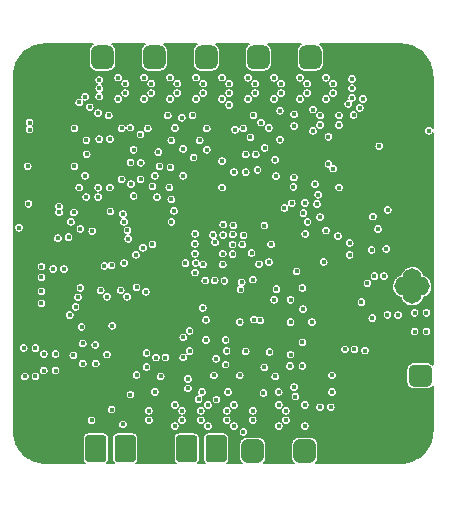
<source format=gbr>
G04 #@! TF.GenerationSoftware,KiCad,Pcbnew,(6.0.8)*
G04 #@! TF.CreationDate,2023-01-15T21:35:17+01:00*
G04 #@! TF.ProjectId,ultimateFC,756c7469-6d61-4746-9546-432e6b696361,rev?*
G04 #@! TF.SameCoordinates,Original*
G04 #@! TF.FileFunction,Copper,L2,Inr*
G04 #@! TF.FilePolarity,Positive*
%FSLAX46Y46*%
G04 Gerber Fmt 4.6, Leading zero omitted, Abs format (unit mm)*
G04 Created by KiCad (PCBNEW (6.0.8)) date 2023-01-15 21:35:17*
%MOMM*%
%LPD*%
G01*
G04 APERTURE LIST*
G04 #@! TA.AperFunction,ComponentPad*
%ADD10O,1.550000X0.890000*%
G04 #@! TD*
G04 #@! TA.AperFunction,ComponentPad*
%ADD11O,0.950000X1.250000*%
G04 #@! TD*
G04 #@! TA.AperFunction,ComponentPad*
%ADD12C,1.000000*%
G04 #@! TD*
G04 #@! TA.AperFunction,ComponentPad*
%ADD13C,5.600000*%
G04 #@! TD*
G04 #@! TA.AperFunction,ComponentPad*
%ADD14O,1.600000X3.000000*%
G04 #@! TD*
G04 #@! TA.AperFunction,ComponentPad*
%ADD15O,3.000000X1.600000*%
G04 #@! TD*
G04 #@! TA.AperFunction,ViaPad*
%ADD16C,0.400000*%
G04 #@! TD*
G04 APERTURE END LIST*
D10*
X98400000Y-114100000D03*
D11*
X101100000Y-120100000D03*
X101100000Y-115100000D03*
D10*
X98400000Y-121100000D03*
G04 #@! TA.AperFunction,ComponentPad*
G36*
G01*
X103300000Y-132380000D02*
X103300000Y-130620000D01*
G75*
G02*
X103570000Y-130350000I270000J0D01*
G01*
X104830000Y-130350000D01*
G75*
G02*
X105100000Y-130620000I0J-270000D01*
G01*
X105100000Y-132380000D01*
G75*
G02*
X104830000Y-132650000I-270000J0D01*
G01*
X103570000Y-132650000D01*
G75*
G02*
X103300000Y-132380000I0J270000D01*
G01*
G37*
G04 #@! TD.AperFunction*
D12*
X121970000Y-98820000D03*
G04 #@! TA.AperFunction,ComponentPad*
G36*
G01*
X121420000Y-98895000D02*
X121420000Y-97845000D01*
G75*
G02*
X121895000Y-97370000I475000J0D01*
G01*
X122845000Y-97370000D01*
G75*
G02*
X123320000Y-97845000I0J-475000D01*
G01*
X123320000Y-98895000D01*
G75*
G02*
X122845000Y-99370000I-475000J0D01*
G01*
X121895000Y-99370000D01*
G75*
G02*
X121420000Y-98895000I0J475000D01*
G01*
G37*
G04 #@! TD.AperFunction*
G04 #@! TA.AperFunction,ComponentPad*
G36*
G01*
X132225000Y-124090000D02*
X131175000Y-124090000D01*
G75*
G02*
X130700000Y-123615000I0J475000D01*
G01*
X130700000Y-122665000D01*
G75*
G02*
X131175000Y-122190000I475000J0D01*
G01*
X132225000Y-122190000D01*
G75*
G02*
X132700000Y-122665000I0J-475000D01*
G01*
X132700000Y-123615000D01*
G75*
G02*
X132225000Y-124090000I-475000J0D01*
G01*
G37*
G04 #@! TD.AperFunction*
X132150000Y-123540000D03*
X104370000Y-98820000D03*
G04 #@! TA.AperFunction,ComponentPad*
G36*
G01*
X103820000Y-98895000D02*
X103820000Y-97845000D01*
G75*
G02*
X104295000Y-97370000I475000J0D01*
G01*
X105245000Y-97370000D01*
G75*
G02*
X105720000Y-97845000I0J-475000D01*
G01*
X105720000Y-98895000D01*
G75*
G02*
X105245000Y-99370000I-475000J0D01*
G01*
X104295000Y-99370000D01*
G75*
G02*
X103820000Y-98895000I0J475000D01*
G01*
G37*
G04 #@! TD.AperFunction*
X117080000Y-132160000D03*
G04 #@! TA.AperFunction,ComponentPad*
G36*
G01*
X116530000Y-132235000D02*
X116530000Y-131185000D01*
G75*
G02*
X117005000Y-130710000I475000J0D01*
G01*
X117955000Y-130710000D01*
G75*
G02*
X118430000Y-131185000I0J-475000D01*
G01*
X118430000Y-132235000D01*
G75*
G02*
X117955000Y-132710000I-475000J0D01*
G01*
X117005000Y-132710000D01*
G75*
G02*
X116530000Y-132235000I0J475000D01*
G01*
G37*
G04 #@! TD.AperFunction*
X115370000Y-97920000D03*
G04 #@! TA.AperFunction,ComponentPad*
G36*
G01*
X116720000Y-97845000D02*
X116720000Y-98895000D01*
G75*
G02*
X116245000Y-99370000I-475000J0D01*
G01*
X115295000Y-99370000D01*
G75*
G02*
X114820000Y-98895000I0J475000D01*
G01*
X114820000Y-97845000D01*
G75*
G02*
X115295000Y-97370000I475000J0D01*
G01*
X116245000Y-97370000D01*
G75*
G02*
X116720000Y-97845000I0J-475000D01*
G01*
G37*
G04 #@! TD.AperFunction*
G04 #@! TA.AperFunction,ComponentPad*
G36*
G01*
X108400000Y-132380000D02*
X108400000Y-130620000D01*
G75*
G02*
X108670000Y-130350000I270000J0D01*
G01*
X109930000Y-130350000D01*
G75*
G02*
X110200000Y-130620000I0J-270000D01*
G01*
X110200000Y-132380000D01*
G75*
G02*
X109930000Y-132650000I-270000J0D01*
G01*
X108670000Y-132650000D01*
G75*
G02*
X108400000Y-132380000I0J270000D01*
G01*
G37*
G04 #@! TD.AperFunction*
G04 #@! TA.AperFunction,ComponentPad*
G36*
G01*
X108220000Y-98895000D02*
X108220000Y-97845000D01*
G75*
G02*
X108695000Y-97370000I475000J0D01*
G01*
X109645000Y-97370000D01*
G75*
G02*
X110120000Y-97845000I0J-475000D01*
G01*
X110120000Y-98895000D01*
G75*
G02*
X109645000Y-99370000I-475000J0D01*
G01*
X108695000Y-99370000D01*
G75*
G02*
X108220000Y-98895000I0J475000D01*
G01*
G37*
G04 #@! TD.AperFunction*
X108770000Y-98820000D03*
D13*
X100000000Y-130000000D03*
G04 #@! TA.AperFunction,ComponentPad*
G36*
G01*
X118730000Y-132235000D02*
X118730000Y-131185000D01*
G75*
G02*
X119205000Y-130710000I475000J0D01*
G01*
X120155000Y-130710000D01*
G75*
G02*
X120630000Y-131185000I0J-475000D01*
G01*
X120630000Y-132235000D01*
G75*
G02*
X120155000Y-132710000I-475000J0D01*
G01*
X119205000Y-132710000D01*
G75*
G02*
X118730000Y-132235000I0J475000D01*
G01*
G37*
G04 #@! TD.AperFunction*
D12*
X119280000Y-132160000D03*
D13*
X130000000Y-130000000D03*
D14*
X131000000Y-114000000D03*
D12*
X121480000Y-132160000D03*
G04 #@! TA.AperFunction,ComponentPad*
G36*
G01*
X120930000Y-132235000D02*
X120930000Y-131185000D01*
G75*
G02*
X121405000Y-130710000I475000J0D01*
G01*
X122355000Y-130710000D01*
G75*
G02*
X122830000Y-131185000I0J-475000D01*
G01*
X122830000Y-132235000D01*
G75*
G02*
X122355000Y-132710000I-475000J0D01*
G01*
X121405000Y-132710000D01*
G75*
G02*
X120930000Y-132235000I0J475000D01*
G01*
G37*
G04 #@! TD.AperFunction*
G04 #@! TA.AperFunction,ComponentPad*
G36*
G01*
X132225000Y-126290000D02*
X131175000Y-126290000D01*
G75*
G02*
X130700000Y-125815000I0J475000D01*
G01*
X130700000Y-124865000D01*
G75*
G02*
X131175000Y-124390000I475000J0D01*
G01*
X132225000Y-124390000D01*
G75*
G02*
X132700000Y-124865000I0J-475000D01*
G01*
X132700000Y-125815000D01*
G75*
G02*
X132225000Y-126290000I-475000J0D01*
G01*
G37*
G04 #@! TD.AperFunction*
X132150000Y-125740000D03*
X117570000Y-98820000D03*
G04 #@! TA.AperFunction,ComponentPad*
G36*
G01*
X117020000Y-98895000D02*
X117020000Y-97845000D01*
G75*
G02*
X117495000Y-97370000I475000J0D01*
G01*
X118445000Y-97370000D01*
G75*
G02*
X118920000Y-97845000I0J-475000D01*
G01*
X118920000Y-98895000D01*
G75*
G02*
X118445000Y-99370000I-475000J0D01*
G01*
X117495000Y-99370000D01*
G75*
G02*
X117020000Y-98895000I0J475000D01*
G01*
G37*
G04 #@! TD.AperFunction*
G04 #@! TA.AperFunction,ComponentPad*
G36*
G01*
X106020000Y-98895000D02*
X106020000Y-97845000D01*
G75*
G02*
X106495000Y-97370000I475000J0D01*
G01*
X107445000Y-97370000D01*
G75*
G02*
X107920000Y-97845000I0J-475000D01*
G01*
X107920000Y-98895000D01*
G75*
G02*
X107445000Y-99370000I-475000J0D01*
G01*
X106495000Y-99370000D01*
G75*
G02*
X106020000Y-98895000I0J475000D01*
G01*
G37*
G04 #@! TD.AperFunction*
X106570000Y-98820000D03*
G04 #@! TA.AperFunction,ComponentPad*
G36*
G01*
X112620000Y-98895000D02*
X112620000Y-97845000D01*
G75*
G02*
X113095000Y-97370000I475000J0D01*
G01*
X114045000Y-97370000D01*
G75*
G02*
X114520000Y-97845000I0J-475000D01*
G01*
X114520000Y-98895000D01*
G75*
G02*
X114045000Y-99370000I-475000J0D01*
G01*
X113095000Y-99370000D01*
G75*
G02*
X112620000Y-98895000I0J475000D01*
G01*
G37*
G04 #@! TD.AperFunction*
X113170000Y-98820000D03*
G04 #@! TA.AperFunction,ComponentPad*
G36*
G01*
X113500000Y-132380000D02*
X113500000Y-130620000D01*
G75*
G02*
X113770000Y-130350000I270000J0D01*
G01*
X115030000Y-130350000D01*
G75*
G02*
X115300000Y-130620000I0J-270000D01*
G01*
X115300000Y-132380000D01*
G75*
G02*
X115030000Y-132650000I-270000J0D01*
G01*
X113770000Y-132650000D01*
G75*
G02*
X113500000Y-132380000I0J270000D01*
G01*
G37*
G04 #@! TD.AperFunction*
D13*
X100000000Y-100000000D03*
X130000000Y-100000000D03*
G04 #@! TA.AperFunction,ComponentPad*
G36*
G01*
X111000000Y-132380000D02*
X111000000Y-130620000D01*
G75*
G02*
X111270000Y-130350000I270000J0D01*
G01*
X112530000Y-130350000D01*
G75*
G02*
X112800000Y-130620000I0J-270000D01*
G01*
X112800000Y-132380000D01*
G75*
G02*
X112530000Y-132650000I-270000J0D01*
G01*
X111270000Y-132650000D01*
G75*
G02*
X111000000Y-132380000I0J270000D01*
G01*
G37*
G04 #@! TD.AperFunction*
G04 #@! TA.AperFunction,ComponentPad*
G36*
G01*
X119220000Y-98895000D02*
X119220000Y-97845000D01*
G75*
G02*
X119695000Y-97370000I475000J0D01*
G01*
X120645000Y-97370000D01*
G75*
G02*
X121120000Y-97845000I0J-475000D01*
G01*
X121120000Y-98895000D01*
G75*
G02*
X120645000Y-99370000I-475000J0D01*
G01*
X119695000Y-99370000D01*
G75*
G02*
X119220000Y-98895000I0J475000D01*
G01*
G37*
G04 #@! TD.AperFunction*
D12*
X119770000Y-98820000D03*
G04 #@! TA.AperFunction,ComponentPad*
G36*
G01*
X105800000Y-132380000D02*
X105800000Y-130620000D01*
G75*
G02*
X106070000Y-130350000I270000J0D01*
G01*
X107330000Y-130350000D01*
G75*
G02*
X107600000Y-130620000I0J-270000D01*
G01*
X107600000Y-132380000D01*
G75*
G02*
X107330000Y-132650000I-270000J0D01*
G01*
X106070000Y-132650000D01*
G75*
G02*
X105800000Y-132380000I0J270000D01*
G01*
G37*
G04 #@! TD.AperFunction*
G04 #@! TA.AperFunction,ComponentPad*
G36*
G01*
X123620000Y-98895000D02*
X123620000Y-97845000D01*
G75*
G02*
X124095000Y-97370000I475000J0D01*
G01*
X125045000Y-97370000D01*
G75*
G02*
X125520000Y-97845000I0J-475000D01*
G01*
X125520000Y-98895000D01*
G75*
G02*
X125045000Y-99370000I-475000J0D01*
G01*
X124095000Y-99370000D01*
G75*
G02*
X123620000Y-98895000I0J475000D01*
G01*
G37*
G04 #@! TD.AperFunction*
X124170000Y-98820000D03*
D15*
X131000000Y-117750000D03*
D14*
X131000000Y-117750000D03*
G04 #@! TA.AperFunction,ComponentPad*
G36*
G01*
X110420000Y-98895000D02*
X110420000Y-97845000D01*
G75*
G02*
X110895000Y-97370000I475000J0D01*
G01*
X111845000Y-97370000D01*
G75*
G02*
X112320000Y-97845000I0J-475000D01*
G01*
X112320000Y-98895000D01*
G75*
G02*
X111845000Y-99370000I-475000J0D01*
G01*
X110895000Y-99370000D01*
G75*
G02*
X110420000Y-98895000I0J475000D01*
G01*
G37*
G04 #@! TD.AperFunction*
D12*
X110970000Y-98820000D03*
D16*
X115885000Y-132400000D03*
X122910000Y-120270000D03*
X130385000Y-122360000D03*
X100900000Y-103350000D03*
X130400000Y-104600000D03*
X130700000Y-107700000D03*
X98950000Y-108940000D03*
X122700000Y-124200000D03*
X97830000Y-127145000D03*
X122500000Y-125400000D03*
X107500000Y-122425000D03*
X105155000Y-118119999D03*
X127900000Y-119100000D03*
X101035000Y-112260000D03*
X113550000Y-124490000D03*
X97862500Y-106690000D03*
X125225000Y-120140000D03*
X115990000Y-130710000D03*
X98000000Y-115000000D03*
X126000000Y-116100000D03*
X116895000Y-99610000D03*
X122500000Y-121900000D03*
X124500000Y-132000000D03*
X115100000Y-116490000D03*
X104465000Y-116280000D03*
X125600000Y-121900000D03*
X115120000Y-114310000D03*
X122500000Y-128400000D03*
X127110000Y-109120000D03*
X106255000Y-103300000D03*
X131200000Y-107700000D03*
X106855000Y-118119999D03*
X104625000Y-118639999D03*
X112130000Y-122080000D03*
X126500000Y-117200000D03*
X112445000Y-99525000D03*
X129200000Y-107700000D03*
X122500000Y-126200000D03*
X108500000Y-121425000D03*
X109505000Y-118499509D03*
X107100000Y-124400000D03*
X112353651Y-110893651D03*
X117405000Y-126080000D03*
X123170000Y-116480000D03*
X113951225Y-110496225D03*
X123500000Y-113700000D03*
X120115000Y-126045000D03*
X121045000Y-106220000D03*
X125965000Y-130055000D03*
X103005000Y-103665000D03*
X120800000Y-113800000D03*
X126300000Y-132000000D03*
X124600000Y-121900000D03*
X123500000Y-121900000D03*
X104920000Y-120815000D03*
X109300000Y-127800000D03*
X102565000Y-124935000D03*
X122590000Y-111350000D03*
X102000000Y-126800000D03*
X117450000Y-113330000D03*
X124285000Y-117685000D03*
X103300000Y-126600000D03*
X111610000Y-121550000D03*
X128600000Y-118000000D03*
X129000000Y-104100000D03*
X103500000Y-115500000D03*
X117850000Y-105150000D03*
X112130000Y-123780000D03*
X122700000Y-123200000D03*
X131400000Y-103600000D03*
X122340000Y-105472398D03*
X124290000Y-106350000D03*
X98700000Y-126400000D03*
X111610000Y-123250000D03*
X97900000Y-120200000D03*
X118550000Y-106750000D03*
X126730000Y-106860000D03*
X123105000Y-107635000D03*
X126649999Y-112200000D03*
X97675000Y-103045000D03*
X126240000Y-98000000D03*
X114835000Y-119560000D03*
X128360000Y-122420000D03*
X124500000Y-114700000D03*
X103190000Y-97620000D03*
X117920000Y-119405000D03*
X106000000Y-113400000D03*
X128700000Y-107700000D03*
X112175661Y-109305309D03*
X132350000Y-126950000D03*
X126660000Y-111160000D03*
X97962500Y-105990000D03*
X113380000Y-109310000D03*
X122590000Y-117985000D03*
X109500000Y-122425000D03*
X110705000Y-118660000D03*
X102165000Y-120995000D03*
X118430000Y-116590000D03*
X123475000Y-99570000D03*
X107980000Y-118470000D03*
X97900000Y-116100000D03*
X98937500Y-109740000D03*
X109300000Y-129600000D03*
X98025500Y-118600000D03*
X121865000Y-117115000D03*
X114790000Y-104880000D03*
X112340000Y-120135000D03*
X100400000Y-121900000D03*
X129500000Y-106100000D03*
X116965000Y-123790000D03*
X113120000Y-103705000D03*
X126190000Y-109110000D03*
X116660733Y-116599999D03*
X119705000Y-111440000D03*
X104340000Y-112450000D03*
X108010000Y-106440000D03*
X102615000Y-132300000D03*
X127905000Y-126950000D03*
X97900000Y-117100000D03*
X121325000Y-99590000D03*
X116365000Y-127335000D03*
X125000000Y-116200000D03*
X99935000Y-120585000D03*
X125210000Y-117845000D03*
X122500000Y-114700000D03*
X108880000Y-115420000D03*
X113536501Y-123400000D03*
X126500000Y-113100000D03*
X125400000Y-132000000D03*
X120100000Y-123400000D03*
X106325000Y-118639999D03*
X119200000Y-112500000D03*
X127450000Y-122430000D03*
X129000000Y-104700000D03*
X109825000Y-112815000D03*
X109160000Y-103310000D03*
X129500000Y-105600000D03*
X115415000Y-123750000D03*
X98916887Y-108354682D03*
X99945000Y-113180000D03*
X114800000Y-103700000D03*
X113510000Y-115090000D03*
X122500000Y-127000000D03*
X131400000Y-105600000D03*
X111480000Y-103493000D03*
X104625000Y-118099999D03*
X106854719Y-118644502D03*
X105154719Y-118644502D03*
X126550000Y-102660000D03*
X111500000Y-129100000D03*
X108500000Y-123400000D03*
X126820000Y-101900000D03*
X112400000Y-103287000D03*
X108500000Y-124600000D03*
X106325000Y-118099999D03*
X126030000Y-103260000D03*
X111500000Y-128300000D03*
X98600000Y-103900000D03*
X98600000Y-104500000D03*
X97700000Y-112800000D03*
X124300000Y-107800000D03*
X123900000Y-107400000D03*
X101100000Y-111000000D03*
X118500000Y-106050000D03*
X131200000Y-121600000D03*
X117500000Y-117200000D03*
X112150000Y-123250000D03*
X117610000Y-120590000D03*
X118475000Y-112620000D03*
X112150000Y-121550000D03*
X103850000Y-129100000D03*
X120980000Y-108550000D03*
X101100000Y-111500000D03*
X123500000Y-115700000D03*
X111605498Y-122079719D03*
X103310000Y-101720000D03*
X118860000Y-115720000D03*
X114951144Y-115904500D03*
X112670000Y-115790000D03*
X114950000Y-115000000D03*
X108010000Y-107300000D03*
X132200000Y-121600000D03*
X117300000Y-105150000D03*
X120940000Y-109340000D03*
X122760000Y-109100000D03*
X106880000Y-113030000D03*
X107990000Y-104920000D03*
X111605498Y-123779719D03*
X127200000Y-117500000D03*
X131200000Y-120000000D03*
X127800000Y-116900000D03*
X128600000Y-116900000D03*
X132200000Y-120000000D03*
X98500000Y-110770000D03*
X98445000Y-107595000D03*
X128920000Y-111290000D03*
X128200000Y-105900000D03*
X125700000Y-115100000D03*
X125700000Y-114100000D03*
X125300000Y-123100000D03*
X126100000Y-123100000D03*
X118035000Y-115890000D03*
X113285000Y-115915000D03*
X115790000Y-115040000D03*
X114310000Y-114040000D03*
X116700000Y-130100000D03*
X121210000Y-116500000D03*
X132400000Y-104600000D03*
X101500000Y-116300000D03*
X100600000Y-116300000D03*
X114900000Y-107150000D03*
X117750000Y-106600000D03*
X116900000Y-106600000D03*
X127000000Y-123200000D03*
X127620000Y-120460000D03*
X126700000Y-119100000D03*
X107131275Y-104331275D03*
X106400000Y-104400000D03*
X105400000Y-105300000D03*
X104500000Y-105300000D03*
X108600000Y-104400000D03*
X103408651Y-105391349D03*
X102400000Y-104400000D03*
X110600000Y-105400000D03*
X110910000Y-104350000D03*
X110300000Y-103300000D03*
X113600000Y-104400000D03*
X113000000Y-105400000D03*
X107200000Y-109100000D03*
X106400000Y-108700000D03*
X105400000Y-109400000D03*
X104410000Y-109420000D03*
X109000000Y-109300000D03*
X109200000Y-108400000D03*
X102800000Y-109400000D03*
X103300000Y-108400000D03*
X111600000Y-108400000D03*
X110430000Y-109395000D03*
X99800000Y-123500000D03*
X100800000Y-123500000D03*
X100800000Y-124900000D03*
X99800000Y-124900000D03*
X119500000Y-118000000D03*
X119300000Y-118900000D03*
X118476349Y-124623651D03*
X119400000Y-125400000D03*
X120700000Y-118900000D03*
X121700000Y-117900000D03*
X121700000Y-124500000D03*
X120650000Y-124500000D03*
X98200000Y-125400000D03*
X106600000Y-115800000D03*
X99100000Y-125400000D03*
X106600000Y-112300000D03*
X106950000Y-113750000D03*
X105538999Y-115988999D03*
X99100000Y-123000000D03*
X98100000Y-122990000D03*
X107655297Y-117859835D03*
X108443612Y-118224711D03*
X102000000Y-120200000D03*
X103400000Y-110200000D03*
X102345000Y-111505000D03*
X116460000Y-118040000D03*
X129800000Y-120200000D03*
X116570000Y-117420000D03*
X128900000Y-120170000D03*
X118137715Y-120654107D03*
X116400000Y-120800000D03*
X102300000Y-123600000D03*
X103100000Y-122600000D03*
X124100000Y-128000000D03*
X123200000Y-128000000D03*
X121100000Y-127100000D03*
X118920000Y-123330000D03*
X116895455Y-123270129D03*
X121700000Y-122500000D03*
X120700000Y-123550000D03*
X99600000Y-116100000D03*
X99600000Y-117000000D03*
X99600000Y-118200000D03*
X99600000Y-119200000D03*
X121750000Y-119700000D03*
X120700000Y-120800000D03*
X115000000Y-112540000D03*
X116000000Y-104500000D03*
X115500000Y-101400000D03*
X115500000Y-100600000D03*
X117700000Y-100600000D03*
X117700000Y-101400000D03*
X118200000Y-103900000D03*
X119393499Y-107048940D03*
X117550000Y-103300000D03*
X116700000Y-104400000D03*
X113600000Y-106200000D03*
X112490000Y-106860000D03*
X122600000Y-102800000D03*
X119053651Y-114203651D03*
X122600000Y-104600000D03*
X125900000Y-100200000D03*
X125900000Y-101800000D03*
X125900000Y-101000000D03*
X121942654Y-113323501D03*
X117100000Y-100100000D03*
X117100000Y-101900000D03*
X115790000Y-114240000D03*
X114900000Y-100100000D03*
X114900000Y-101900000D03*
X115810000Y-113370000D03*
X112700000Y-100100000D03*
X112700000Y-101900000D03*
X115850000Y-112600000D03*
X128800000Y-114600000D03*
X124700000Y-113500000D03*
X122929342Y-110784000D03*
X127550000Y-114690000D03*
X123040000Y-110010000D03*
X104500000Y-101700000D03*
X104936158Y-116044538D03*
X104500000Y-101000000D03*
X112610000Y-115000000D03*
X101000000Y-113700000D03*
X102800000Y-102200000D03*
X104500000Y-100300000D03*
X104400000Y-103100000D03*
X108900000Y-100600000D03*
X108900000Y-101400000D03*
X102100000Y-112300000D03*
X105300000Y-103300000D03*
X111100000Y-100600000D03*
X102900000Y-112900000D03*
X111100000Y-101400000D03*
X113536505Y-122300000D03*
X115200000Y-122300000D03*
X123200000Y-104100000D03*
X123200000Y-103300000D03*
X118850000Y-104350000D03*
X119800000Y-102900000D03*
X121000000Y-104200000D03*
X121000000Y-103200000D03*
X114400000Y-123900000D03*
X115300000Y-128300000D03*
X115300000Y-129100000D03*
X112000000Y-125600000D03*
X112000000Y-126400000D03*
X115090000Y-117290000D03*
X115400000Y-126700000D03*
X116400000Y-125300000D03*
X115200000Y-124400000D03*
X118400000Y-126800000D03*
X119700000Y-129600000D03*
X119700000Y-127800000D03*
X117500000Y-129100000D03*
X117500000Y-128300000D03*
X115285796Y-123235953D03*
X121900000Y-129600000D03*
X119688225Y-126712644D03*
X121900000Y-127800000D03*
X124800000Y-104100000D03*
X124800000Y-103300000D03*
X117396017Y-114943909D03*
X114900000Y-109400000D03*
X115900000Y-108100000D03*
X116900000Y-108100000D03*
X117900000Y-107900000D03*
X102400000Y-107600000D03*
X103440000Y-106580000D03*
X109500000Y-106400000D03*
X109600000Y-107600000D03*
X107150000Y-107290000D03*
X107400000Y-106200000D03*
X108000000Y-108700000D03*
X103900000Y-113100000D03*
X109700000Y-125400000D03*
X113470000Y-117280000D03*
X109200000Y-126700000D03*
X105550000Y-128200000D03*
X106500000Y-129450000D03*
X105150000Y-123540000D03*
X104160000Y-122720000D03*
X105600000Y-121100000D03*
X113262497Y-119600000D03*
X113100000Y-129100000D03*
X113100000Y-128300000D03*
X114200000Y-125300000D03*
X113536501Y-120600000D03*
X113200000Y-126700000D03*
X112600000Y-116600000D03*
X110100000Y-123800000D03*
X120300000Y-129100000D03*
X120300000Y-128300000D03*
X110900000Y-129600000D03*
X110900000Y-127800000D03*
X114270000Y-117270000D03*
X109000000Y-114200000D03*
X113700000Y-129600000D03*
X113700000Y-127800000D03*
X109300000Y-123800000D03*
X112617973Y-113318927D03*
X115900000Y-129600000D03*
X103000000Y-121200000D03*
X115900000Y-127800000D03*
X114420000Y-127360000D03*
X104200000Y-124300000D03*
X112910000Y-127320000D03*
X103100000Y-124300000D03*
X110600000Y-112300000D03*
X110530000Y-107680000D03*
X111600000Y-106130000D03*
X110826002Y-111373303D03*
X110600000Y-110400000D03*
X107600000Y-115100000D03*
X107140000Y-126940000D03*
X107653905Y-125271467D03*
X108700000Y-129100000D03*
X108700000Y-128300000D03*
X108200000Y-114500000D03*
X114130000Y-113410000D03*
X108300000Y-101900000D03*
X108300000Y-100100000D03*
X106100000Y-100100000D03*
X112590000Y-114160000D03*
X106100000Y-101900000D03*
X106700000Y-101400000D03*
X106700000Y-100600000D03*
X101900000Y-113600000D03*
X103700000Y-102600000D03*
X102900000Y-117900000D03*
X109388946Y-110209004D03*
X107400000Y-110100000D03*
X102700000Y-118700000D03*
X106497678Y-111652322D03*
X104400000Y-110200000D03*
X105440000Y-111410000D03*
X102500000Y-119500000D03*
X127670000Y-111860000D03*
X116610000Y-114220000D03*
X123700000Y-113040000D03*
X128100000Y-112900000D03*
X122130000Y-112300000D03*
X122500000Y-120800000D03*
X116720000Y-113446000D03*
X119460000Y-108450000D03*
X122100000Y-100600000D03*
X122100000Y-101400000D03*
X123700000Y-101900000D03*
X123900000Y-105100000D03*
X123700000Y-100100000D03*
X123200000Y-111900000D03*
X110500000Y-100100000D03*
X114990000Y-113420000D03*
X110500000Y-101900000D03*
X121500000Y-101900000D03*
X121500000Y-100100000D03*
X121787214Y-111563000D03*
X113300000Y-101400000D03*
X115500000Y-102400000D03*
X113300000Y-100600000D03*
X120800000Y-110726002D03*
X119300000Y-101900000D03*
X119300000Y-100100000D03*
X121900000Y-110700000D03*
X124800000Y-109400000D03*
X125578186Y-102330884D03*
X124300000Y-100600000D03*
X124300000Y-101400000D03*
X111800000Y-115800000D03*
X124200000Y-125300000D03*
X121000000Y-126300000D03*
X124200000Y-126700000D03*
X119900000Y-100600000D03*
X119900000Y-101400000D03*
X120181499Y-111133547D03*
X119800000Y-105350000D03*
G04 #@! TA.AperFunction,Conductor*
G36*
X104002365Y-97204209D02*
G01*
X104020862Y-97214888D01*
X104034592Y-97231250D01*
X104041897Y-97251321D01*
X104041897Y-97272679D01*
X104034592Y-97292750D01*
X104020862Y-97309112D01*
X104010676Y-97316047D01*
X103979590Y-97332925D01*
X103979585Y-97332928D01*
X103978027Y-97333774D01*
X103921368Y-97373594D01*
X103920045Y-97374773D01*
X103920041Y-97374776D01*
X103871943Y-97417631D01*
X103869663Y-97419663D01*
X103823594Y-97471368D01*
X103783774Y-97528027D01*
X103750730Y-97588886D01*
X103724900Y-97653140D01*
X103706627Y-97719937D01*
X103696152Y-97788392D01*
X103694500Y-97823417D01*
X103694501Y-98916582D01*
X103696152Y-98951608D01*
X103696394Y-98953190D01*
X103696395Y-98953199D01*
X103702834Y-98995276D01*
X103706627Y-99020063D01*
X103724900Y-99086860D01*
X103750730Y-99151114D01*
X103783774Y-99211973D01*
X103823594Y-99268632D01*
X103869663Y-99320337D01*
X103921368Y-99366406D01*
X103978027Y-99406226D01*
X103979585Y-99407072D01*
X103979590Y-99407075D01*
X104002550Y-99419541D01*
X104038886Y-99439270D01*
X104103140Y-99465100D01*
X104104847Y-99465567D01*
X104104850Y-99465568D01*
X104168229Y-99482906D01*
X104168233Y-99482907D01*
X104169937Y-99483373D01*
X104238392Y-99493848D01*
X104239988Y-99493923D01*
X104239995Y-99493924D01*
X104254970Y-99494630D01*
X104273417Y-99495500D01*
X104769309Y-99495500D01*
X105266582Y-99495499D01*
X105301608Y-99493848D01*
X105303190Y-99493606D01*
X105303199Y-99493605D01*
X105357418Y-99485308D01*
X105370063Y-99483373D01*
X105371767Y-99482907D01*
X105371771Y-99482906D01*
X105435150Y-99465568D01*
X105435153Y-99465567D01*
X105436860Y-99465100D01*
X105501114Y-99439270D01*
X105537450Y-99419541D01*
X105560410Y-99407075D01*
X105560415Y-99407072D01*
X105561973Y-99406226D01*
X105618632Y-99366406D01*
X105670337Y-99320337D01*
X105716406Y-99268632D01*
X105756226Y-99211973D01*
X105789270Y-99151114D01*
X105815100Y-99086860D01*
X105833373Y-99020063D01*
X105843848Y-98951608D01*
X105845500Y-98916583D01*
X105845499Y-97823418D01*
X105843848Y-97788392D01*
X105843605Y-97786798D01*
X105833641Y-97721689D01*
X105833373Y-97719937D01*
X105815100Y-97653140D01*
X105789270Y-97588886D01*
X105756226Y-97528027D01*
X105716406Y-97471368D01*
X105670337Y-97419663D01*
X105668057Y-97417631D01*
X105619959Y-97374776D01*
X105619955Y-97374773D01*
X105618632Y-97373594D01*
X105561973Y-97333774D01*
X105560415Y-97332928D01*
X105560410Y-97332925D01*
X105529324Y-97316047D01*
X105512608Y-97302751D01*
X105501448Y-97284540D01*
X105497190Y-97263610D01*
X105500347Y-97242486D01*
X105510539Y-97223715D01*
X105526535Y-97209563D01*
X105546408Y-97201735D01*
X105558669Y-97200500D01*
X108381331Y-97200500D01*
X108402365Y-97204209D01*
X108420862Y-97214888D01*
X108434592Y-97231250D01*
X108441897Y-97251321D01*
X108441897Y-97272679D01*
X108434592Y-97292750D01*
X108420862Y-97309112D01*
X108410676Y-97316047D01*
X108379590Y-97332925D01*
X108379585Y-97332928D01*
X108378027Y-97333774D01*
X108321368Y-97373594D01*
X108320045Y-97374773D01*
X108320041Y-97374776D01*
X108271943Y-97417631D01*
X108269663Y-97419663D01*
X108223594Y-97471368D01*
X108183774Y-97528027D01*
X108150730Y-97588886D01*
X108124900Y-97653140D01*
X108106627Y-97719937D01*
X108096152Y-97788392D01*
X108094500Y-97823417D01*
X108094501Y-98916582D01*
X108096152Y-98951608D01*
X108096394Y-98953190D01*
X108096395Y-98953199D01*
X108102834Y-98995276D01*
X108106627Y-99020063D01*
X108124900Y-99086860D01*
X108150730Y-99151114D01*
X108183774Y-99211973D01*
X108223594Y-99268632D01*
X108269663Y-99320337D01*
X108321368Y-99366406D01*
X108378027Y-99406226D01*
X108379585Y-99407072D01*
X108379590Y-99407075D01*
X108402550Y-99419541D01*
X108438886Y-99439270D01*
X108503140Y-99465100D01*
X108504847Y-99465567D01*
X108504850Y-99465568D01*
X108568229Y-99482906D01*
X108568233Y-99482907D01*
X108569937Y-99483373D01*
X108638392Y-99493848D01*
X108639988Y-99493923D01*
X108639995Y-99493924D01*
X108654970Y-99494630D01*
X108673417Y-99495500D01*
X109169309Y-99495500D01*
X109666582Y-99495499D01*
X109701608Y-99493848D01*
X109703190Y-99493606D01*
X109703199Y-99493605D01*
X109757418Y-99485308D01*
X109770063Y-99483373D01*
X109771767Y-99482907D01*
X109771771Y-99482906D01*
X109835150Y-99465568D01*
X109835153Y-99465567D01*
X109836860Y-99465100D01*
X109901114Y-99439270D01*
X109937450Y-99419541D01*
X109960410Y-99407075D01*
X109960415Y-99407072D01*
X109961973Y-99406226D01*
X110018632Y-99366406D01*
X110070337Y-99320337D01*
X110116406Y-99268632D01*
X110156226Y-99211973D01*
X110189270Y-99151114D01*
X110215100Y-99086860D01*
X110233373Y-99020063D01*
X110243848Y-98951608D01*
X110245500Y-98916583D01*
X110245499Y-97823418D01*
X110243848Y-97788392D01*
X110243605Y-97786798D01*
X110233641Y-97721689D01*
X110233373Y-97719937D01*
X110215100Y-97653140D01*
X110189270Y-97588886D01*
X110156226Y-97528027D01*
X110116406Y-97471368D01*
X110070337Y-97419663D01*
X110068057Y-97417631D01*
X110019959Y-97374776D01*
X110019955Y-97374773D01*
X110018632Y-97373594D01*
X109961973Y-97333774D01*
X109960415Y-97332928D01*
X109960410Y-97332925D01*
X109929324Y-97316047D01*
X109912608Y-97302751D01*
X109901448Y-97284540D01*
X109897190Y-97263610D01*
X109900347Y-97242486D01*
X109910539Y-97223715D01*
X109926535Y-97209563D01*
X109946408Y-97201735D01*
X109958669Y-97200500D01*
X112781331Y-97200500D01*
X112802365Y-97204209D01*
X112820862Y-97214888D01*
X112834592Y-97231250D01*
X112841897Y-97251321D01*
X112841897Y-97272679D01*
X112834592Y-97292750D01*
X112820862Y-97309112D01*
X112810676Y-97316047D01*
X112779590Y-97332925D01*
X112779585Y-97332928D01*
X112778027Y-97333774D01*
X112721368Y-97373594D01*
X112720045Y-97374773D01*
X112720041Y-97374776D01*
X112671943Y-97417631D01*
X112669663Y-97419663D01*
X112623594Y-97471368D01*
X112583774Y-97528027D01*
X112550730Y-97588886D01*
X112524900Y-97653140D01*
X112506627Y-97719937D01*
X112496152Y-97788392D01*
X112494500Y-97823417D01*
X112494501Y-98916582D01*
X112496152Y-98951608D01*
X112496394Y-98953190D01*
X112496395Y-98953199D01*
X112502834Y-98995276D01*
X112506627Y-99020063D01*
X112524900Y-99086860D01*
X112550730Y-99151114D01*
X112583774Y-99211973D01*
X112623594Y-99268632D01*
X112669663Y-99320337D01*
X112721368Y-99366406D01*
X112778027Y-99406226D01*
X112779585Y-99407072D01*
X112779590Y-99407075D01*
X112802550Y-99419541D01*
X112838886Y-99439270D01*
X112903140Y-99465100D01*
X112904847Y-99465567D01*
X112904850Y-99465568D01*
X112968229Y-99482906D01*
X112968233Y-99482907D01*
X112969937Y-99483373D01*
X113038392Y-99493848D01*
X113039988Y-99493923D01*
X113039995Y-99493924D01*
X113054970Y-99494630D01*
X113073417Y-99495500D01*
X113569309Y-99495500D01*
X114066582Y-99495499D01*
X114101608Y-99493848D01*
X114103190Y-99493606D01*
X114103199Y-99493605D01*
X114157418Y-99485308D01*
X114170063Y-99483373D01*
X114171767Y-99482907D01*
X114171771Y-99482906D01*
X114235150Y-99465568D01*
X114235153Y-99465567D01*
X114236860Y-99465100D01*
X114301114Y-99439270D01*
X114337450Y-99419541D01*
X114360410Y-99407075D01*
X114360415Y-99407072D01*
X114361973Y-99406226D01*
X114418632Y-99366406D01*
X114470337Y-99320337D01*
X114516406Y-99268632D01*
X114556226Y-99211973D01*
X114589270Y-99151114D01*
X114615100Y-99086860D01*
X114633373Y-99020063D01*
X114643848Y-98951608D01*
X114645500Y-98916583D01*
X114645499Y-97823418D01*
X114643848Y-97788392D01*
X114643605Y-97786798D01*
X114633641Y-97721689D01*
X114633373Y-97719937D01*
X114615100Y-97653140D01*
X114589270Y-97588886D01*
X114556226Y-97528027D01*
X114516406Y-97471368D01*
X114470337Y-97419663D01*
X114468057Y-97417631D01*
X114419959Y-97374776D01*
X114419955Y-97374773D01*
X114418632Y-97373594D01*
X114361973Y-97333774D01*
X114360415Y-97332928D01*
X114360410Y-97332925D01*
X114329324Y-97316047D01*
X114312608Y-97302751D01*
X114301448Y-97284540D01*
X114297190Y-97263610D01*
X114300347Y-97242486D01*
X114310539Y-97223715D01*
X114326535Y-97209563D01*
X114346408Y-97201735D01*
X114358669Y-97200500D01*
X117181331Y-97200500D01*
X117202365Y-97204209D01*
X117220862Y-97214888D01*
X117234592Y-97231250D01*
X117241897Y-97251321D01*
X117241897Y-97272679D01*
X117234592Y-97292750D01*
X117220862Y-97309112D01*
X117210676Y-97316047D01*
X117179590Y-97332925D01*
X117179585Y-97332928D01*
X117178027Y-97333774D01*
X117121368Y-97373594D01*
X117120045Y-97374773D01*
X117120041Y-97374776D01*
X117071943Y-97417631D01*
X117069663Y-97419663D01*
X117023594Y-97471368D01*
X116983774Y-97528027D01*
X116950730Y-97588886D01*
X116924900Y-97653140D01*
X116906627Y-97719937D01*
X116896152Y-97788392D01*
X116894500Y-97823417D01*
X116894501Y-98916582D01*
X116896152Y-98951608D01*
X116896394Y-98953190D01*
X116896395Y-98953199D01*
X116902834Y-98995276D01*
X116906627Y-99020063D01*
X116924900Y-99086860D01*
X116950730Y-99151114D01*
X116983774Y-99211973D01*
X117023594Y-99268632D01*
X117069663Y-99320337D01*
X117121368Y-99366406D01*
X117178027Y-99406226D01*
X117179585Y-99407072D01*
X117179590Y-99407075D01*
X117202550Y-99419541D01*
X117238886Y-99439270D01*
X117303140Y-99465100D01*
X117304847Y-99465567D01*
X117304850Y-99465568D01*
X117368229Y-99482906D01*
X117368233Y-99482907D01*
X117369937Y-99483373D01*
X117438392Y-99493848D01*
X117439988Y-99493923D01*
X117439995Y-99493924D01*
X117454970Y-99494630D01*
X117473417Y-99495500D01*
X117969309Y-99495500D01*
X118466582Y-99495499D01*
X118501608Y-99493848D01*
X118503190Y-99493606D01*
X118503199Y-99493605D01*
X118557418Y-99485308D01*
X118570063Y-99483373D01*
X118571767Y-99482907D01*
X118571771Y-99482906D01*
X118635150Y-99465568D01*
X118635153Y-99465567D01*
X118636860Y-99465100D01*
X118701114Y-99439270D01*
X118737450Y-99419541D01*
X118760410Y-99407075D01*
X118760415Y-99407072D01*
X118761973Y-99406226D01*
X118818632Y-99366406D01*
X118870337Y-99320337D01*
X118916406Y-99268632D01*
X118956226Y-99211973D01*
X118989270Y-99151114D01*
X119015100Y-99086860D01*
X119033373Y-99020063D01*
X119043848Y-98951608D01*
X119045500Y-98916583D01*
X119045499Y-97823418D01*
X119043848Y-97788392D01*
X119043605Y-97786798D01*
X119033641Y-97721689D01*
X119033373Y-97719937D01*
X119015100Y-97653140D01*
X118989270Y-97588886D01*
X118956226Y-97528027D01*
X118916406Y-97471368D01*
X118870337Y-97419663D01*
X118868057Y-97417631D01*
X118819959Y-97374776D01*
X118819955Y-97374773D01*
X118818632Y-97373594D01*
X118761973Y-97333774D01*
X118760415Y-97332928D01*
X118760410Y-97332925D01*
X118729324Y-97316047D01*
X118712608Y-97302751D01*
X118701448Y-97284540D01*
X118697190Y-97263610D01*
X118700347Y-97242486D01*
X118710539Y-97223715D01*
X118726535Y-97209563D01*
X118746408Y-97201735D01*
X118758669Y-97200500D01*
X121581331Y-97200500D01*
X121602365Y-97204209D01*
X121620862Y-97214888D01*
X121634592Y-97231250D01*
X121641897Y-97251321D01*
X121641897Y-97272679D01*
X121634592Y-97292750D01*
X121620862Y-97309112D01*
X121610676Y-97316047D01*
X121579590Y-97332925D01*
X121579585Y-97332928D01*
X121578027Y-97333774D01*
X121521368Y-97373594D01*
X121520045Y-97374773D01*
X121520041Y-97374776D01*
X121471943Y-97417631D01*
X121469663Y-97419663D01*
X121423594Y-97471368D01*
X121383774Y-97528027D01*
X121350730Y-97588886D01*
X121324900Y-97653140D01*
X121306627Y-97719937D01*
X121296152Y-97788392D01*
X121294500Y-97823417D01*
X121294501Y-98916582D01*
X121296152Y-98951608D01*
X121296394Y-98953190D01*
X121296395Y-98953199D01*
X121302834Y-98995276D01*
X121306627Y-99020063D01*
X121324900Y-99086860D01*
X121350730Y-99151114D01*
X121383774Y-99211973D01*
X121423594Y-99268632D01*
X121469663Y-99320337D01*
X121521368Y-99366406D01*
X121578027Y-99406226D01*
X121579585Y-99407072D01*
X121579590Y-99407075D01*
X121602550Y-99419541D01*
X121638886Y-99439270D01*
X121703140Y-99465100D01*
X121704847Y-99465567D01*
X121704850Y-99465568D01*
X121768229Y-99482906D01*
X121768233Y-99482907D01*
X121769937Y-99483373D01*
X121838392Y-99493848D01*
X121839988Y-99493923D01*
X121839995Y-99493924D01*
X121854970Y-99494630D01*
X121873417Y-99495500D01*
X122369309Y-99495500D01*
X122866582Y-99495499D01*
X122901608Y-99493848D01*
X122903190Y-99493606D01*
X122903199Y-99493605D01*
X122957418Y-99485308D01*
X122970063Y-99483373D01*
X122971767Y-99482907D01*
X122971771Y-99482906D01*
X123035150Y-99465568D01*
X123035153Y-99465567D01*
X123036860Y-99465100D01*
X123101114Y-99439270D01*
X123137450Y-99419541D01*
X123160410Y-99407075D01*
X123160415Y-99407072D01*
X123161973Y-99406226D01*
X123218632Y-99366406D01*
X123270337Y-99320337D01*
X123316406Y-99268632D01*
X123356226Y-99211973D01*
X123389270Y-99151114D01*
X123415100Y-99086860D01*
X123433373Y-99020063D01*
X123443848Y-98951608D01*
X123445500Y-98916583D01*
X123445499Y-97823418D01*
X123443848Y-97788392D01*
X123443605Y-97786798D01*
X123433641Y-97721689D01*
X123433373Y-97719937D01*
X123415100Y-97653140D01*
X123389270Y-97588886D01*
X123356226Y-97528027D01*
X123316406Y-97471368D01*
X123270337Y-97419663D01*
X123268057Y-97417631D01*
X123219959Y-97374776D01*
X123219955Y-97374773D01*
X123218632Y-97373594D01*
X123161973Y-97333774D01*
X123160415Y-97332928D01*
X123160410Y-97332925D01*
X123129324Y-97316047D01*
X123112608Y-97302751D01*
X123101448Y-97284540D01*
X123097190Y-97263610D01*
X123100347Y-97242486D01*
X123110539Y-97223715D01*
X123126535Y-97209563D01*
X123146408Y-97201735D01*
X123158669Y-97200500D01*
X129985276Y-97200500D01*
X129992131Y-97200883D01*
X129994200Y-97201115D01*
X129994201Y-97201115D01*
X129997187Y-97201450D01*
X130000178Y-97201199D01*
X130000184Y-97201199D01*
X130003115Y-97200953D01*
X130009866Y-97200759D01*
X130113282Y-97203467D01*
X130144919Y-97204295D01*
X130148126Y-97204464D01*
X130199446Y-97208503D01*
X130291011Y-97215709D01*
X130294213Y-97216045D01*
X130375860Y-97226793D01*
X130436350Y-97234757D01*
X130439520Y-97235259D01*
X130580470Y-97261383D01*
X130583598Y-97262048D01*
X130627880Y-97272679D01*
X130723010Y-97295518D01*
X130726088Y-97296342D01*
X130863594Y-97337073D01*
X130866604Y-97338052D01*
X130966970Y-97373594D01*
X131001718Y-97385899D01*
X131004724Y-97387052D01*
X131137173Y-97441914D01*
X131140114Y-97443224D01*
X131269502Y-97504939D01*
X131272371Y-97506401D01*
X131398331Y-97574792D01*
X131401119Y-97576401D01*
X131523364Y-97651313D01*
X131526024Y-97653040D01*
X131606799Y-97708555D01*
X131644182Y-97734248D01*
X131646787Y-97736141D01*
X131759601Y-97822706D01*
X131760504Y-97823399D01*
X131763006Y-97825425D01*
X131872010Y-97918523D01*
X131874403Y-97920678D01*
X131978377Y-98019347D01*
X131980653Y-98021623D01*
X132079322Y-98125597D01*
X132081477Y-98127990D01*
X132174575Y-98236994D01*
X132176601Y-98239496D01*
X132263859Y-98353213D01*
X132265752Y-98355818D01*
X132346960Y-98473976D01*
X132348687Y-98476636D01*
X132418143Y-98589977D01*
X132423599Y-98598881D01*
X132425208Y-98601669D01*
X132493599Y-98727629D01*
X132495061Y-98730498D01*
X132556776Y-98859886D01*
X132558086Y-98862827D01*
X132612948Y-98995276D01*
X132614099Y-98998278D01*
X132645469Y-99086860D01*
X132661945Y-99133387D01*
X132662927Y-99136406D01*
X132703658Y-99273912D01*
X132704482Y-99276990D01*
X132728115Y-99375425D01*
X132737950Y-99416392D01*
X132738617Y-99419530D01*
X132764740Y-99560475D01*
X132765244Y-99563656D01*
X132783955Y-99705787D01*
X132784291Y-99708989D01*
X132795536Y-99851870D01*
X132795705Y-99855081D01*
X132796073Y-99869125D01*
X132799149Y-99986612D01*
X132798914Y-99992095D01*
X132798885Y-99994200D01*
X132798550Y-99997187D01*
X132798931Y-100001719D01*
X132799284Y-100005929D01*
X132799500Y-100011075D01*
X132799500Y-104410894D01*
X132795791Y-104431928D01*
X132785112Y-104450425D01*
X132768750Y-104464155D01*
X132748679Y-104471460D01*
X132727321Y-104471460D01*
X132707250Y-104464155D01*
X132690888Y-104450425D01*
X132685567Y-104443033D01*
X132664150Y-104408084D01*
X132657246Y-104400000D01*
X132632444Y-104370962D01*
X132630875Y-104369125D01*
X132611688Y-104352737D01*
X132593752Y-104337418D01*
X132593751Y-104337417D01*
X132591916Y-104335850D01*
X132548231Y-104309080D01*
X132500896Y-104289473D01*
X132451077Y-104277513D01*
X132400000Y-104273493D01*
X132348923Y-104277513D01*
X132299104Y-104289473D01*
X132251769Y-104309080D01*
X132208084Y-104335850D01*
X132206249Y-104337417D01*
X132206248Y-104337418D01*
X132188312Y-104352737D01*
X132169125Y-104369125D01*
X132167556Y-104370962D01*
X132142755Y-104400000D01*
X132135850Y-104408084D01*
X132109080Y-104451769D01*
X132089473Y-104499104D01*
X132077513Y-104548923D01*
X132073493Y-104600000D01*
X132077513Y-104651077D01*
X132089473Y-104700896D01*
X132109080Y-104748231D01*
X132135850Y-104791916D01*
X132137417Y-104793751D01*
X132137418Y-104793752D01*
X132166734Y-104828076D01*
X132169125Y-104830875D01*
X132170962Y-104832444D01*
X132180274Y-104840397D01*
X132208084Y-104864150D01*
X132251769Y-104890920D01*
X132299104Y-104910527D01*
X132348923Y-104922487D01*
X132400000Y-104926507D01*
X132451077Y-104922487D01*
X132500896Y-104910527D01*
X132548231Y-104890920D01*
X132591916Y-104864150D01*
X132619727Y-104840397D01*
X132629038Y-104832444D01*
X132630875Y-104830875D01*
X132633266Y-104828076D01*
X132662582Y-104793752D01*
X132662583Y-104793751D01*
X132664150Y-104791916D01*
X132685565Y-104756970D01*
X132699715Y-104740976D01*
X132718486Y-104730784D01*
X132739610Y-104727627D01*
X132760540Y-104731885D01*
X132778751Y-104743045D01*
X132792047Y-104759761D01*
X132798824Y-104780016D01*
X132799500Y-104789106D01*
X132799500Y-124445603D01*
X132795791Y-124466637D01*
X132785112Y-124485134D01*
X132768750Y-124498864D01*
X132748679Y-124506169D01*
X132727321Y-124506169D01*
X132707250Y-124498864D01*
X132692082Y-124486515D01*
X132651514Y-124440984D01*
X132650337Y-124439663D01*
X132641439Y-124431735D01*
X132599959Y-124394776D01*
X132599955Y-124394773D01*
X132598632Y-124393594D01*
X132541973Y-124353774D01*
X132540415Y-124352928D01*
X132540410Y-124352925D01*
X132482672Y-124321576D01*
X132482673Y-124321576D01*
X132481114Y-124320730D01*
X132416860Y-124294900D01*
X132415153Y-124294433D01*
X132415150Y-124294432D01*
X132351771Y-124277094D01*
X132351767Y-124277093D01*
X132350063Y-124276627D01*
X132281608Y-124266152D01*
X132280012Y-124266077D01*
X132280005Y-124266076D01*
X132265030Y-124265370D01*
X132246583Y-124264500D01*
X131700761Y-124264500D01*
X131153418Y-124264501D01*
X131118392Y-124266152D01*
X131116810Y-124266394D01*
X131116801Y-124266395D01*
X131070418Y-124273493D01*
X131049937Y-124276627D01*
X131048233Y-124277093D01*
X131048229Y-124277094D01*
X130984850Y-124294432D01*
X130984847Y-124294433D01*
X130983140Y-124294900D01*
X130918886Y-124320730D01*
X130917327Y-124321576D01*
X130917328Y-124321576D01*
X130859590Y-124352925D01*
X130859585Y-124352928D01*
X130858027Y-124353774D01*
X130801368Y-124393594D01*
X130800045Y-124394773D01*
X130800041Y-124394776D01*
X130758561Y-124431735D01*
X130749663Y-124439663D01*
X130748486Y-124440984D01*
X130717804Y-124475420D01*
X130703594Y-124491368D01*
X130663774Y-124548027D01*
X130662928Y-124549585D01*
X130662925Y-124549590D01*
X130641577Y-124588909D01*
X130630730Y-124608886D01*
X130621260Y-124632444D01*
X130605776Y-124670962D01*
X130604900Y-124673140D01*
X130604433Y-124674847D01*
X130604432Y-124674850D01*
X130589609Y-124729038D01*
X130586627Y-124739937D01*
X130576152Y-124808392D01*
X130576077Y-124809988D01*
X130576076Y-124809995D01*
X130575727Y-124817403D01*
X130574500Y-124843417D01*
X130574501Y-125836582D01*
X130576152Y-125871608D01*
X130576394Y-125873190D01*
X130576395Y-125873199D01*
X130583966Y-125922676D01*
X130586627Y-125940063D01*
X130587093Y-125941767D01*
X130587094Y-125941771D01*
X130600396Y-125990397D01*
X130604900Y-126006860D01*
X130630730Y-126071114D01*
X130663774Y-126131973D01*
X130703594Y-126188632D01*
X130704773Y-126189955D01*
X130704776Y-126189959D01*
X130722762Y-126210145D01*
X130749663Y-126240337D01*
X130750984Y-126241514D01*
X130764998Y-126254000D01*
X130801368Y-126286406D01*
X130858027Y-126326226D01*
X130859585Y-126327072D01*
X130859590Y-126327075D01*
X130899829Y-126348923D01*
X130918886Y-126359270D01*
X130983140Y-126385100D01*
X130984847Y-126385567D01*
X130984850Y-126385568D01*
X131048229Y-126402906D01*
X131048233Y-126402907D01*
X131049937Y-126403373D01*
X131118392Y-126413848D01*
X131119988Y-126413923D01*
X131119995Y-126413924D01*
X131134970Y-126414630D01*
X131153417Y-126415500D01*
X131699239Y-126415500D01*
X132246582Y-126415499D01*
X132281608Y-126413848D01*
X132283190Y-126413606D01*
X132283199Y-126413605D01*
X132337418Y-126405308D01*
X132350063Y-126403373D01*
X132351767Y-126402907D01*
X132351771Y-126402906D01*
X132415150Y-126385568D01*
X132415153Y-126385567D01*
X132416860Y-126385100D01*
X132481114Y-126359270D01*
X132500171Y-126348923D01*
X132540410Y-126327075D01*
X132540415Y-126327072D01*
X132541973Y-126326226D01*
X132598632Y-126286406D01*
X132635003Y-126254000D01*
X132649016Y-126241514D01*
X132650337Y-126240337D01*
X132692082Y-126193485D01*
X132708844Y-126180247D01*
X132729123Y-126173541D01*
X132750472Y-126174175D01*
X132770317Y-126182073D01*
X132786264Y-126196281D01*
X132796390Y-126215087D01*
X132799500Y-126234397D01*
X132799500Y-129985276D01*
X132799117Y-129992131D01*
X132798550Y-129997187D01*
X132798801Y-130000178D01*
X132798801Y-130000184D01*
X132799047Y-130003115D01*
X132799241Y-130009866D01*
X132795705Y-130144915D01*
X132795536Y-130148126D01*
X132794831Y-130157088D01*
X132784291Y-130291011D01*
X132783955Y-130294213D01*
X132765244Y-130436344D01*
X132764741Y-130439520D01*
X132747322Y-130533504D01*
X132738619Y-130580459D01*
X132737952Y-130583598D01*
X132716303Y-130673774D01*
X132704482Y-130723010D01*
X132703658Y-130726088D01*
X132662927Y-130863594D01*
X132661948Y-130866604D01*
X132639733Y-130929336D01*
X132614101Y-131001718D01*
X132612948Y-131004724D01*
X132558086Y-131137173D01*
X132556776Y-131140114D01*
X132495061Y-131269502D01*
X132493599Y-131272371D01*
X132425208Y-131398331D01*
X132423599Y-131401119D01*
X132348687Y-131523364D01*
X132346960Y-131526024D01*
X132291445Y-131606799D01*
X132265752Y-131644182D01*
X132263859Y-131646787D01*
X132176601Y-131760504D01*
X132174575Y-131763006D01*
X132081477Y-131872010D01*
X132079322Y-131874403D01*
X131980653Y-131978377D01*
X131978377Y-131980653D01*
X131874403Y-132079322D01*
X131872010Y-132081477D01*
X131763006Y-132174575D01*
X131760504Y-132176601D01*
X131646787Y-132263859D01*
X131644182Y-132265752D01*
X131526024Y-132346960D01*
X131523364Y-132348687D01*
X131429375Y-132406284D01*
X131401119Y-132423599D01*
X131398331Y-132425208D01*
X131272371Y-132493599D01*
X131269502Y-132495061D01*
X131140114Y-132556776D01*
X131137173Y-132558086D01*
X131004724Y-132612948D01*
X131001722Y-132614099D01*
X130866604Y-132661948D01*
X130863594Y-132662927D01*
X130726088Y-132703658D01*
X130723010Y-132704482D01*
X130583598Y-132737952D01*
X130580470Y-132738617D01*
X130439520Y-132764741D01*
X130436350Y-132765243D01*
X130375860Y-132773207D01*
X130294213Y-132783955D01*
X130291011Y-132784291D01*
X130199446Y-132791497D01*
X130148126Y-132795536D01*
X130144919Y-132795705D01*
X130013387Y-132799149D01*
X130007905Y-132798914D01*
X130005800Y-132798885D01*
X130002813Y-132798550D01*
X129995044Y-132799202D01*
X129994071Y-132799284D01*
X129988925Y-132799500D01*
X122785620Y-132799500D01*
X122764586Y-132795791D01*
X122746089Y-132785112D01*
X122732359Y-132768750D01*
X122725054Y-132748679D01*
X122725054Y-132727321D01*
X122732359Y-132707250D01*
X122744708Y-132692082D01*
X122779016Y-132661514D01*
X122780337Y-132660337D01*
X122822017Y-132613558D01*
X122825224Y-132609959D01*
X122825227Y-132609955D01*
X122826406Y-132608632D01*
X122866226Y-132551973D01*
X122899270Y-132491114D01*
X122925100Y-132426860D01*
X122931047Y-132405122D01*
X122942906Y-132361771D01*
X122942907Y-132361767D01*
X122943373Y-132360063D01*
X122953848Y-132291608D01*
X122955500Y-132256583D01*
X122955499Y-131163418D01*
X122953848Y-131128392D01*
X122953605Y-131126798D01*
X122943641Y-131061689D01*
X122943373Y-131059937D01*
X122925100Y-130993140D01*
X122899270Y-130928886D01*
X122866226Y-130868027D01*
X122826406Y-130811368D01*
X122780337Y-130759663D01*
X122778057Y-130757631D01*
X122729959Y-130714776D01*
X122729955Y-130714773D01*
X122728632Y-130713594D01*
X122671973Y-130673774D01*
X122670415Y-130672928D01*
X122670410Y-130672925D01*
X122612672Y-130641576D01*
X122612673Y-130641576D01*
X122611114Y-130640730D01*
X122546860Y-130614900D01*
X122545153Y-130614433D01*
X122545150Y-130614432D01*
X122481771Y-130597094D01*
X122481767Y-130597093D01*
X122480063Y-130596627D01*
X122411608Y-130586152D01*
X122410012Y-130586077D01*
X122410005Y-130586076D01*
X122395030Y-130585370D01*
X122376583Y-130584500D01*
X121880691Y-130584500D01*
X121383418Y-130584501D01*
X121348392Y-130586152D01*
X121346810Y-130586394D01*
X121346801Y-130586395D01*
X121292582Y-130594692D01*
X121279937Y-130596627D01*
X121278233Y-130597093D01*
X121278229Y-130597094D01*
X121214850Y-130614432D01*
X121214847Y-130614433D01*
X121213140Y-130614900D01*
X121148886Y-130640730D01*
X121147327Y-130641576D01*
X121147328Y-130641576D01*
X121089590Y-130672925D01*
X121089585Y-130672928D01*
X121088027Y-130673774D01*
X121031368Y-130713594D01*
X121030045Y-130714773D01*
X121030041Y-130714776D01*
X120981943Y-130757631D01*
X120979663Y-130759663D01*
X120933594Y-130811368D01*
X120893774Y-130868027D01*
X120860730Y-130928886D01*
X120834900Y-130993140D01*
X120816627Y-131059937D01*
X120806152Y-131128392D01*
X120804500Y-131163417D01*
X120804501Y-132256582D01*
X120806152Y-132291608D01*
X120806394Y-132293190D01*
X120806395Y-132293199D01*
X120814620Y-132346950D01*
X120816627Y-132360063D01*
X120817093Y-132361767D01*
X120817094Y-132361771D01*
X120828953Y-132405122D01*
X120834900Y-132426860D01*
X120860730Y-132491114D01*
X120893774Y-132551973D01*
X120933594Y-132608632D01*
X120934773Y-132609955D01*
X120934776Y-132609959D01*
X120937983Y-132613558D01*
X120979663Y-132660337D01*
X120980984Y-132661514D01*
X121015292Y-132692082D01*
X121028530Y-132708844D01*
X121035236Y-132729123D01*
X121034602Y-132750472D01*
X121026705Y-132770317D01*
X121012496Y-132786264D01*
X120993690Y-132796390D01*
X120974380Y-132799500D01*
X118385620Y-132799500D01*
X118364586Y-132795791D01*
X118346089Y-132785112D01*
X118332359Y-132768750D01*
X118325054Y-132748679D01*
X118325054Y-132727321D01*
X118332359Y-132707250D01*
X118344708Y-132692082D01*
X118379016Y-132661514D01*
X118380337Y-132660337D01*
X118422017Y-132613558D01*
X118425224Y-132609959D01*
X118425227Y-132609955D01*
X118426406Y-132608632D01*
X118466226Y-132551973D01*
X118499270Y-132491114D01*
X118525100Y-132426860D01*
X118531047Y-132405122D01*
X118542906Y-132361771D01*
X118542907Y-132361767D01*
X118543373Y-132360063D01*
X118553848Y-132291608D01*
X118555500Y-132256583D01*
X118555499Y-131163418D01*
X118553848Y-131128392D01*
X118553605Y-131126798D01*
X118543641Y-131061689D01*
X118543373Y-131059937D01*
X118525100Y-130993140D01*
X118499270Y-130928886D01*
X118466226Y-130868027D01*
X118426406Y-130811368D01*
X118380337Y-130759663D01*
X118378057Y-130757631D01*
X118329959Y-130714776D01*
X118329955Y-130714773D01*
X118328632Y-130713594D01*
X118271973Y-130673774D01*
X118270415Y-130672928D01*
X118270410Y-130672925D01*
X118212672Y-130641576D01*
X118212673Y-130641576D01*
X118211114Y-130640730D01*
X118146860Y-130614900D01*
X118145153Y-130614433D01*
X118145150Y-130614432D01*
X118081771Y-130597094D01*
X118081767Y-130597093D01*
X118080063Y-130596627D01*
X118011608Y-130586152D01*
X118010012Y-130586077D01*
X118010005Y-130586076D01*
X117995030Y-130585370D01*
X117976583Y-130584500D01*
X117480691Y-130584500D01*
X116983418Y-130584501D01*
X116948392Y-130586152D01*
X116946810Y-130586394D01*
X116946801Y-130586395D01*
X116892582Y-130594692D01*
X116879937Y-130596627D01*
X116878233Y-130597093D01*
X116878229Y-130597094D01*
X116814850Y-130614432D01*
X116814847Y-130614433D01*
X116813140Y-130614900D01*
X116748886Y-130640730D01*
X116747327Y-130641576D01*
X116747328Y-130641576D01*
X116689590Y-130672925D01*
X116689585Y-130672928D01*
X116688027Y-130673774D01*
X116631368Y-130713594D01*
X116630045Y-130714773D01*
X116630041Y-130714776D01*
X116581943Y-130757631D01*
X116579663Y-130759663D01*
X116533594Y-130811368D01*
X116493774Y-130868027D01*
X116460730Y-130928886D01*
X116434900Y-130993140D01*
X116416627Y-131059937D01*
X116406152Y-131128392D01*
X116404500Y-131163417D01*
X116404501Y-132256582D01*
X116406152Y-132291608D01*
X116406394Y-132293190D01*
X116406395Y-132293199D01*
X116414620Y-132346950D01*
X116416627Y-132360063D01*
X116417093Y-132361767D01*
X116417094Y-132361771D01*
X116428953Y-132405122D01*
X116434900Y-132426860D01*
X116460730Y-132491114D01*
X116493774Y-132551973D01*
X116533594Y-132608632D01*
X116534773Y-132609955D01*
X116534776Y-132609959D01*
X116537983Y-132613558D01*
X116579663Y-132660337D01*
X116580984Y-132661514D01*
X116615292Y-132692082D01*
X116628530Y-132708844D01*
X116635236Y-132729123D01*
X116634602Y-132750472D01*
X116626705Y-132770317D01*
X116612496Y-132786264D01*
X116593690Y-132796390D01*
X116574380Y-132799500D01*
X115314756Y-132799500D01*
X115293722Y-132795791D01*
X115275225Y-132785112D01*
X115261495Y-132768750D01*
X115254190Y-132748679D01*
X115254190Y-132727321D01*
X115261495Y-132707250D01*
X115274449Y-132691550D01*
X115308734Y-132661799D01*
X115310375Y-132660375D01*
X115347083Y-132618073D01*
X115377464Y-132571020D01*
X115400913Y-132520156D01*
X115416961Y-132466496D01*
X115425288Y-132411110D01*
X115425500Y-132405713D01*
X115425499Y-130594288D01*
X115425288Y-130588890D01*
X115416961Y-130533504D01*
X115400913Y-130479844D01*
X115377464Y-130428980D01*
X115347083Y-130381927D01*
X115310375Y-130339625D01*
X115268073Y-130302917D01*
X115221020Y-130272536D01*
X115170156Y-130249087D01*
X115168078Y-130248466D01*
X115168074Y-130248464D01*
X115139386Y-130239885D01*
X115116496Y-130233039D01*
X115061110Y-130224712D01*
X115059430Y-130224646D01*
X115056284Y-130224522D01*
X115056263Y-130224522D01*
X115055713Y-130224500D01*
X114405040Y-130224500D01*
X113744288Y-130224501D01*
X113743702Y-130224524D01*
X113743697Y-130224524D01*
X113742119Y-130224586D01*
X113738890Y-130224712D01*
X113683504Y-130233039D01*
X113660614Y-130239885D01*
X113631926Y-130248464D01*
X113631922Y-130248466D01*
X113629844Y-130249087D01*
X113578980Y-130272536D01*
X113531927Y-130302917D01*
X113489625Y-130339625D01*
X113452917Y-130381927D01*
X113422536Y-130428980D01*
X113399087Y-130479844D01*
X113383039Y-130533504D01*
X113374712Y-130588890D01*
X113374500Y-130594287D01*
X113374501Y-132405712D01*
X113374712Y-132411110D01*
X113383039Y-132466496D01*
X113399087Y-132520156D01*
X113422536Y-132571020D01*
X113452917Y-132618073D01*
X113489625Y-132660375D01*
X113491266Y-132661799D01*
X113525551Y-132691550D01*
X113539007Y-132708137D01*
X113545978Y-132728326D01*
X113545624Y-132749682D01*
X113537987Y-132769629D01*
X113523989Y-132785761D01*
X113505317Y-132796132D01*
X113485244Y-132799500D01*
X112814756Y-132799500D01*
X112793722Y-132795791D01*
X112775225Y-132785112D01*
X112761495Y-132768750D01*
X112754190Y-132748679D01*
X112754190Y-132727321D01*
X112761495Y-132707250D01*
X112774449Y-132691550D01*
X112808734Y-132661799D01*
X112810375Y-132660375D01*
X112847083Y-132618073D01*
X112877464Y-132571020D01*
X112900913Y-132520156D01*
X112916961Y-132466496D01*
X112925288Y-132411110D01*
X112925500Y-132405713D01*
X112925499Y-130594288D01*
X112925288Y-130588890D01*
X112916961Y-130533504D01*
X112900913Y-130479844D01*
X112877464Y-130428980D01*
X112847083Y-130381927D01*
X112810375Y-130339625D01*
X112768073Y-130302917D01*
X112721020Y-130272536D01*
X112670156Y-130249087D01*
X112668078Y-130248466D01*
X112668074Y-130248464D01*
X112639386Y-130239885D01*
X112616496Y-130233039D01*
X112561110Y-130224712D01*
X112559430Y-130224646D01*
X112556284Y-130224522D01*
X112556263Y-130224522D01*
X112555713Y-130224500D01*
X111905040Y-130224500D01*
X111244288Y-130224501D01*
X111243702Y-130224524D01*
X111243697Y-130224524D01*
X111242119Y-130224586D01*
X111238890Y-130224712D01*
X111183504Y-130233039D01*
X111160614Y-130239885D01*
X111131926Y-130248464D01*
X111131922Y-130248466D01*
X111129844Y-130249087D01*
X111078980Y-130272536D01*
X111031927Y-130302917D01*
X110989625Y-130339625D01*
X110952917Y-130381927D01*
X110922536Y-130428980D01*
X110899087Y-130479844D01*
X110883039Y-130533504D01*
X110874712Y-130588890D01*
X110874500Y-130594287D01*
X110874501Y-132405712D01*
X110874712Y-132411110D01*
X110883039Y-132466496D01*
X110899087Y-132520156D01*
X110922536Y-132571020D01*
X110952917Y-132618073D01*
X110989625Y-132660375D01*
X110991266Y-132661799D01*
X111025551Y-132691550D01*
X111039007Y-132708137D01*
X111045978Y-132728326D01*
X111045624Y-132749682D01*
X111037987Y-132769629D01*
X111023989Y-132785761D01*
X111005317Y-132796132D01*
X110985244Y-132799500D01*
X107614756Y-132799500D01*
X107593722Y-132795791D01*
X107575225Y-132785112D01*
X107561495Y-132768750D01*
X107554190Y-132748679D01*
X107554190Y-132727321D01*
X107561495Y-132707250D01*
X107574449Y-132691550D01*
X107608734Y-132661799D01*
X107610375Y-132660375D01*
X107647083Y-132618073D01*
X107677464Y-132571020D01*
X107700913Y-132520156D01*
X107716961Y-132466496D01*
X107725288Y-132411110D01*
X107725500Y-132405713D01*
X107725499Y-130594288D01*
X107725288Y-130588890D01*
X107716961Y-130533504D01*
X107700913Y-130479844D01*
X107677464Y-130428980D01*
X107647083Y-130381927D01*
X107610375Y-130339625D01*
X107568073Y-130302917D01*
X107521020Y-130272536D01*
X107470156Y-130249087D01*
X107468078Y-130248466D01*
X107468074Y-130248464D01*
X107439386Y-130239885D01*
X107416496Y-130233039D01*
X107361110Y-130224712D01*
X107359430Y-130224646D01*
X107356284Y-130224522D01*
X107356263Y-130224522D01*
X107355713Y-130224500D01*
X106705040Y-130224500D01*
X106044288Y-130224501D01*
X106043702Y-130224524D01*
X106043697Y-130224524D01*
X106042119Y-130224586D01*
X106038890Y-130224712D01*
X105983504Y-130233039D01*
X105960614Y-130239885D01*
X105931926Y-130248464D01*
X105931922Y-130248466D01*
X105929844Y-130249087D01*
X105878980Y-130272536D01*
X105831927Y-130302917D01*
X105789625Y-130339625D01*
X105752917Y-130381927D01*
X105722536Y-130428980D01*
X105699087Y-130479844D01*
X105683039Y-130533504D01*
X105674712Y-130588890D01*
X105674500Y-130594287D01*
X105674501Y-132405712D01*
X105674712Y-132411110D01*
X105683039Y-132466496D01*
X105699087Y-132520156D01*
X105722536Y-132571020D01*
X105752917Y-132618073D01*
X105789625Y-132660375D01*
X105791266Y-132661799D01*
X105825551Y-132691550D01*
X105839007Y-132708137D01*
X105845978Y-132728326D01*
X105845624Y-132749682D01*
X105837987Y-132769629D01*
X105823989Y-132785761D01*
X105805317Y-132796132D01*
X105785244Y-132799500D01*
X105114756Y-132799500D01*
X105093722Y-132795791D01*
X105075225Y-132785112D01*
X105061495Y-132768750D01*
X105054190Y-132748679D01*
X105054190Y-132727321D01*
X105061495Y-132707250D01*
X105074449Y-132691550D01*
X105108734Y-132661799D01*
X105110375Y-132660375D01*
X105147083Y-132618073D01*
X105177464Y-132571020D01*
X105200913Y-132520156D01*
X105216961Y-132466496D01*
X105225288Y-132411110D01*
X105225500Y-132405713D01*
X105225499Y-130594288D01*
X105225288Y-130588890D01*
X105216961Y-130533504D01*
X105200913Y-130479844D01*
X105177464Y-130428980D01*
X105147083Y-130381927D01*
X105110375Y-130339625D01*
X105068073Y-130302917D01*
X105021020Y-130272536D01*
X104970156Y-130249087D01*
X104968078Y-130248466D01*
X104968074Y-130248464D01*
X104939386Y-130239885D01*
X104916496Y-130233039D01*
X104861110Y-130224712D01*
X104859430Y-130224646D01*
X104856284Y-130224522D01*
X104856263Y-130224522D01*
X104855713Y-130224500D01*
X104205040Y-130224500D01*
X103544288Y-130224501D01*
X103543702Y-130224524D01*
X103543697Y-130224524D01*
X103542119Y-130224586D01*
X103538890Y-130224712D01*
X103483504Y-130233039D01*
X103460614Y-130239885D01*
X103431926Y-130248464D01*
X103431922Y-130248466D01*
X103429844Y-130249087D01*
X103378980Y-130272536D01*
X103331927Y-130302917D01*
X103289625Y-130339625D01*
X103252917Y-130381927D01*
X103222536Y-130428980D01*
X103199087Y-130479844D01*
X103183039Y-130533504D01*
X103174712Y-130588890D01*
X103174500Y-130594287D01*
X103174501Y-132405712D01*
X103174712Y-132411110D01*
X103183039Y-132466496D01*
X103199087Y-132520156D01*
X103222536Y-132571020D01*
X103252917Y-132618073D01*
X103289625Y-132660375D01*
X103291266Y-132661799D01*
X103325551Y-132691550D01*
X103339007Y-132708137D01*
X103345978Y-132728326D01*
X103345624Y-132749682D01*
X103337987Y-132769629D01*
X103323989Y-132785761D01*
X103305317Y-132796132D01*
X103285244Y-132799500D01*
X100014724Y-132799500D01*
X100007869Y-132799117D01*
X100005800Y-132798885D01*
X100005799Y-132798885D01*
X100002813Y-132798550D01*
X99999822Y-132798801D01*
X99999816Y-132798801D01*
X99996885Y-132799047D01*
X99990134Y-132799241D01*
X99886718Y-132796533D01*
X99855081Y-132795705D01*
X99851874Y-132795536D01*
X99800554Y-132791497D01*
X99708989Y-132784291D01*
X99705787Y-132783955D01*
X99624140Y-132773207D01*
X99563650Y-132765243D01*
X99560480Y-132764741D01*
X99419530Y-132738617D01*
X99416402Y-132737952D01*
X99276990Y-132704482D01*
X99273912Y-132703658D01*
X99136406Y-132662927D01*
X99133396Y-132661948D01*
X98998278Y-132614099D01*
X98995276Y-132612948D01*
X98862827Y-132558086D01*
X98859886Y-132556776D01*
X98730498Y-132495061D01*
X98727629Y-132493599D01*
X98601669Y-132425208D01*
X98598881Y-132423599D01*
X98570625Y-132406284D01*
X98476636Y-132348687D01*
X98473976Y-132346960D01*
X98355818Y-132265752D01*
X98353213Y-132263859D01*
X98239496Y-132176601D01*
X98236994Y-132174575D01*
X98127990Y-132081477D01*
X98125597Y-132079322D01*
X98021623Y-131980653D01*
X98019347Y-131978377D01*
X97920678Y-131874403D01*
X97918523Y-131872010D01*
X97825425Y-131763006D01*
X97823399Y-131760504D01*
X97736141Y-131646787D01*
X97734248Y-131644182D01*
X97708555Y-131606799D01*
X97653040Y-131526024D01*
X97651313Y-131523364D01*
X97576401Y-131401119D01*
X97574792Y-131398331D01*
X97506401Y-131272371D01*
X97504939Y-131269502D01*
X97443224Y-131140114D01*
X97441914Y-131137173D01*
X97387052Y-131004724D01*
X97385899Y-131001718D01*
X97360267Y-130929336D01*
X97338052Y-130866604D01*
X97337073Y-130863594D01*
X97296342Y-130726088D01*
X97295518Y-130723010D01*
X97283697Y-130673774D01*
X97262048Y-130583598D01*
X97261381Y-130580459D01*
X97252679Y-130533504D01*
X97235259Y-130439520D01*
X97234756Y-130436344D01*
X97216045Y-130294213D01*
X97215709Y-130291011D01*
X97205169Y-130157088D01*
X97204464Y-130148126D01*
X97204295Y-130144915D01*
X97203119Y-130100000D01*
X116373493Y-130100000D01*
X116377513Y-130151077D01*
X116389473Y-130200896D01*
X116409080Y-130248231D01*
X116435850Y-130291916D01*
X116437417Y-130293751D01*
X116437418Y-130293752D01*
X116445246Y-130302917D01*
X116469125Y-130330875D01*
X116508084Y-130364150D01*
X116551769Y-130390920D01*
X116599104Y-130410527D01*
X116648923Y-130422487D01*
X116700000Y-130426507D01*
X116751077Y-130422487D01*
X116800896Y-130410527D01*
X116848231Y-130390920D01*
X116891916Y-130364150D01*
X116930875Y-130330875D01*
X116954754Y-130302917D01*
X116962582Y-130293752D01*
X116962583Y-130293751D01*
X116964150Y-130291916D01*
X116990920Y-130248231D01*
X117010527Y-130200896D01*
X117022487Y-130151077D01*
X117026507Y-130100000D01*
X117022487Y-130048923D01*
X117010527Y-129999104D01*
X116990920Y-129951769D01*
X116964150Y-129908084D01*
X116930875Y-129869125D01*
X116891916Y-129835850D01*
X116848231Y-129809080D01*
X116800896Y-129789473D01*
X116751077Y-129777513D01*
X116700000Y-129773493D01*
X116648923Y-129777513D01*
X116599104Y-129789473D01*
X116551769Y-129809080D01*
X116508084Y-129835850D01*
X116469125Y-129869125D01*
X116435850Y-129908084D01*
X116409080Y-129951769D01*
X116389473Y-129999104D01*
X116377513Y-130048923D01*
X116373493Y-130100000D01*
X97203119Y-130100000D01*
X97200897Y-130015171D01*
X97201208Y-130009050D01*
X97201056Y-130009039D01*
X97201176Y-130007331D01*
X97201391Y-130005625D01*
X97201470Y-130000000D01*
X97200792Y-129993086D01*
X97200500Y-129987104D01*
X97200500Y-129450000D01*
X106173493Y-129450000D01*
X106177513Y-129501077D01*
X106189473Y-129550896D01*
X106209080Y-129598231D01*
X106235850Y-129641916D01*
X106269125Y-129680875D01*
X106308084Y-129714150D01*
X106351769Y-129740920D01*
X106399104Y-129760527D01*
X106448923Y-129772487D01*
X106500000Y-129776507D01*
X106551077Y-129772487D01*
X106600896Y-129760527D01*
X106648231Y-129740920D01*
X106691916Y-129714150D01*
X106730875Y-129680875D01*
X106764150Y-129641916D01*
X106789836Y-129600000D01*
X110573493Y-129600000D01*
X110577513Y-129651077D01*
X110589473Y-129700896D01*
X110590397Y-129703126D01*
X110590397Y-129703127D01*
X110594963Y-129714150D01*
X110609080Y-129748231D01*
X110635850Y-129791916D01*
X110669125Y-129830875D01*
X110708084Y-129864150D01*
X110751769Y-129890920D01*
X110799104Y-129910527D01*
X110848923Y-129922487D01*
X110900000Y-129926507D01*
X110951077Y-129922487D01*
X111000896Y-129910527D01*
X111048231Y-129890920D01*
X111091916Y-129864150D01*
X111130875Y-129830875D01*
X111164150Y-129791916D01*
X111190920Y-129748231D01*
X111205037Y-129714150D01*
X111209603Y-129703127D01*
X111209603Y-129703126D01*
X111210527Y-129700896D01*
X111222487Y-129651077D01*
X111226507Y-129600000D01*
X113373493Y-129600000D01*
X113377513Y-129651077D01*
X113389473Y-129700896D01*
X113390397Y-129703126D01*
X113390397Y-129703127D01*
X113394963Y-129714150D01*
X113409080Y-129748231D01*
X113435850Y-129791916D01*
X113469125Y-129830875D01*
X113508084Y-129864150D01*
X113551769Y-129890920D01*
X113599104Y-129910527D01*
X113648923Y-129922487D01*
X113700000Y-129926507D01*
X113751077Y-129922487D01*
X113800896Y-129910527D01*
X113848231Y-129890920D01*
X113891916Y-129864150D01*
X113930875Y-129830875D01*
X113964150Y-129791916D01*
X113990920Y-129748231D01*
X114005037Y-129714150D01*
X114009603Y-129703127D01*
X114009603Y-129703126D01*
X114010527Y-129700896D01*
X114022487Y-129651077D01*
X114026507Y-129600000D01*
X115573493Y-129600000D01*
X115577513Y-129651077D01*
X115589473Y-129700896D01*
X115590397Y-129703126D01*
X115590397Y-129703127D01*
X115594963Y-129714150D01*
X115609080Y-129748231D01*
X115635850Y-129791916D01*
X115669125Y-129830875D01*
X115708084Y-129864150D01*
X115751769Y-129890920D01*
X115799104Y-129910527D01*
X115848923Y-129922487D01*
X115900000Y-129926507D01*
X115951077Y-129922487D01*
X116000896Y-129910527D01*
X116048231Y-129890920D01*
X116091916Y-129864150D01*
X116130875Y-129830875D01*
X116164150Y-129791916D01*
X116190920Y-129748231D01*
X116205037Y-129714150D01*
X116209603Y-129703127D01*
X116209603Y-129703126D01*
X116210527Y-129700896D01*
X116222487Y-129651077D01*
X116226507Y-129600000D01*
X119373493Y-129600000D01*
X119377513Y-129651077D01*
X119389473Y-129700896D01*
X119390397Y-129703126D01*
X119390397Y-129703127D01*
X119394963Y-129714150D01*
X119409080Y-129748231D01*
X119435850Y-129791916D01*
X119469125Y-129830875D01*
X119508084Y-129864150D01*
X119551769Y-129890920D01*
X119599104Y-129910527D01*
X119648923Y-129922487D01*
X119700000Y-129926507D01*
X119751077Y-129922487D01*
X119800896Y-129910527D01*
X119848231Y-129890920D01*
X119891916Y-129864150D01*
X119930875Y-129830875D01*
X119964150Y-129791916D01*
X119990920Y-129748231D01*
X120005037Y-129714150D01*
X120009603Y-129703127D01*
X120009603Y-129703126D01*
X120010527Y-129700896D01*
X120022487Y-129651077D01*
X120026507Y-129600000D01*
X121573493Y-129600000D01*
X121577513Y-129651077D01*
X121589473Y-129700896D01*
X121590397Y-129703126D01*
X121590397Y-129703127D01*
X121594963Y-129714150D01*
X121609080Y-129748231D01*
X121635850Y-129791916D01*
X121669125Y-129830875D01*
X121708084Y-129864150D01*
X121751769Y-129890920D01*
X121799104Y-129910527D01*
X121848923Y-129922487D01*
X121900000Y-129926507D01*
X121951077Y-129922487D01*
X122000896Y-129910527D01*
X122048231Y-129890920D01*
X122091916Y-129864150D01*
X122130875Y-129830875D01*
X122164150Y-129791916D01*
X122190920Y-129748231D01*
X122205037Y-129714150D01*
X122209603Y-129703127D01*
X122209603Y-129703126D01*
X122210527Y-129700896D01*
X122222487Y-129651077D01*
X122226507Y-129600000D01*
X122222487Y-129548923D01*
X122210527Y-129499104D01*
X122190920Y-129451769D01*
X122164150Y-129408084D01*
X122130875Y-129369125D01*
X122091916Y-129335850D01*
X122048231Y-129309080D01*
X122000896Y-129289473D01*
X121951077Y-129277513D01*
X121900000Y-129273493D01*
X121848923Y-129277513D01*
X121799104Y-129289473D01*
X121751769Y-129309080D01*
X121708084Y-129335850D01*
X121669125Y-129369125D01*
X121635850Y-129408084D01*
X121609080Y-129451769D01*
X121589473Y-129499104D01*
X121577513Y-129548923D01*
X121573493Y-129600000D01*
X120026507Y-129600000D01*
X120022487Y-129548923D01*
X120010527Y-129499104D01*
X119990920Y-129451769D01*
X119964150Y-129408084D01*
X119930875Y-129369125D01*
X119891916Y-129335850D01*
X119848231Y-129309080D01*
X119800896Y-129289473D01*
X119751077Y-129277513D01*
X119700000Y-129273493D01*
X119648923Y-129277513D01*
X119599104Y-129289473D01*
X119551769Y-129309080D01*
X119508084Y-129335850D01*
X119469125Y-129369125D01*
X119435850Y-129408084D01*
X119409080Y-129451769D01*
X119389473Y-129499104D01*
X119377513Y-129548923D01*
X119373493Y-129600000D01*
X116226507Y-129600000D01*
X116222487Y-129548923D01*
X116210527Y-129499104D01*
X116190920Y-129451769D01*
X116164150Y-129408084D01*
X116130875Y-129369125D01*
X116091916Y-129335850D01*
X116048231Y-129309080D01*
X116000896Y-129289473D01*
X115951077Y-129277513D01*
X115900000Y-129273493D01*
X115848923Y-129277513D01*
X115799104Y-129289473D01*
X115751769Y-129309080D01*
X115708084Y-129335850D01*
X115669125Y-129369125D01*
X115635850Y-129408084D01*
X115609080Y-129451769D01*
X115589473Y-129499104D01*
X115577513Y-129548923D01*
X115573493Y-129600000D01*
X114026507Y-129600000D01*
X114022487Y-129548923D01*
X114010527Y-129499104D01*
X113990920Y-129451769D01*
X113964150Y-129408084D01*
X113930875Y-129369125D01*
X113891916Y-129335850D01*
X113848231Y-129309080D01*
X113800896Y-129289473D01*
X113751077Y-129277513D01*
X113700000Y-129273493D01*
X113648923Y-129277513D01*
X113599104Y-129289473D01*
X113551769Y-129309080D01*
X113508084Y-129335850D01*
X113469125Y-129369125D01*
X113435850Y-129408084D01*
X113409080Y-129451769D01*
X113389473Y-129499104D01*
X113377513Y-129548923D01*
X113373493Y-129600000D01*
X111226507Y-129600000D01*
X111222487Y-129548923D01*
X111210527Y-129499104D01*
X111190920Y-129451769D01*
X111164150Y-129408084D01*
X111130875Y-129369125D01*
X111091916Y-129335850D01*
X111048231Y-129309080D01*
X111000896Y-129289473D01*
X110951077Y-129277513D01*
X110900000Y-129273493D01*
X110848923Y-129277513D01*
X110799104Y-129289473D01*
X110751769Y-129309080D01*
X110708084Y-129335850D01*
X110669125Y-129369125D01*
X110635850Y-129408084D01*
X110609080Y-129451769D01*
X110589473Y-129499104D01*
X110577513Y-129548923D01*
X110573493Y-129600000D01*
X106789836Y-129600000D01*
X106790920Y-129598231D01*
X106810527Y-129550896D01*
X106822487Y-129501077D01*
X106826507Y-129450000D01*
X106822487Y-129398923D01*
X106810527Y-129349104D01*
X106805687Y-129337418D01*
X106791844Y-129304000D01*
X106790920Y-129301769D01*
X106764150Y-129258084D01*
X106757498Y-129250295D01*
X106732444Y-129220962D01*
X106730875Y-129219125D01*
X106691916Y-129185850D01*
X106648231Y-129159080D01*
X106600896Y-129139473D01*
X106551077Y-129127513D01*
X106500000Y-129123493D01*
X106448923Y-129127513D01*
X106399104Y-129139473D01*
X106351769Y-129159080D01*
X106308084Y-129185850D01*
X106269125Y-129219125D01*
X106267556Y-129220962D01*
X106242503Y-129250295D01*
X106235850Y-129258084D01*
X106209080Y-129301769D01*
X106208156Y-129304000D01*
X106194314Y-129337418D01*
X106189473Y-129349104D01*
X106177513Y-129398923D01*
X106173493Y-129450000D01*
X97200500Y-129450000D01*
X97200500Y-129100000D01*
X103523493Y-129100000D01*
X103527513Y-129151077D01*
X103539473Y-129200896D01*
X103559080Y-129248231D01*
X103585850Y-129291916D01*
X103587417Y-129293751D01*
X103587418Y-129293752D01*
X103594265Y-129301769D01*
X103619125Y-129330875D01*
X103658084Y-129364150D01*
X103701769Y-129390920D01*
X103749104Y-129410527D01*
X103798923Y-129422487D01*
X103850000Y-129426507D01*
X103901077Y-129422487D01*
X103950896Y-129410527D01*
X103998231Y-129390920D01*
X104041916Y-129364150D01*
X104080875Y-129330875D01*
X104105735Y-129301769D01*
X104112582Y-129293752D01*
X104112583Y-129293751D01*
X104114150Y-129291916D01*
X104140920Y-129248231D01*
X104160527Y-129200896D01*
X104172487Y-129151077D01*
X104176507Y-129100000D01*
X108373493Y-129100000D01*
X108377513Y-129151077D01*
X108389473Y-129200896D01*
X108409080Y-129248231D01*
X108435850Y-129291916D01*
X108437417Y-129293751D01*
X108437418Y-129293752D01*
X108444265Y-129301769D01*
X108469125Y-129330875D01*
X108508084Y-129364150D01*
X108551769Y-129390920D01*
X108599104Y-129410527D01*
X108648923Y-129422487D01*
X108700000Y-129426507D01*
X108751077Y-129422487D01*
X108800896Y-129410527D01*
X108848231Y-129390920D01*
X108891916Y-129364150D01*
X108930875Y-129330875D01*
X108955735Y-129301769D01*
X108962582Y-129293752D01*
X108962583Y-129293751D01*
X108964150Y-129291916D01*
X108990920Y-129248231D01*
X109010527Y-129200896D01*
X109022487Y-129151077D01*
X109026507Y-129100000D01*
X111173493Y-129100000D01*
X111177513Y-129151077D01*
X111189473Y-129200896D01*
X111209080Y-129248231D01*
X111235850Y-129291916D01*
X111237417Y-129293751D01*
X111237418Y-129293752D01*
X111244265Y-129301769D01*
X111269125Y-129330875D01*
X111308084Y-129364150D01*
X111351769Y-129390920D01*
X111399104Y-129410527D01*
X111448923Y-129422487D01*
X111500000Y-129426507D01*
X111551077Y-129422487D01*
X111600896Y-129410527D01*
X111648231Y-129390920D01*
X111691916Y-129364150D01*
X111730875Y-129330875D01*
X111755735Y-129301769D01*
X111762582Y-129293752D01*
X111762583Y-129293751D01*
X111764150Y-129291916D01*
X111790920Y-129248231D01*
X111810527Y-129200896D01*
X111822487Y-129151077D01*
X111826507Y-129100000D01*
X112773493Y-129100000D01*
X112777513Y-129151077D01*
X112789473Y-129200896D01*
X112809080Y-129248231D01*
X112835850Y-129291916D01*
X112837417Y-129293751D01*
X112837418Y-129293752D01*
X112844265Y-129301769D01*
X112869125Y-129330875D01*
X112908084Y-129364150D01*
X112951769Y-129390920D01*
X112999104Y-129410527D01*
X113048923Y-129422487D01*
X113100000Y-129426507D01*
X113151077Y-129422487D01*
X113200896Y-129410527D01*
X113248231Y-129390920D01*
X113291916Y-129364150D01*
X113330875Y-129330875D01*
X113355735Y-129301769D01*
X113362582Y-129293752D01*
X113362583Y-129293751D01*
X113364150Y-129291916D01*
X113390920Y-129248231D01*
X113410527Y-129200896D01*
X113422487Y-129151077D01*
X113426507Y-129100000D01*
X114973493Y-129100000D01*
X114977513Y-129151077D01*
X114989473Y-129200896D01*
X115009080Y-129248231D01*
X115035850Y-129291916D01*
X115037417Y-129293751D01*
X115037418Y-129293752D01*
X115044265Y-129301769D01*
X115069125Y-129330875D01*
X115108084Y-129364150D01*
X115151769Y-129390920D01*
X115199104Y-129410527D01*
X115248923Y-129422487D01*
X115300000Y-129426507D01*
X115351077Y-129422487D01*
X115400896Y-129410527D01*
X115448231Y-129390920D01*
X115491916Y-129364150D01*
X115530875Y-129330875D01*
X115555735Y-129301769D01*
X115562582Y-129293752D01*
X115562583Y-129293751D01*
X115564150Y-129291916D01*
X115590920Y-129248231D01*
X115610527Y-129200896D01*
X115622487Y-129151077D01*
X115626507Y-129100000D01*
X117173493Y-129100000D01*
X117177513Y-129151077D01*
X117189473Y-129200896D01*
X117209080Y-129248231D01*
X117235850Y-129291916D01*
X117237417Y-129293751D01*
X117237418Y-129293752D01*
X117244265Y-129301769D01*
X117269125Y-129330875D01*
X117308084Y-129364150D01*
X117351769Y-129390920D01*
X117399104Y-129410527D01*
X117448923Y-129422487D01*
X117500000Y-129426507D01*
X117551077Y-129422487D01*
X117600896Y-129410527D01*
X117648231Y-129390920D01*
X117691916Y-129364150D01*
X117730875Y-129330875D01*
X117755735Y-129301769D01*
X117762582Y-129293752D01*
X117762583Y-129293751D01*
X117764150Y-129291916D01*
X117790920Y-129248231D01*
X117810527Y-129200896D01*
X117822487Y-129151077D01*
X117826507Y-129100000D01*
X119973493Y-129100000D01*
X119977513Y-129151077D01*
X119989473Y-129200896D01*
X120009080Y-129248231D01*
X120035850Y-129291916D01*
X120037417Y-129293751D01*
X120037418Y-129293752D01*
X120044265Y-129301769D01*
X120069125Y-129330875D01*
X120108084Y-129364150D01*
X120151769Y-129390920D01*
X120199104Y-129410527D01*
X120248923Y-129422487D01*
X120300000Y-129426507D01*
X120351077Y-129422487D01*
X120400896Y-129410527D01*
X120448231Y-129390920D01*
X120491916Y-129364150D01*
X120530875Y-129330875D01*
X120555735Y-129301769D01*
X120562582Y-129293752D01*
X120562583Y-129293751D01*
X120564150Y-129291916D01*
X120590920Y-129248231D01*
X120610527Y-129200896D01*
X120622487Y-129151077D01*
X120626507Y-129100000D01*
X120622487Y-129048923D01*
X120610527Y-128999104D01*
X120590920Y-128951769D01*
X120564150Y-128908084D01*
X120530875Y-128869125D01*
X120491916Y-128835850D01*
X120448231Y-128809080D01*
X120400896Y-128789473D01*
X120351077Y-128777513D01*
X120300000Y-128773493D01*
X120248923Y-128777513D01*
X120199104Y-128789473D01*
X120151769Y-128809080D01*
X120108084Y-128835850D01*
X120069125Y-128869125D01*
X120035850Y-128908084D01*
X120009080Y-128951769D01*
X119989473Y-128999104D01*
X119977513Y-129048923D01*
X119973493Y-129100000D01*
X117826507Y-129100000D01*
X117822487Y-129048923D01*
X117810527Y-128999104D01*
X117790920Y-128951769D01*
X117764150Y-128908084D01*
X117730875Y-128869125D01*
X117691916Y-128835850D01*
X117648231Y-128809080D01*
X117600896Y-128789473D01*
X117551077Y-128777513D01*
X117500000Y-128773493D01*
X117448923Y-128777513D01*
X117399104Y-128789473D01*
X117351769Y-128809080D01*
X117308084Y-128835850D01*
X117269125Y-128869125D01*
X117235850Y-128908084D01*
X117209080Y-128951769D01*
X117189473Y-128999104D01*
X117177513Y-129048923D01*
X117173493Y-129100000D01*
X115626507Y-129100000D01*
X115622487Y-129048923D01*
X115610527Y-128999104D01*
X115590920Y-128951769D01*
X115564150Y-128908084D01*
X115530875Y-128869125D01*
X115491916Y-128835850D01*
X115448231Y-128809080D01*
X115400896Y-128789473D01*
X115351077Y-128777513D01*
X115300000Y-128773493D01*
X115248923Y-128777513D01*
X115199104Y-128789473D01*
X115151769Y-128809080D01*
X115108084Y-128835850D01*
X115069125Y-128869125D01*
X115035850Y-128908084D01*
X115009080Y-128951769D01*
X114989473Y-128999104D01*
X114977513Y-129048923D01*
X114973493Y-129100000D01*
X113426507Y-129100000D01*
X113422487Y-129048923D01*
X113410527Y-128999104D01*
X113390920Y-128951769D01*
X113364150Y-128908084D01*
X113330875Y-128869125D01*
X113291916Y-128835850D01*
X113248231Y-128809080D01*
X113200896Y-128789473D01*
X113151077Y-128777513D01*
X113100000Y-128773493D01*
X113048923Y-128777513D01*
X112999104Y-128789473D01*
X112951769Y-128809080D01*
X112908084Y-128835850D01*
X112869125Y-128869125D01*
X112835850Y-128908084D01*
X112809080Y-128951769D01*
X112789473Y-128999104D01*
X112777513Y-129048923D01*
X112773493Y-129100000D01*
X111826507Y-129100000D01*
X111822487Y-129048923D01*
X111810527Y-128999104D01*
X111790920Y-128951769D01*
X111764150Y-128908084D01*
X111730875Y-128869125D01*
X111691916Y-128835850D01*
X111648231Y-128809080D01*
X111600896Y-128789473D01*
X111551077Y-128777513D01*
X111500000Y-128773493D01*
X111448923Y-128777513D01*
X111399104Y-128789473D01*
X111351769Y-128809080D01*
X111308084Y-128835850D01*
X111269125Y-128869125D01*
X111235850Y-128908084D01*
X111209080Y-128951769D01*
X111189473Y-128999104D01*
X111177513Y-129048923D01*
X111173493Y-129100000D01*
X109026507Y-129100000D01*
X109022487Y-129048923D01*
X109010527Y-128999104D01*
X108990920Y-128951769D01*
X108964150Y-128908084D01*
X108930875Y-128869125D01*
X108891916Y-128835850D01*
X108848231Y-128809080D01*
X108800896Y-128789473D01*
X108751077Y-128777513D01*
X108700000Y-128773493D01*
X108648923Y-128777513D01*
X108599104Y-128789473D01*
X108551769Y-128809080D01*
X108508084Y-128835850D01*
X108469125Y-128869125D01*
X108435850Y-128908084D01*
X108409080Y-128951769D01*
X108389473Y-128999104D01*
X108377513Y-129048923D01*
X108373493Y-129100000D01*
X104176507Y-129100000D01*
X104172487Y-129048923D01*
X104160527Y-128999104D01*
X104140920Y-128951769D01*
X104114150Y-128908084D01*
X104080875Y-128869125D01*
X104041916Y-128835850D01*
X103998231Y-128809080D01*
X103950896Y-128789473D01*
X103901077Y-128777513D01*
X103850000Y-128773493D01*
X103798923Y-128777513D01*
X103749104Y-128789473D01*
X103701769Y-128809080D01*
X103658084Y-128835850D01*
X103619125Y-128869125D01*
X103585850Y-128908084D01*
X103559080Y-128951769D01*
X103539473Y-128999104D01*
X103527513Y-129048923D01*
X103523493Y-129100000D01*
X97200500Y-129100000D01*
X97200500Y-128200000D01*
X105223493Y-128200000D01*
X105227513Y-128251077D01*
X105239473Y-128300896D01*
X105259080Y-128348231D01*
X105285850Y-128391916D01*
X105319125Y-128430875D01*
X105358084Y-128464150D01*
X105401769Y-128490920D01*
X105449104Y-128510527D01*
X105498923Y-128522487D01*
X105550000Y-128526507D01*
X105601077Y-128522487D01*
X105650896Y-128510527D01*
X105698231Y-128490920D01*
X105741916Y-128464150D01*
X105780875Y-128430875D01*
X105814150Y-128391916D01*
X105840920Y-128348231D01*
X105860527Y-128300896D01*
X105860742Y-128300000D01*
X108373493Y-128300000D01*
X108377513Y-128351077D01*
X108389473Y-128400896D01*
X108409080Y-128448231D01*
X108435850Y-128491916D01*
X108437417Y-128493751D01*
X108437418Y-128493752D01*
X108451746Y-128510527D01*
X108469125Y-128530875D01*
X108508084Y-128564150D01*
X108551769Y-128590920D01*
X108599104Y-128610527D01*
X108648923Y-128622487D01*
X108700000Y-128626507D01*
X108751077Y-128622487D01*
X108800896Y-128610527D01*
X108848231Y-128590920D01*
X108891916Y-128564150D01*
X108930875Y-128530875D01*
X108948254Y-128510527D01*
X108962582Y-128493752D01*
X108962583Y-128493751D01*
X108964150Y-128491916D01*
X108990920Y-128448231D01*
X109010527Y-128400896D01*
X109022487Y-128351077D01*
X109026507Y-128300000D01*
X111173493Y-128300000D01*
X111177513Y-128351077D01*
X111189473Y-128400896D01*
X111209080Y-128448231D01*
X111235850Y-128491916D01*
X111237417Y-128493751D01*
X111237418Y-128493752D01*
X111251746Y-128510527D01*
X111269125Y-128530875D01*
X111308084Y-128564150D01*
X111351769Y-128590920D01*
X111399104Y-128610527D01*
X111448923Y-128622487D01*
X111500000Y-128626507D01*
X111551077Y-128622487D01*
X111600896Y-128610527D01*
X111648231Y-128590920D01*
X111691916Y-128564150D01*
X111730875Y-128530875D01*
X111748254Y-128510527D01*
X111762582Y-128493752D01*
X111762583Y-128493751D01*
X111764150Y-128491916D01*
X111790920Y-128448231D01*
X111810527Y-128400896D01*
X111822487Y-128351077D01*
X111826507Y-128300000D01*
X112773493Y-128300000D01*
X112777513Y-128351077D01*
X112789473Y-128400896D01*
X112809080Y-128448231D01*
X112835850Y-128491916D01*
X112837417Y-128493751D01*
X112837418Y-128493752D01*
X112851746Y-128510527D01*
X112869125Y-128530875D01*
X112908084Y-128564150D01*
X112951769Y-128590920D01*
X112999104Y-128610527D01*
X113048923Y-128622487D01*
X113100000Y-128626507D01*
X113151077Y-128622487D01*
X113200896Y-128610527D01*
X113248231Y-128590920D01*
X113291916Y-128564150D01*
X113330875Y-128530875D01*
X113348254Y-128510527D01*
X113362582Y-128493752D01*
X113362583Y-128493751D01*
X113364150Y-128491916D01*
X113390920Y-128448231D01*
X113410527Y-128400896D01*
X113422487Y-128351077D01*
X113426507Y-128300000D01*
X114973493Y-128300000D01*
X114977513Y-128351077D01*
X114989473Y-128400896D01*
X115009080Y-128448231D01*
X115035850Y-128491916D01*
X115037417Y-128493751D01*
X115037418Y-128493752D01*
X115051746Y-128510527D01*
X115069125Y-128530875D01*
X115108084Y-128564150D01*
X115151769Y-128590920D01*
X115199104Y-128610527D01*
X115248923Y-128622487D01*
X115300000Y-128626507D01*
X115351077Y-128622487D01*
X115400896Y-128610527D01*
X115448231Y-128590920D01*
X115491916Y-128564150D01*
X115530875Y-128530875D01*
X115548254Y-128510527D01*
X115562582Y-128493752D01*
X115562583Y-128493751D01*
X115564150Y-128491916D01*
X115590920Y-128448231D01*
X115610527Y-128400896D01*
X115622487Y-128351077D01*
X115626507Y-128300000D01*
X117173493Y-128300000D01*
X117177513Y-128351077D01*
X117189473Y-128400896D01*
X117209080Y-128448231D01*
X117235850Y-128491916D01*
X117237417Y-128493751D01*
X117237418Y-128493752D01*
X117251746Y-128510527D01*
X117269125Y-128530875D01*
X117308084Y-128564150D01*
X117351769Y-128590920D01*
X117399104Y-128610527D01*
X117448923Y-128622487D01*
X117500000Y-128626507D01*
X117551077Y-128622487D01*
X117600896Y-128610527D01*
X117648231Y-128590920D01*
X117691916Y-128564150D01*
X117730875Y-128530875D01*
X117748254Y-128510527D01*
X117762582Y-128493752D01*
X117762583Y-128493751D01*
X117764150Y-128491916D01*
X117790920Y-128448231D01*
X117810527Y-128400896D01*
X117822487Y-128351077D01*
X117826507Y-128300000D01*
X119973493Y-128300000D01*
X119977513Y-128351077D01*
X119989473Y-128400896D01*
X120009080Y-128448231D01*
X120035850Y-128491916D01*
X120037417Y-128493751D01*
X120037418Y-128493752D01*
X120051746Y-128510527D01*
X120069125Y-128530875D01*
X120108084Y-128564150D01*
X120151769Y-128590920D01*
X120199104Y-128610527D01*
X120248923Y-128622487D01*
X120300000Y-128626507D01*
X120351077Y-128622487D01*
X120400896Y-128610527D01*
X120448231Y-128590920D01*
X120491916Y-128564150D01*
X120530875Y-128530875D01*
X120548254Y-128510527D01*
X120562582Y-128493752D01*
X120562583Y-128493751D01*
X120564150Y-128491916D01*
X120590920Y-128448231D01*
X120610527Y-128400896D01*
X120622487Y-128351077D01*
X120626507Y-128300000D01*
X120622487Y-128248923D01*
X120610527Y-128199104D01*
X120590920Y-128151769D01*
X120564150Y-128108084D01*
X120530875Y-128069125D01*
X120491916Y-128035850D01*
X120448231Y-128009080D01*
X120400896Y-127989473D01*
X120351077Y-127977513D01*
X120300000Y-127973493D01*
X120248923Y-127977513D01*
X120199104Y-127989473D01*
X120151769Y-128009080D01*
X120108084Y-128035850D01*
X120069125Y-128069125D01*
X120035850Y-128108084D01*
X120009080Y-128151769D01*
X119989473Y-128199104D01*
X119977513Y-128248923D01*
X119973493Y-128300000D01*
X117826507Y-128300000D01*
X117822487Y-128248923D01*
X117810527Y-128199104D01*
X117790920Y-128151769D01*
X117764150Y-128108084D01*
X117730875Y-128069125D01*
X117691916Y-128035850D01*
X117648231Y-128009080D01*
X117600896Y-127989473D01*
X117551077Y-127977513D01*
X117500000Y-127973493D01*
X117448923Y-127977513D01*
X117399104Y-127989473D01*
X117351769Y-128009080D01*
X117308084Y-128035850D01*
X117269125Y-128069125D01*
X117235850Y-128108084D01*
X117209080Y-128151769D01*
X117189473Y-128199104D01*
X117177513Y-128248923D01*
X117173493Y-128300000D01*
X115626507Y-128300000D01*
X115622487Y-128248923D01*
X115610527Y-128199104D01*
X115590920Y-128151769D01*
X115564150Y-128108084D01*
X115530875Y-128069125D01*
X115491916Y-128035850D01*
X115448231Y-128009080D01*
X115400896Y-127989473D01*
X115351077Y-127977513D01*
X115300000Y-127973493D01*
X115248923Y-127977513D01*
X115199104Y-127989473D01*
X115151769Y-128009080D01*
X115108084Y-128035850D01*
X115069125Y-128069125D01*
X115035850Y-128108084D01*
X115009080Y-128151769D01*
X114989473Y-128199104D01*
X114977513Y-128248923D01*
X114973493Y-128300000D01*
X113426507Y-128300000D01*
X113422487Y-128248923D01*
X113410527Y-128199104D01*
X113390920Y-128151769D01*
X113364150Y-128108084D01*
X113330875Y-128069125D01*
X113291916Y-128035850D01*
X113248231Y-128009080D01*
X113200896Y-127989473D01*
X113151077Y-127977513D01*
X113100000Y-127973493D01*
X113048923Y-127977513D01*
X112999104Y-127989473D01*
X112951769Y-128009080D01*
X112908084Y-128035850D01*
X112869125Y-128069125D01*
X112835850Y-128108084D01*
X112809080Y-128151769D01*
X112789473Y-128199104D01*
X112777513Y-128248923D01*
X112773493Y-128300000D01*
X111826507Y-128300000D01*
X111822487Y-128248923D01*
X111810527Y-128199104D01*
X111790920Y-128151769D01*
X111764150Y-128108084D01*
X111730875Y-128069125D01*
X111691916Y-128035850D01*
X111648231Y-128009080D01*
X111600896Y-127989473D01*
X111551077Y-127977513D01*
X111500000Y-127973493D01*
X111448923Y-127977513D01*
X111399104Y-127989473D01*
X111351769Y-128009080D01*
X111308084Y-128035850D01*
X111269125Y-128069125D01*
X111235850Y-128108084D01*
X111209080Y-128151769D01*
X111189473Y-128199104D01*
X111177513Y-128248923D01*
X111173493Y-128300000D01*
X109026507Y-128300000D01*
X109022487Y-128248923D01*
X109010527Y-128199104D01*
X108990920Y-128151769D01*
X108964150Y-128108084D01*
X108930875Y-128069125D01*
X108891916Y-128035850D01*
X108848231Y-128009080D01*
X108800896Y-127989473D01*
X108751077Y-127977513D01*
X108700000Y-127973493D01*
X108648923Y-127977513D01*
X108599104Y-127989473D01*
X108551769Y-128009080D01*
X108508084Y-128035850D01*
X108469125Y-128069125D01*
X108435850Y-128108084D01*
X108409080Y-128151769D01*
X108389473Y-128199104D01*
X108377513Y-128248923D01*
X108373493Y-128300000D01*
X105860742Y-128300000D01*
X105872487Y-128251077D01*
X105876507Y-128200000D01*
X105872487Y-128148923D01*
X105860527Y-128099104D01*
X105840920Y-128051769D01*
X105814150Y-128008084D01*
X105807246Y-128000000D01*
X105782444Y-127970962D01*
X105780875Y-127969125D01*
X105779038Y-127967556D01*
X105743752Y-127937418D01*
X105743751Y-127937417D01*
X105741916Y-127935850D01*
X105698231Y-127909080D01*
X105650896Y-127889473D01*
X105601077Y-127877513D01*
X105550000Y-127873493D01*
X105498923Y-127877513D01*
X105449104Y-127889473D01*
X105401769Y-127909080D01*
X105358084Y-127935850D01*
X105356249Y-127937417D01*
X105356248Y-127937418D01*
X105320962Y-127967556D01*
X105319125Y-127969125D01*
X105317556Y-127970962D01*
X105292755Y-128000000D01*
X105285850Y-128008084D01*
X105259080Y-128051769D01*
X105239473Y-128099104D01*
X105227513Y-128148923D01*
X105223493Y-128200000D01*
X97200500Y-128200000D01*
X97200500Y-127800000D01*
X110573493Y-127800000D01*
X110577513Y-127851077D01*
X110589473Y-127900896D01*
X110609080Y-127948231D01*
X110635850Y-127991916D01*
X110637417Y-127993751D01*
X110637418Y-127993752D01*
X110644816Y-128002414D01*
X110669125Y-128030875D01*
X110670962Y-128032444D01*
X110691172Y-128049705D01*
X110708084Y-128064150D01*
X110751769Y-128090920D01*
X110799104Y-128110527D01*
X110848923Y-128122487D01*
X110900000Y-128126507D01*
X110951077Y-128122487D01*
X111000896Y-128110527D01*
X111048231Y-128090920D01*
X111091916Y-128064150D01*
X111108829Y-128049705D01*
X111129038Y-128032444D01*
X111130875Y-128030875D01*
X111155184Y-128002414D01*
X111162582Y-127993752D01*
X111162583Y-127993751D01*
X111164150Y-127991916D01*
X111190920Y-127948231D01*
X111210527Y-127900896D01*
X111222487Y-127851077D01*
X111226507Y-127800000D01*
X113373493Y-127800000D01*
X113377513Y-127851077D01*
X113389473Y-127900896D01*
X113409080Y-127948231D01*
X113435850Y-127991916D01*
X113437417Y-127993751D01*
X113437418Y-127993752D01*
X113444816Y-128002414D01*
X113469125Y-128030875D01*
X113470962Y-128032444D01*
X113491172Y-128049705D01*
X113508084Y-128064150D01*
X113551769Y-128090920D01*
X113599104Y-128110527D01*
X113648923Y-128122487D01*
X113700000Y-128126507D01*
X113751077Y-128122487D01*
X113800896Y-128110527D01*
X113848231Y-128090920D01*
X113891916Y-128064150D01*
X113908829Y-128049705D01*
X113929038Y-128032444D01*
X113930875Y-128030875D01*
X113955184Y-128002414D01*
X113962582Y-127993752D01*
X113962583Y-127993751D01*
X113964150Y-127991916D01*
X113990920Y-127948231D01*
X114010527Y-127900896D01*
X114022487Y-127851077D01*
X114026507Y-127800000D01*
X115573493Y-127800000D01*
X115577513Y-127851077D01*
X115589473Y-127900896D01*
X115609080Y-127948231D01*
X115635850Y-127991916D01*
X115637417Y-127993751D01*
X115637418Y-127993752D01*
X115644816Y-128002414D01*
X115669125Y-128030875D01*
X115670962Y-128032444D01*
X115691172Y-128049705D01*
X115708084Y-128064150D01*
X115751769Y-128090920D01*
X115799104Y-128110527D01*
X115848923Y-128122487D01*
X115900000Y-128126507D01*
X115951077Y-128122487D01*
X116000896Y-128110527D01*
X116048231Y-128090920D01*
X116091916Y-128064150D01*
X116108829Y-128049705D01*
X116129038Y-128032444D01*
X116130875Y-128030875D01*
X116155184Y-128002414D01*
X116162582Y-127993752D01*
X116162583Y-127993751D01*
X116164150Y-127991916D01*
X116190920Y-127948231D01*
X116210527Y-127900896D01*
X116222487Y-127851077D01*
X116226507Y-127800000D01*
X119373493Y-127800000D01*
X119377513Y-127851077D01*
X119389473Y-127900896D01*
X119409080Y-127948231D01*
X119435850Y-127991916D01*
X119437417Y-127993751D01*
X119437418Y-127993752D01*
X119444816Y-128002414D01*
X119469125Y-128030875D01*
X119470962Y-128032444D01*
X119491172Y-128049705D01*
X119508084Y-128064150D01*
X119551769Y-128090920D01*
X119599104Y-128110527D01*
X119648923Y-128122487D01*
X119700000Y-128126507D01*
X119751077Y-128122487D01*
X119800896Y-128110527D01*
X119848231Y-128090920D01*
X119891916Y-128064150D01*
X119908829Y-128049705D01*
X119929038Y-128032444D01*
X119930875Y-128030875D01*
X119955184Y-128002414D01*
X119962582Y-127993752D01*
X119962583Y-127993751D01*
X119964150Y-127991916D01*
X119990920Y-127948231D01*
X120010527Y-127900896D01*
X120022487Y-127851077D01*
X120026507Y-127800000D01*
X121573493Y-127800000D01*
X121577513Y-127851077D01*
X121589473Y-127900896D01*
X121609080Y-127948231D01*
X121635850Y-127991916D01*
X121637417Y-127993751D01*
X121637418Y-127993752D01*
X121644816Y-128002414D01*
X121669125Y-128030875D01*
X121670962Y-128032444D01*
X121691172Y-128049705D01*
X121708084Y-128064150D01*
X121751769Y-128090920D01*
X121799104Y-128110527D01*
X121848923Y-128122487D01*
X121900000Y-128126507D01*
X121951077Y-128122487D01*
X122000896Y-128110527D01*
X122048231Y-128090920D01*
X122091916Y-128064150D01*
X122108829Y-128049705D01*
X122129038Y-128032444D01*
X122130875Y-128030875D01*
X122155184Y-128002414D01*
X122157246Y-128000000D01*
X122873493Y-128000000D01*
X122877513Y-128051077D01*
X122889473Y-128100896D01*
X122909080Y-128148231D01*
X122935850Y-128191916D01*
X122937417Y-128193751D01*
X122937418Y-128193752D01*
X122943997Y-128201455D01*
X122969125Y-128230875D01*
X122970962Y-128232444D01*
X122989959Y-128248669D01*
X123008084Y-128264150D01*
X123051769Y-128290920D01*
X123099104Y-128310527D01*
X123148923Y-128322487D01*
X123200000Y-128326507D01*
X123251077Y-128322487D01*
X123300896Y-128310527D01*
X123348231Y-128290920D01*
X123391916Y-128264150D01*
X123410042Y-128248669D01*
X123429038Y-128232444D01*
X123430875Y-128230875D01*
X123456003Y-128201455D01*
X123462582Y-128193752D01*
X123462583Y-128193751D01*
X123464150Y-128191916D01*
X123490920Y-128148231D01*
X123510527Y-128100896D01*
X123522487Y-128051077D01*
X123526507Y-128000000D01*
X123773493Y-128000000D01*
X123777513Y-128051077D01*
X123789473Y-128100896D01*
X123809080Y-128148231D01*
X123835850Y-128191916D01*
X123837417Y-128193751D01*
X123837418Y-128193752D01*
X123843997Y-128201455D01*
X123869125Y-128230875D01*
X123870962Y-128232444D01*
X123889959Y-128248669D01*
X123908084Y-128264150D01*
X123951769Y-128290920D01*
X123999104Y-128310527D01*
X124048923Y-128322487D01*
X124100000Y-128326507D01*
X124151077Y-128322487D01*
X124200896Y-128310527D01*
X124248231Y-128290920D01*
X124291916Y-128264150D01*
X124310042Y-128248669D01*
X124329038Y-128232444D01*
X124330875Y-128230875D01*
X124356003Y-128201455D01*
X124362582Y-128193752D01*
X124362583Y-128193751D01*
X124364150Y-128191916D01*
X124390920Y-128148231D01*
X124410527Y-128100896D01*
X124422487Y-128051077D01*
X124426507Y-128000000D01*
X124422487Y-127948923D01*
X124410527Y-127899104D01*
X124390920Y-127851769D01*
X124364150Y-127808084D01*
X124357246Y-127800000D01*
X124332444Y-127770962D01*
X124330875Y-127769125D01*
X124329038Y-127767556D01*
X124293752Y-127737418D01*
X124293751Y-127737417D01*
X124291916Y-127735850D01*
X124248231Y-127709080D01*
X124200896Y-127689473D01*
X124151077Y-127677513D01*
X124100000Y-127673493D01*
X124048923Y-127677513D01*
X123999104Y-127689473D01*
X123951769Y-127709080D01*
X123908084Y-127735850D01*
X123906249Y-127737417D01*
X123906248Y-127737418D01*
X123870962Y-127767556D01*
X123869125Y-127769125D01*
X123867556Y-127770962D01*
X123842755Y-127800000D01*
X123835850Y-127808084D01*
X123809080Y-127851769D01*
X123789473Y-127899104D01*
X123777513Y-127948923D01*
X123773493Y-128000000D01*
X123526507Y-128000000D01*
X123522487Y-127948923D01*
X123510527Y-127899104D01*
X123490920Y-127851769D01*
X123464150Y-127808084D01*
X123457246Y-127800000D01*
X123432444Y-127770962D01*
X123430875Y-127769125D01*
X123429038Y-127767556D01*
X123393752Y-127737418D01*
X123393751Y-127737417D01*
X123391916Y-127735850D01*
X123348231Y-127709080D01*
X123300896Y-127689473D01*
X123251077Y-127677513D01*
X123200000Y-127673493D01*
X123148923Y-127677513D01*
X123099104Y-127689473D01*
X123051769Y-127709080D01*
X123008084Y-127735850D01*
X123006249Y-127737417D01*
X123006248Y-127737418D01*
X122970962Y-127767556D01*
X122969125Y-127769125D01*
X122967556Y-127770962D01*
X122942755Y-127800000D01*
X122935850Y-127808084D01*
X122909080Y-127851769D01*
X122889473Y-127899104D01*
X122877513Y-127948923D01*
X122873493Y-128000000D01*
X122157246Y-128000000D01*
X122162582Y-127993752D01*
X122162583Y-127993751D01*
X122164150Y-127991916D01*
X122190920Y-127948231D01*
X122210527Y-127900896D01*
X122222487Y-127851077D01*
X122226507Y-127800000D01*
X122222487Y-127748923D01*
X122210527Y-127699104D01*
X122190920Y-127651769D01*
X122164150Y-127608084D01*
X122130875Y-127569125D01*
X122091916Y-127535850D01*
X122048231Y-127509080D01*
X122000896Y-127489473D01*
X121951077Y-127477513D01*
X121900000Y-127473493D01*
X121848923Y-127477513D01*
X121799104Y-127489473D01*
X121751769Y-127509080D01*
X121708084Y-127535850D01*
X121669125Y-127569125D01*
X121635850Y-127608084D01*
X121609080Y-127651769D01*
X121589473Y-127699104D01*
X121577513Y-127748923D01*
X121573493Y-127800000D01*
X120026507Y-127800000D01*
X120022487Y-127748923D01*
X120010527Y-127699104D01*
X119990920Y-127651769D01*
X119964150Y-127608084D01*
X119930875Y-127569125D01*
X119891916Y-127535850D01*
X119848231Y-127509080D01*
X119800896Y-127489473D01*
X119751077Y-127477513D01*
X119700000Y-127473493D01*
X119648923Y-127477513D01*
X119599104Y-127489473D01*
X119551769Y-127509080D01*
X119508084Y-127535850D01*
X119469125Y-127569125D01*
X119435850Y-127608084D01*
X119409080Y-127651769D01*
X119389473Y-127699104D01*
X119377513Y-127748923D01*
X119373493Y-127800000D01*
X116226507Y-127800000D01*
X116222487Y-127748923D01*
X116210527Y-127699104D01*
X116190920Y-127651769D01*
X116164150Y-127608084D01*
X116130875Y-127569125D01*
X116091916Y-127535850D01*
X116048231Y-127509080D01*
X116000896Y-127489473D01*
X115951077Y-127477513D01*
X115900000Y-127473493D01*
X115848923Y-127477513D01*
X115799104Y-127489473D01*
X115751769Y-127509080D01*
X115708084Y-127535850D01*
X115669125Y-127569125D01*
X115635850Y-127608084D01*
X115609080Y-127651769D01*
X115589473Y-127699104D01*
X115577513Y-127748923D01*
X115573493Y-127800000D01*
X114026507Y-127800000D01*
X114022487Y-127748923D01*
X114010527Y-127699104D01*
X113990920Y-127651769D01*
X113964150Y-127608084D01*
X113930875Y-127569125D01*
X113891916Y-127535850D01*
X113848231Y-127509080D01*
X113800896Y-127489473D01*
X113751077Y-127477513D01*
X113700000Y-127473493D01*
X113648923Y-127477513D01*
X113599104Y-127489473D01*
X113551769Y-127509080D01*
X113508084Y-127535850D01*
X113469125Y-127569125D01*
X113435850Y-127608084D01*
X113409080Y-127651769D01*
X113389473Y-127699104D01*
X113377513Y-127748923D01*
X113373493Y-127800000D01*
X111226507Y-127800000D01*
X111222487Y-127748923D01*
X111210527Y-127699104D01*
X111190920Y-127651769D01*
X111164150Y-127608084D01*
X111130875Y-127569125D01*
X111091916Y-127535850D01*
X111048231Y-127509080D01*
X111000896Y-127489473D01*
X110951077Y-127477513D01*
X110900000Y-127473493D01*
X110848923Y-127477513D01*
X110799104Y-127489473D01*
X110751769Y-127509080D01*
X110708084Y-127535850D01*
X110669125Y-127569125D01*
X110635850Y-127608084D01*
X110609080Y-127651769D01*
X110589473Y-127699104D01*
X110577513Y-127748923D01*
X110573493Y-127800000D01*
X97200500Y-127800000D01*
X97200500Y-127320000D01*
X112583493Y-127320000D01*
X112587513Y-127371077D01*
X112599473Y-127420896D01*
X112619080Y-127468231D01*
X112645850Y-127511916D01*
X112679125Y-127550875D01*
X112718084Y-127584150D01*
X112761769Y-127610920D01*
X112809104Y-127630527D01*
X112858923Y-127642487D01*
X112910000Y-127646507D01*
X112961077Y-127642487D01*
X113010896Y-127630527D01*
X113058231Y-127610920D01*
X113101916Y-127584150D01*
X113140875Y-127550875D01*
X113174150Y-127511916D01*
X113200920Y-127468231D01*
X113220527Y-127420896D01*
X113232487Y-127371077D01*
X113233359Y-127360000D01*
X114093493Y-127360000D01*
X114097513Y-127411077D01*
X114109473Y-127460896D01*
X114129080Y-127508231D01*
X114155850Y-127551916D01*
X114189125Y-127590875D01*
X114228084Y-127624150D01*
X114271769Y-127650920D01*
X114319104Y-127670527D01*
X114368923Y-127682487D01*
X114420000Y-127686507D01*
X114471077Y-127682487D01*
X114520896Y-127670527D01*
X114568231Y-127650920D01*
X114611916Y-127624150D01*
X114650875Y-127590875D01*
X114684150Y-127551916D01*
X114710920Y-127508231D01*
X114730527Y-127460896D01*
X114742487Y-127411077D01*
X114746507Y-127360000D01*
X114742487Y-127308923D01*
X114730527Y-127259104D01*
X114710920Y-127211769D01*
X114684150Y-127168084D01*
X114650875Y-127129125D01*
X114642444Y-127121924D01*
X114613752Y-127097418D01*
X114613751Y-127097417D01*
X114611916Y-127095850D01*
X114568231Y-127069080D01*
X114520896Y-127049473D01*
X114471077Y-127037513D01*
X114420000Y-127033493D01*
X114368923Y-127037513D01*
X114319104Y-127049473D01*
X114271769Y-127069080D01*
X114228084Y-127095850D01*
X114226249Y-127097417D01*
X114226248Y-127097418D01*
X114197556Y-127121924D01*
X114189125Y-127129125D01*
X114155850Y-127168084D01*
X114129080Y-127211769D01*
X114109473Y-127259104D01*
X114097513Y-127308923D01*
X114093493Y-127360000D01*
X113233359Y-127360000D01*
X113236507Y-127320000D01*
X113232487Y-127268923D01*
X113220527Y-127219104D01*
X113200920Y-127171769D01*
X113174150Y-127128084D01*
X113172582Y-127126248D01*
X113171158Y-127124288D01*
X113171412Y-127124104D01*
X113162039Y-127108201D01*
X113158142Y-127087201D01*
X113161663Y-127066135D01*
X113172177Y-127047543D01*
X113188415Y-127033668D01*
X113208419Y-127026183D01*
X113214815Y-127025341D01*
X113215462Y-127025290D01*
X113251077Y-127022487D01*
X113300896Y-127010527D01*
X113348231Y-126990920D01*
X113391916Y-126964150D01*
X113408829Y-126949705D01*
X113429038Y-126932444D01*
X113430875Y-126930875D01*
X113464150Y-126891916D01*
X113490920Y-126848231D01*
X113505290Y-126813540D01*
X113509603Y-126803127D01*
X113509603Y-126803126D01*
X113510527Y-126800896D01*
X113522487Y-126751077D01*
X113526507Y-126700000D01*
X115073493Y-126700000D01*
X115077513Y-126751077D01*
X115089473Y-126800896D01*
X115090397Y-126803126D01*
X115090397Y-126803127D01*
X115094710Y-126813540D01*
X115109080Y-126848231D01*
X115135850Y-126891916D01*
X115169125Y-126930875D01*
X115170962Y-126932444D01*
X115191172Y-126949705D01*
X115208084Y-126964150D01*
X115251769Y-126990920D01*
X115299104Y-127010527D01*
X115348923Y-127022487D01*
X115400000Y-127026507D01*
X115451077Y-127022487D01*
X115500896Y-127010527D01*
X115548231Y-126990920D01*
X115591916Y-126964150D01*
X115608829Y-126949705D01*
X115629038Y-126932444D01*
X115630875Y-126930875D01*
X115664150Y-126891916D01*
X115690920Y-126848231D01*
X115705290Y-126813540D01*
X115709603Y-126803127D01*
X115709603Y-126803126D01*
X115710527Y-126800896D01*
X115710742Y-126800000D01*
X118073493Y-126800000D01*
X118077513Y-126851077D01*
X118089473Y-126900896D01*
X118109080Y-126948231D01*
X118135850Y-126991916D01*
X118137417Y-126993751D01*
X118137418Y-126993752D01*
X118151635Y-127010397D01*
X118169125Y-127030875D01*
X118170962Y-127032444D01*
X118190240Y-127048909D01*
X118208084Y-127064150D01*
X118251769Y-127090920D01*
X118267862Y-127097586D01*
X118293489Y-127108201D01*
X118299104Y-127110527D01*
X118348923Y-127122487D01*
X118400000Y-127126507D01*
X118451077Y-127122487D01*
X118500896Y-127110527D01*
X118506512Y-127108201D01*
X118526310Y-127100000D01*
X120773493Y-127100000D01*
X120777513Y-127151077D01*
X120789473Y-127200896D01*
X120809080Y-127248231D01*
X120835850Y-127291916D01*
X120869125Y-127330875D01*
X120908084Y-127364150D01*
X120951769Y-127390920D01*
X120999104Y-127410527D01*
X121048923Y-127422487D01*
X121100000Y-127426507D01*
X121151077Y-127422487D01*
X121200896Y-127410527D01*
X121248231Y-127390920D01*
X121291916Y-127364150D01*
X121330875Y-127330875D01*
X121364150Y-127291916D01*
X121390920Y-127248231D01*
X121410527Y-127200896D01*
X121422487Y-127151077D01*
X121426507Y-127100000D01*
X121422487Y-127048923D01*
X121410527Y-126999104D01*
X121408174Y-126993422D01*
X121391844Y-126954000D01*
X121390920Y-126951769D01*
X121364150Y-126908084D01*
X121330875Y-126869125D01*
X121309744Y-126851077D01*
X121293752Y-126837418D01*
X121293751Y-126837417D01*
X121291916Y-126835850D01*
X121248231Y-126809080D01*
X121200896Y-126789473D01*
X121151077Y-126777513D01*
X121100000Y-126773493D01*
X121048923Y-126777513D01*
X120999104Y-126789473D01*
X120951769Y-126809080D01*
X120908084Y-126835850D01*
X120906249Y-126837417D01*
X120906248Y-126837418D01*
X120890256Y-126851077D01*
X120869125Y-126869125D01*
X120835850Y-126908084D01*
X120809080Y-126951769D01*
X120808156Y-126954000D01*
X120791827Y-126993422D01*
X120789473Y-126999104D01*
X120777513Y-127048923D01*
X120773493Y-127100000D01*
X118526310Y-127100000D01*
X118532138Y-127097586D01*
X118548231Y-127090920D01*
X118591916Y-127064150D01*
X118609761Y-127048909D01*
X118629038Y-127032444D01*
X118630875Y-127030875D01*
X118648365Y-127010397D01*
X118662582Y-126993752D01*
X118662583Y-126993751D01*
X118664150Y-126991916D01*
X118690920Y-126948231D01*
X118710527Y-126900896D01*
X118722487Y-126851077D01*
X118726507Y-126800000D01*
X118722487Y-126748923D01*
X118713778Y-126712644D01*
X119361718Y-126712644D01*
X119365738Y-126763721D01*
X119377698Y-126813540D01*
X119397305Y-126860875D01*
X119424075Y-126904560D01*
X119457350Y-126943519D01*
X119496309Y-126976794D01*
X119539994Y-127003564D01*
X119554573Y-127009603D01*
X119584319Y-127021924D01*
X119587329Y-127023171D01*
X119637148Y-127035131D01*
X119688225Y-127039151D01*
X119739302Y-127035131D01*
X119789121Y-127023171D01*
X119792132Y-127021924D01*
X119821877Y-127009603D01*
X119836456Y-127003564D01*
X119880141Y-126976794D01*
X119919100Y-126943519D01*
X119952375Y-126904560D01*
X119979145Y-126860875D01*
X119998752Y-126813540D01*
X120010712Y-126763721D01*
X120014732Y-126712644D01*
X120013737Y-126700000D01*
X123873493Y-126700000D01*
X123877513Y-126751077D01*
X123889473Y-126800896D01*
X123890397Y-126803126D01*
X123890397Y-126803127D01*
X123894710Y-126813540D01*
X123909080Y-126848231D01*
X123935850Y-126891916D01*
X123969125Y-126930875D01*
X123970962Y-126932444D01*
X123991172Y-126949705D01*
X124008084Y-126964150D01*
X124051769Y-126990920D01*
X124099104Y-127010527D01*
X124148923Y-127022487D01*
X124200000Y-127026507D01*
X124251077Y-127022487D01*
X124300896Y-127010527D01*
X124348231Y-126990920D01*
X124391916Y-126964150D01*
X124408829Y-126949705D01*
X124429038Y-126932444D01*
X124430875Y-126930875D01*
X124464150Y-126891916D01*
X124490920Y-126848231D01*
X124505290Y-126813540D01*
X124509603Y-126803127D01*
X124509603Y-126803126D01*
X124510527Y-126800896D01*
X124522487Y-126751077D01*
X124526507Y-126700000D01*
X124522487Y-126648923D01*
X124510527Y-126599104D01*
X124490920Y-126551769D01*
X124464150Y-126508084D01*
X124449044Y-126490397D01*
X124432444Y-126470962D01*
X124430875Y-126469125D01*
X124409744Y-126451077D01*
X124393752Y-126437418D01*
X124393751Y-126437417D01*
X124391916Y-126435850D01*
X124348231Y-126409080D01*
X124320482Y-126397586D01*
X124303127Y-126390397D01*
X124303126Y-126390397D01*
X124300896Y-126389473D01*
X124251077Y-126377513D01*
X124200000Y-126373493D01*
X124148923Y-126377513D01*
X124099104Y-126389473D01*
X124096874Y-126390397D01*
X124096873Y-126390397D01*
X124079518Y-126397586D01*
X124051769Y-126409080D01*
X124008084Y-126435850D01*
X124006249Y-126437417D01*
X124006248Y-126437418D01*
X123990256Y-126451077D01*
X123969125Y-126469125D01*
X123967556Y-126470962D01*
X123950957Y-126490397D01*
X123935850Y-126508084D01*
X123909080Y-126551769D01*
X123889473Y-126599104D01*
X123877513Y-126648923D01*
X123873493Y-126700000D01*
X120013737Y-126700000D01*
X120010712Y-126661567D01*
X119998752Y-126611748D01*
X119994489Y-126601455D01*
X119980069Y-126566644D01*
X119979145Y-126564413D01*
X119952375Y-126520728D01*
X119942427Y-126509080D01*
X119920669Y-126483606D01*
X119919100Y-126481769D01*
X119880141Y-126448494D01*
X119836456Y-126421724D01*
X119792153Y-126403373D01*
X119791352Y-126403041D01*
X119791351Y-126403041D01*
X119789121Y-126402117D01*
X119739302Y-126390157D01*
X119688225Y-126386137D01*
X119637148Y-126390157D01*
X119587329Y-126402117D01*
X119585099Y-126403041D01*
X119585098Y-126403041D01*
X119584297Y-126403373D01*
X119539994Y-126421724D01*
X119496309Y-126448494D01*
X119457350Y-126481769D01*
X119455781Y-126483606D01*
X119434024Y-126509080D01*
X119424075Y-126520728D01*
X119397305Y-126564413D01*
X119396381Y-126566644D01*
X119381962Y-126601455D01*
X119377698Y-126611748D01*
X119365738Y-126661567D01*
X119361718Y-126712644D01*
X118713778Y-126712644D01*
X118710527Y-126699104D01*
X118690920Y-126651769D01*
X118664150Y-126608084D01*
X118630875Y-126569125D01*
X118610554Y-126551769D01*
X118593752Y-126537418D01*
X118593751Y-126537417D01*
X118591916Y-126535850D01*
X118548231Y-126509080D01*
X118500896Y-126489473D01*
X118451077Y-126477513D01*
X118400000Y-126473493D01*
X118348923Y-126477513D01*
X118299104Y-126489473D01*
X118251769Y-126509080D01*
X118208084Y-126535850D01*
X118206249Y-126537417D01*
X118206248Y-126537418D01*
X118189446Y-126551769D01*
X118169125Y-126569125D01*
X118135850Y-126608084D01*
X118109080Y-126651769D01*
X118089473Y-126699104D01*
X118077513Y-126748923D01*
X118073493Y-126800000D01*
X115710742Y-126800000D01*
X115722487Y-126751077D01*
X115726507Y-126700000D01*
X115722487Y-126648923D01*
X115710527Y-126599104D01*
X115690920Y-126551769D01*
X115664150Y-126508084D01*
X115649044Y-126490397D01*
X115632444Y-126470962D01*
X115630875Y-126469125D01*
X115609744Y-126451077D01*
X115593752Y-126437418D01*
X115593751Y-126437417D01*
X115591916Y-126435850D01*
X115548231Y-126409080D01*
X115520482Y-126397586D01*
X115503127Y-126390397D01*
X115503126Y-126390397D01*
X115500896Y-126389473D01*
X115451077Y-126377513D01*
X115400000Y-126373493D01*
X115348923Y-126377513D01*
X115299104Y-126389473D01*
X115296874Y-126390397D01*
X115296873Y-126390397D01*
X115279518Y-126397586D01*
X115251769Y-126409080D01*
X115208084Y-126435850D01*
X115206249Y-126437417D01*
X115206248Y-126437418D01*
X115190256Y-126451077D01*
X115169125Y-126469125D01*
X115167556Y-126470962D01*
X115150957Y-126490397D01*
X115135850Y-126508084D01*
X115109080Y-126551769D01*
X115089473Y-126599104D01*
X115077513Y-126648923D01*
X115073493Y-126700000D01*
X113526507Y-126700000D01*
X113522487Y-126648923D01*
X113510527Y-126599104D01*
X113490920Y-126551769D01*
X113464150Y-126508084D01*
X113449044Y-126490397D01*
X113432444Y-126470962D01*
X113430875Y-126469125D01*
X113409744Y-126451077D01*
X113393752Y-126437418D01*
X113393751Y-126437417D01*
X113391916Y-126435850D01*
X113348231Y-126409080D01*
X113320482Y-126397586D01*
X113303127Y-126390397D01*
X113303126Y-126390397D01*
X113300896Y-126389473D01*
X113251077Y-126377513D01*
X113200000Y-126373493D01*
X113148923Y-126377513D01*
X113099104Y-126389473D01*
X113096874Y-126390397D01*
X113096873Y-126390397D01*
X113079518Y-126397586D01*
X113051769Y-126409080D01*
X113008084Y-126435850D01*
X113006249Y-126437417D01*
X113006248Y-126437418D01*
X112990256Y-126451077D01*
X112969125Y-126469125D01*
X112967556Y-126470962D01*
X112950957Y-126490397D01*
X112935850Y-126508084D01*
X112909080Y-126551769D01*
X112889473Y-126599104D01*
X112877513Y-126648923D01*
X112873493Y-126700000D01*
X112877513Y-126751077D01*
X112889473Y-126800896D01*
X112890397Y-126803126D01*
X112890397Y-126803127D01*
X112894710Y-126813540D01*
X112909080Y-126848231D01*
X112935850Y-126891916D01*
X112937418Y-126893752D01*
X112938842Y-126895712D01*
X112938588Y-126895896D01*
X112947961Y-126911799D01*
X112951858Y-126932799D01*
X112948337Y-126953865D01*
X112937823Y-126972457D01*
X112921585Y-126986332D01*
X112901581Y-126993817D01*
X112895185Y-126994659D01*
X112858923Y-126997513D01*
X112809104Y-127009473D01*
X112761769Y-127029080D01*
X112718084Y-127055850D01*
X112679125Y-127089125D01*
X112645850Y-127128084D01*
X112619080Y-127171769D01*
X112599473Y-127219104D01*
X112587513Y-127268923D01*
X112583493Y-127320000D01*
X97200500Y-127320000D01*
X97200500Y-126940000D01*
X106813493Y-126940000D01*
X106817513Y-126991077D01*
X106829473Y-127040896D01*
X106830397Y-127043126D01*
X106830397Y-127043127D01*
X106832226Y-127047543D01*
X106849080Y-127088231D01*
X106875850Y-127131916D01*
X106909125Y-127170875D01*
X106910962Y-127172444D01*
X106941522Y-127198545D01*
X106948084Y-127204150D01*
X106991769Y-127230920D01*
X107039104Y-127250527D01*
X107088923Y-127262487D01*
X107140000Y-127266507D01*
X107191077Y-127262487D01*
X107240896Y-127250527D01*
X107288231Y-127230920D01*
X107331916Y-127204150D01*
X107338479Y-127198545D01*
X107369038Y-127172444D01*
X107370875Y-127170875D01*
X107404150Y-127131916D01*
X107430920Y-127088231D01*
X107447774Y-127047543D01*
X107449603Y-127043127D01*
X107449603Y-127043126D01*
X107450527Y-127040896D01*
X107462487Y-126991077D01*
X107466507Y-126940000D01*
X107462487Y-126888923D01*
X107450527Y-126839104D01*
X107430920Y-126791769D01*
X107404150Y-126748084D01*
X107370875Y-126709125D01*
X107360191Y-126700000D01*
X108873493Y-126700000D01*
X108877513Y-126751077D01*
X108889473Y-126800896D01*
X108890397Y-126803126D01*
X108890397Y-126803127D01*
X108894710Y-126813540D01*
X108909080Y-126848231D01*
X108935850Y-126891916D01*
X108969125Y-126930875D01*
X108970962Y-126932444D01*
X108991172Y-126949705D01*
X109008084Y-126964150D01*
X109051769Y-126990920D01*
X109099104Y-127010527D01*
X109148923Y-127022487D01*
X109200000Y-127026507D01*
X109251077Y-127022487D01*
X109300896Y-127010527D01*
X109348231Y-126990920D01*
X109391916Y-126964150D01*
X109408829Y-126949705D01*
X109429038Y-126932444D01*
X109430875Y-126930875D01*
X109464150Y-126891916D01*
X109490920Y-126848231D01*
X109505290Y-126813540D01*
X109509603Y-126803127D01*
X109509603Y-126803126D01*
X109510527Y-126800896D01*
X109522487Y-126751077D01*
X109526507Y-126700000D01*
X109522487Y-126648923D01*
X109510527Y-126599104D01*
X109490920Y-126551769D01*
X109464150Y-126508084D01*
X109449044Y-126490397D01*
X109432444Y-126470962D01*
X109430875Y-126469125D01*
X109409744Y-126451077D01*
X109393752Y-126437418D01*
X109393751Y-126437417D01*
X109391916Y-126435850D01*
X109348231Y-126409080D01*
X109326310Y-126400000D01*
X111673493Y-126400000D01*
X111677513Y-126451077D01*
X111689473Y-126500896D01*
X111709080Y-126548231D01*
X111735850Y-126591916D01*
X111737417Y-126593751D01*
X111737418Y-126593752D01*
X111754279Y-126613493D01*
X111769125Y-126630875D01*
X111770962Y-126632444D01*
X111791172Y-126649705D01*
X111808084Y-126664150D01*
X111851769Y-126690920D01*
X111899104Y-126710527D01*
X111948923Y-126722487D01*
X112000000Y-126726507D01*
X112051077Y-126722487D01*
X112100896Y-126710527D01*
X112148231Y-126690920D01*
X112191916Y-126664150D01*
X112208829Y-126649705D01*
X112229038Y-126632444D01*
X112230875Y-126630875D01*
X112245721Y-126613493D01*
X112262582Y-126593752D01*
X112262583Y-126593751D01*
X112264150Y-126591916D01*
X112290920Y-126548231D01*
X112310527Y-126500896D01*
X112322487Y-126451077D01*
X112326507Y-126400000D01*
X112322487Y-126348923D01*
X112310742Y-126300000D01*
X120673493Y-126300000D01*
X120677513Y-126351077D01*
X120689473Y-126400896D01*
X120709080Y-126448231D01*
X120735850Y-126491916D01*
X120769125Y-126530875D01*
X120770962Y-126532444D01*
X120791172Y-126549705D01*
X120808084Y-126564150D01*
X120851769Y-126590920D01*
X120854000Y-126591844D01*
X120896666Y-126609517D01*
X120899104Y-126610527D01*
X120948923Y-126622487D01*
X121000000Y-126626507D01*
X121051077Y-126622487D01*
X121100896Y-126610527D01*
X121103335Y-126609517D01*
X121146000Y-126591844D01*
X121148231Y-126590920D01*
X121191916Y-126564150D01*
X121208829Y-126549705D01*
X121229038Y-126532444D01*
X121230875Y-126530875D01*
X121264150Y-126491916D01*
X121290920Y-126448231D01*
X121310527Y-126400896D01*
X121322487Y-126351077D01*
X121326507Y-126300000D01*
X121322487Y-126248923D01*
X121310527Y-126199104D01*
X121290920Y-126151769D01*
X121264150Y-126108084D01*
X121249044Y-126090397D01*
X121232444Y-126070962D01*
X121230875Y-126069125D01*
X121191916Y-126035850D01*
X121148231Y-126009080D01*
X121100896Y-125989473D01*
X121051077Y-125977513D01*
X121000000Y-125973493D01*
X120948923Y-125977513D01*
X120899104Y-125989473D01*
X120851769Y-126009080D01*
X120808084Y-126035850D01*
X120769125Y-126069125D01*
X120767556Y-126070962D01*
X120750957Y-126090397D01*
X120735850Y-126108084D01*
X120709080Y-126151769D01*
X120689473Y-126199104D01*
X120677513Y-126248923D01*
X120673493Y-126300000D01*
X112310742Y-126300000D01*
X112310527Y-126299104D01*
X112290920Y-126251769D01*
X112264150Y-126208084D01*
X112230875Y-126169125D01*
X112191916Y-126135850D01*
X112148231Y-126109080D01*
X112100896Y-126089473D01*
X112051077Y-126077513D01*
X112000000Y-126073493D01*
X111948923Y-126077513D01*
X111899104Y-126089473D01*
X111851769Y-126109080D01*
X111808084Y-126135850D01*
X111769125Y-126169125D01*
X111735850Y-126208084D01*
X111709080Y-126251769D01*
X111689473Y-126299104D01*
X111677513Y-126348923D01*
X111673493Y-126400000D01*
X109326310Y-126400000D01*
X109320482Y-126397586D01*
X109303127Y-126390397D01*
X109303126Y-126390397D01*
X109300896Y-126389473D01*
X109251077Y-126377513D01*
X109200000Y-126373493D01*
X109148923Y-126377513D01*
X109099104Y-126389473D01*
X109096874Y-126390397D01*
X109096873Y-126390397D01*
X109079518Y-126397586D01*
X109051769Y-126409080D01*
X109008084Y-126435850D01*
X109006249Y-126437417D01*
X109006248Y-126437418D01*
X108990256Y-126451077D01*
X108969125Y-126469125D01*
X108967556Y-126470962D01*
X108950957Y-126490397D01*
X108935850Y-126508084D01*
X108909080Y-126551769D01*
X108889473Y-126599104D01*
X108877513Y-126648923D01*
X108873493Y-126700000D01*
X107360191Y-126700000D01*
X107331916Y-126675850D01*
X107288231Y-126649080D01*
X107240896Y-126629473D01*
X107191077Y-126617513D01*
X107140000Y-126613493D01*
X107088923Y-126617513D01*
X107039104Y-126629473D01*
X106991769Y-126649080D01*
X106948084Y-126675850D01*
X106909125Y-126709125D01*
X106875850Y-126748084D01*
X106849080Y-126791769D01*
X106829473Y-126839104D01*
X106817513Y-126888923D01*
X106813493Y-126940000D01*
X97200500Y-126940000D01*
X97200500Y-125400000D01*
X97873493Y-125400000D01*
X97877513Y-125451077D01*
X97889473Y-125500896D01*
X97909080Y-125548231D01*
X97935850Y-125591916D01*
X97937417Y-125593751D01*
X97937418Y-125593752D01*
X97951746Y-125610527D01*
X97969125Y-125630875D01*
X97970962Y-125632444D01*
X97989959Y-125648669D01*
X98008084Y-125664150D01*
X98051769Y-125690920D01*
X98099104Y-125710527D01*
X98148923Y-125722487D01*
X98200000Y-125726507D01*
X98251077Y-125722487D01*
X98300896Y-125710527D01*
X98348231Y-125690920D01*
X98391916Y-125664150D01*
X98410042Y-125648669D01*
X98429038Y-125632444D01*
X98430875Y-125630875D01*
X98448254Y-125610527D01*
X98462582Y-125593752D01*
X98462583Y-125593751D01*
X98464150Y-125591916D01*
X98490920Y-125548231D01*
X98510527Y-125500896D01*
X98522487Y-125451077D01*
X98526507Y-125400000D01*
X98773493Y-125400000D01*
X98777513Y-125451077D01*
X98789473Y-125500896D01*
X98809080Y-125548231D01*
X98835850Y-125591916D01*
X98837417Y-125593751D01*
X98837418Y-125593752D01*
X98851746Y-125610527D01*
X98869125Y-125630875D01*
X98870962Y-125632444D01*
X98889959Y-125648669D01*
X98908084Y-125664150D01*
X98951769Y-125690920D01*
X98999104Y-125710527D01*
X99048923Y-125722487D01*
X99100000Y-125726507D01*
X99151077Y-125722487D01*
X99200896Y-125710527D01*
X99248231Y-125690920D01*
X99291916Y-125664150D01*
X99310042Y-125648669D01*
X99329038Y-125632444D01*
X99330875Y-125630875D01*
X99348254Y-125610527D01*
X99362582Y-125593752D01*
X99362583Y-125593751D01*
X99364150Y-125591916D01*
X99390920Y-125548231D01*
X99410527Y-125500896D01*
X99422487Y-125451077D01*
X99426507Y-125400000D01*
X99422487Y-125348923D01*
X99410527Y-125299104D01*
X99399079Y-125271467D01*
X107327398Y-125271467D01*
X107331418Y-125322544D01*
X107343378Y-125372363D01*
X107362985Y-125419698D01*
X107389755Y-125463383D01*
X107423030Y-125502342D01*
X107461989Y-125535617D01*
X107505674Y-125562387D01*
X107553009Y-125581994D01*
X107602828Y-125593954D01*
X107653905Y-125597974D01*
X107704982Y-125593954D01*
X107754801Y-125581994D01*
X107802136Y-125562387D01*
X107845821Y-125535617D01*
X107884780Y-125502342D01*
X107918055Y-125463383D01*
X107944825Y-125419698D01*
X107952984Y-125400000D01*
X109373493Y-125400000D01*
X109377513Y-125451077D01*
X109389473Y-125500896D01*
X109409080Y-125548231D01*
X109435850Y-125591916D01*
X109437417Y-125593751D01*
X109437418Y-125593752D01*
X109451746Y-125610527D01*
X109469125Y-125630875D01*
X109470962Y-125632444D01*
X109489959Y-125648669D01*
X109508084Y-125664150D01*
X109551769Y-125690920D01*
X109599104Y-125710527D01*
X109648923Y-125722487D01*
X109700000Y-125726507D01*
X109751077Y-125722487D01*
X109800896Y-125710527D01*
X109848231Y-125690920D01*
X109891916Y-125664150D01*
X109910042Y-125648669D01*
X109929038Y-125632444D01*
X109930875Y-125630875D01*
X109948254Y-125610527D01*
X109957245Y-125600000D01*
X111673493Y-125600000D01*
X111677513Y-125651077D01*
X111689473Y-125700896D01*
X111709080Y-125748231D01*
X111735850Y-125791916D01*
X111769125Y-125830875D01*
X111808084Y-125864150D01*
X111851769Y-125890920D01*
X111899104Y-125910527D01*
X111948923Y-125922487D01*
X112000000Y-125926507D01*
X112051077Y-125922487D01*
X112100896Y-125910527D01*
X112148231Y-125890920D01*
X112191916Y-125864150D01*
X112230875Y-125830875D01*
X112264150Y-125791916D01*
X112290920Y-125748231D01*
X112310527Y-125700896D01*
X112322487Y-125651077D01*
X112326507Y-125600000D01*
X112322487Y-125548923D01*
X112310527Y-125499104D01*
X112290920Y-125451769D01*
X112264150Y-125408084D01*
X112257246Y-125400000D01*
X112232444Y-125370962D01*
X112230875Y-125369125D01*
X112212490Y-125353422D01*
X112193752Y-125337418D01*
X112193751Y-125337417D01*
X112191916Y-125335850D01*
X112148231Y-125309080D01*
X112126310Y-125300000D01*
X113873493Y-125300000D01*
X113877513Y-125351077D01*
X113889473Y-125400896D01*
X113909080Y-125448231D01*
X113935850Y-125491916D01*
X113969125Y-125530875D01*
X114008084Y-125564150D01*
X114051769Y-125590920D01*
X114099104Y-125610527D01*
X114148923Y-125622487D01*
X114200000Y-125626507D01*
X114251077Y-125622487D01*
X114300896Y-125610527D01*
X114348231Y-125590920D01*
X114391916Y-125564150D01*
X114430875Y-125530875D01*
X114464150Y-125491916D01*
X114490920Y-125448231D01*
X114510527Y-125400896D01*
X114522487Y-125351077D01*
X114526507Y-125300000D01*
X116073493Y-125300000D01*
X116077513Y-125351077D01*
X116089473Y-125400896D01*
X116109080Y-125448231D01*
X116135850Y-125491916D01*
X116169125Y-125530875D01*
X116208084Y-125564150D01*
X116251769Y-125590920D01*
X116299104Y-125610527D01*
X116348923Y-125622487D01*
X116400000Y-125626507D01*
X116451077Y-125622487D01*
X116500896Y-125610527D01*
X116548231Y-125590920D01*
X116591916Y-125564150D01*
X116630875Y-125530875D01*
X116664150Y-125491916D01*
X116690920Y-125448231D01*
X116710527Y-125400896D01*
X116710742Y-125400000D01*
X119073493Y-125400000D01*
X119077513Y-125451077D01*
X119089473Y-125500896D01*
X119109080Y-125548231D01*
X119135850Y-125591916D01*
X119137417Y-125593751D01*
X119137418Y-125593752D01*
X119151746Y-125610527D01*
X119169125Y-125630875D01*
X119170962Y-125632444D01*
X119189959Y-125648669D01*
X119208084Y-125664150D01*
X119251769Y-125690920D01*
X119299104Y-125710527D01*
X119348923Y-125722487D01*
X119400000Y-125726507D01*
X119451077Y-125722487D01*
X119500896Y-125710527D01*
X119548231Y-125690920D01*
X119591916Y-125664150D01*
X119610042Y-125648669D01*
X119629038Y-125632444D01*
X119630875Y-125630875D01*
X119648254Y-125610527D01*
X119662582Y-125593752D01*
X119662583Y-125593751D01*
X119664150Y-125591916D01*
X119690920Y-125548231D01*
X119710527Y-125500896D01*
X119722487Y-125451077D01*
X119726507Y-125400000D01*
X119722487Y-125348923D01*
X119710742Y-125300000D01*
X123873493Y-125300000D01*
X123877513Y-125351077D01*
X123889473Y-125400896D01*
X123909080Y-125448231D01*
X123935850Y-125491916D01*
X123969125Y-125530875D01*
X124008084Y-125564150D01*
X124051769Y-125590920D01*
X124099104Y-125610527D01*
X124148923Y-125622487D01*
X124200000Y-125626507D01*
X124251077Y-125622487D01*
X124300896Y-125610527D01*
X124348231Y-125590920D01*
X124391916Y-125564150D01*
X124430875Y-125530875D01*
X124464150Y-125491916D01*
X124490920Y-125448231D01*
X124510527Y-125400896D01*
X124522487Y-125351077D01*
X124526507Y-125300000D01*
X124522487Y-125248923D01*
X124510527Y-125199104D01*
X124490920Y-125151769D01*
X124464150Y-125108084D01*
X124449044Y-125090397D01*
X124432444Y-125070962D01*
X124430875Y-125069125D01*
X124429038Y-125067556D01*
X124393752Y-125037418D01*
X124393751Y-125037417D01*
X124391916Y-125035850D01*
X124348231Y-125009080D01*
X124300896Y-124989473D01*
X124251077Y-124977513D01*
X124200000Y-124973493D01*
X124148923Y-124977513D01*
X124099104Y-124989473D01*
X124051769Y-125009080D01*
X124008084Y-125035850D01*
X124006249Y-125037417D01*
X124006248Y-125037418D01*
X123970962Y-125067556D01*
X123969125Y-125069125D01*
X123967556Y-125070962D01*
X123950957Y-125090397D01*
X123935850Y-125108084D01*
X123909080Y-125151769D01*
X123889473Y-125199104D01*
X123877513Y-125248923D01*
X123873493Y-125300000D01*
X119710742Y-125300000D01*
X119710527Y-125299104D01*
X119690920Y-125251769D01*
X119664150Y-125208084D01*
X119630875Y-125169125D01*
X119591916Y-125135850D01*
X119548231Y-125109080D01*
X119500896Y-125089473D01*
X119451077Y-125077513D01*
X119400000Y-125073493D01*
X119348923Y-125077513D01*
X119299104Y-125089473D01*
X119251769Y-125109080D01*
X119208084Y-125135850D01*
X119169125Y-125169125D01*
X119135850Y-125208084D01*
X119109080Y-125251769D01*
X119089473Y-125299104D01*
X119077513Y-125348923D01*
X119073493Y-125400000D01*
X116710742Y-125400000D01*
X116722487Y-125351077D01*
X116726507Y-125300000D01*
X116722487Y-125248923D01*
X116710527Y-125199104D01*
X116690920Y-125151769D01*
X116664150Y-125108084D01*
X116649044Y-125090397D01*
X116632444Y-125070962D01*
X116630875Y-125069125D01*
X116629038Y-125067556D01*
X116593752Y-125037418D01*
X116593751Y-125037417D01*
X116591916Y-125035850D01*
X116548231Y-125009080D01*
X116500896Y-124989473D01*
X116451077Y-124977513D01*
X116400000Y-124973493D01*
X116348923Y-124977513D01*
X116299104Y-124989473D01*
X116251769Y-125009080D01*
X116208084Y-125035850D01*
X116206249Y-125037417D01*
X116206248Y-125037418D01*
X116170962Y-125067556D01*
X116169125Y-125069125D01*
X116167556Y-125070962D01*
X116150957Y-125090397D01*
X116135850Y-125108084D01*
X116109080Y-125151769D01*
X116089473Y-125199104D01*
X116077513Y-125248923D01*
X116073493Y-125300000D01*
X114526507Y-125300000D01*
X114522487Y-125248923D01*
X114510527Y-125199104D01*
X114490920Y-125151769D01*
X114464150Y-125108084D01*
X114449044Y-125090397D01*
X114432444Y-125070962D01*
X114430875Y-125069125D01*
X114429038Y-125067556D01*
X114393752Y-125037418D01*
X114393751Y-125037417D01*
X114391916Y-125035850D01*
X114348231Y-125009080D01*
X114300896Y-124989473D01*
X114251077Y-124977513D01*
X114200000Y-124973493D01*
X114148923Y-124977513D01*
X114099104Y-124989473D01*
X114051769Y-125009080D01*
X114008084Y-125035850D01*
X114006249Y-125037417D01*
X114006248Y-125037418D01*
X113970962Y-125067556D01*
X113969125Y-125069125D01*
X113967556Y-125070962D01*
X113950957Y-125090397D01*
X113935850Y-125108084D01*
X113909080Y-125151769D01*
X113889473Y-125199104D01*
X113877513Y-125248923D01*
X113873493Y-125300000D01*
X112126310Y-125300000D01*
X112100896Y-125289473D01*
X112051077Y-125277513D01*
X112000000Y-125273493D01*
X111948923Y-125277513D01*
X111899104Y-125289473D01*
X111851769Y-125309080D01*
X111808084Y-125335850D01*
X111806249Y-125337417D01*
X111806248Y-125337418D01*
X111787510Y-125353422D01*
X111769125Y-125369125D01*
X111767556Y-125370962D01*
X111742755Y-125400000D01*
X111735850Y-125408084D01*
X111709080Y-125451769D01*
X111689473Y-125499104D01*
X111677513Y-125548923D01*
X111673493Y-125600000D01*
X109957245Y-125600000D01*
X109962582Y-125593752D01*
X109962583Y-125593751D01*
X109964150Y-125591916D01*
X109990920Y-125548231D01*
X110010527Y-125500896D01*
X110022487Y-125451077D01*
X110026507Y-125400000D01*
X110022487Y-125348923D01*
X110010527Y-125299104D01*
X109990920Y-125251769D01*
X109964150Y-125208084D01*
X109930875Y-125169125D01*
X109891916Y-125135850D01*
X109848231Y-125109080D01*
X109800896Y-125089473D01*
X109751077Y-125077513D01*
X109700000Y-125073493D01*
X109648923Y-125077513D01*
X109599104Y-125089473D01*
X109551769Y-125109080D01*
X109508084Y-125135850D01*
X109469125Y-125169125D01*
X109435850Y-125208084D01*
X109409080Y-125251769D01*
X109389473Y-125299104D01*
X109377513Y-125348923D01*
X109373493Y-125400000D01*
X107952984Y-125400000D01*
X107964432Y-125372363D01*
X107976392Y-125322544D01*
X107980412Y-125271467D01*
X107976392Y-125220390D01*
X107964432Y-125170571D01*
X107962296Y-125165413D01*
X107945749Y-125125467D01*
X107944825Y-125123236D01*
X107918055Y-125079551D01*
X107891305Y-125048231D01*
X107886349Y-125042429D01*
X107884780Y-125040592D01*
X107845821Y-125007317D01*
X107802136Y-124980547D01*
X107754801Y-124960940D01*
X107704982Y-124948980D01*
X107653905Y-124944960D01*
X107602828Y-124948980D01*
X107553009Y-124960940D01*
X107505674Y-124980547D01*
X107461989Y-125007317D01*
X107423030Y-125040592D01*
X107421461Y-125042429D01*
X107416506Y-125048231D01*
X107389755Y-125079551D01*
X107362985Y-125123236D01*
X107362061Y-125125467D01*
X107345515Y-125165413D01*
X107343378Y-125170571D01*
X107331418Y-125220390D01*
X107327398Y-125271467D01*
X99399079Y-125271467D01*
X99390920Y-125251769D01*
X99364150Y-125208084D01*
X99330875Y-125169125D01*
X99291916Y-125135850D01*
X99248231Y-125109080D01*
X99200896Y-125089473D01*
X99151077Y-125077513D01*
X99100000Y-125073493D01*
X99048923Y-125077513D01*
X98999104Y-125089473D01*
X98951769Y-125109080D01*
X98908084Y-125135850D01*
X98869125Y-125169125D01*
X98835850Y-125208084D01*
X98809080Y-125251769D01*
X98789473Y-125299104D01*
X98777513Y-125348923D01*
X98773493Y-125400000D01*
X98526507Y-125400000D01*
X98522487Y-125348923D01*
X98510527Y-125299104D01*
X98490920Y-125251769D01*
X98464150Y-125208084D01*
X98430875Y-125169125D01*
X98391916Y-125135850D01*
X98348231Y-125109080D01*
X98300896Y-125089473D01*
X98251077Y-125077513D01*
X98200000Y-125073493D01*
X98148923Y-125077513D01*
X98099104Y-125089473D01*
X98051769Y-125109080D01*
X98008084Y-125135850D01*
X97969125Y-125169125D01*
X97935850Y-125208084D01*
X97909080Y-125251769D01*
X97889473Y-125299104D01*
X97877513Y-125348923D01*
X97873493Y-125400000D01*
X97200500Y-125400000D01*
X97200500Y-124900000D01*
X99473493Y-124900000D01*
X99477513Y-124951077D01*
X99489473Y-125000896D01*
X99490397Y-125003126D01*
X99490397Y-125003127D01*
X99492133Y-125007317D01*
X99509080Y-125048231D01*
X99535850Y-125091916D01*
X99537417Y-125093751D01*
X99537418Y-125093752D01*
X99564506Y-125125467D01*
X99569125Y-125130875D01*
X99570962Y-125132444D01*
X99591172Y-125149705D01*
X99608084Y-125164150D01*
X99651769Y-125190920D01*
X99699104Y-125210527D01*
X99748923Y-125222487D01*
X99800000Y-125226507D01*
X99851077Y-125222487D01*
X99900896Y-125210527D01*
X99948231Y-125190920D01*
X99991916Y-125164150D01*
X100008829Y-125149705D01*
X100029038Y-125132444D01*
X100030875Y-125130875D01*
X100035494Y-125125467D01*
X100062582Y-125093752D01*
X100062583Y-125093751D01*
X100064150Y-125091916D01*
X100090920Y-125048231D01*
X100107867Y-125007317D01*
X100109603Y-125003127D01*
X100109603Y-125003126D01*
X100110527Y-125000896D01*
X100122487Y-124951077D01*
X100126507Y-124900000D01*
X100473493Y-124900000D01*
X100477513Y-124951077D01*
X100489473Y-125000896D01*
X100490397Y-125003126D01*
X100490397Y-125003127D01*
X100492133Y-125007317D01*
X100509080Y-125048231D01*
X100535850Y-125091916D01*
X100537417Y-125093751D01*
X100537418Y-125093752D01*
X100564506Y-125125467D01*
X100569125Y-125130875D01*
X100570962Y-125132444D01*
X100591172Y-125149705D01*
X100608084Y-125164150D01*
X100651769Y-125190920D01*
X100699104Y-125210527D01*
X100748923Y-125222487D01*
X100800000Y-125226507D01*
X100851077Y-125222487D01*
X100900896Y-125210527D01*
X100948231Y-125190920D01*
X100991916Y-125164150D01*
X101008829Y-125149705D01*
X101029038Y-125132444D01*
X101030875Y-125130875D01*
X101035494Y-125125467D01*
X101062582Y-125093752D01*
X101062583Y-125093751D01*
X101064150Y-125091916D01*
X101090920Y-125048231D01*
X101107867Y-125007317D01*
X101109603Y-125003127D01*
X101109603Y-125003126D01*
X101110527Y-125000896D01*
X101122487Y-124951077D01*
X101126507Y-124900000D01*
X101122487Y-124848923D01*
X101110527Y-124799104D01*
X101090920Y-124751769D01*
X101064150Y-124708084D01*
X101030875Y-124669125D01*
X101009744Y-124651077D01*
X100993752Y-124637418D01*
X100993751Y-124637417D01*
X100991916Y-124635850D01*
X100948231Y-124609080D01*
X100906620Y-124591844D01*
X100903127Y-124590397D01*
X100903126Y-124590397D01*
X100900896Y-124589473D01*
X100851077Y-124577513D01*
X100800000Y-124573493D01*
X100748923Y-124577513D01*
X100699104Y-124589473D01*
X100696874Y-124590397D01*
X100696873Y-124590397D01*
X100693380Y-124591844D01*
X100651769Y-124609080D01*
X100608084Y-124635850D01*
X100606249Y-124637417D01*
X100606248Y-124637418D01*
X100590256Y-124651077D01*
X100569125Y-124669125D01*
X100535850Y-124708084D01*
X100509080Y-124751769D01*
X100489473Y-124799104D01*
X100477513Y-124848923D01*
X100473493Y-124900000D01*
X100126507Y-124900000D01*
X100122487Y-124848923D01*
X100110527Y-124799104D01*
X100090920Y-124751769D01*
X100064150Y-124708084D01*
X100030875Y-124669125D01*
X100009744Y-124651077D01*
X99993752Y-124637418D01*
X99993751Y-124637417D01*
X99991916Y-124635850D01*
X99948231Y-124609080D01*
X99906620Y-124591844D01*
X99903127Y-124590397D01*
X99903126Y-124590397D01*
X99900896Y-124589473D01*
X99851077Y-124577513D01*
X99800000Y-124573493D01*
X99748923Y-124577513D01*
X99699104Y-124589473D01*
X99696874Y-124590397D01*
X99696873Y-124590397D01*
X99693380Y-124591844D01*
X99651769Y-124609080D01*
X99608084Y-124635850D01*
X99606249Y-124637417D01*
X99606248Y-124637418D01*
X99590256Y-124651077D01*
X99569125Y-124669125D01*
X99535850Y-124708084D01*
X99509080Y-124751769D01*
X99489473Y-124799104D01*
X99477513Y-124848923D01*
X99473493Y-124900000D01*
X97200500Y-124900000D01*
X97200500Y-124300000D01*
X102773493Y-124300000D01*
X102777513Y-124351077D01*
X102789473Y-124400896D01*
X102809080Y-124448231D01*
X102835850Y-124491916D01*
X102837417Y-124493751D01*
X102837418Y-124493752D01*
X102860284Y-124520524D01*
X102869125Y-124530875D01*
X102870962Y-124532444D01*
X102889959Y-124548669D01*
X102908084Y-124564150D01*
X102951769Y-124590920D01*
X102954000Y-124591844D01*
X102995611Y-124609080D01*
X102999104Y-124610527D01*
X103048923Y-124622487D01*
X103100000Y-124626507D01*
X103151077Y-124622487D01*
X103200896Y-124610527D01*
X103204390Y-124609080D01*
X103246000Y-124591844D01*
X103248231Y-124590920D01*
X103291916Y-124564150D01*
X103310042Y-124548669D01*
X103329038Y-124532444D01*
X103330875Y-124530875D01*
X103339716Y-124520524D01*
X103362582Y-124493752D01*
X103362583Y-124493751D01*
X103364150Y-124491916D01*
X103390920Y-124448231D01*
X103410527Y-124400896D01*
X103422487Y-124351077D01*
X103426507Y-124300000D01*
X103873493Y-124300000D01*
X103877513Y-124351077D01*
X103889473Y-124400896D01*
X103909080Y-124448231D01*
X103935850Y-124491916D01*
X103937417Y-124493751D01*
X103937418Y-124493752D01*
X103960284Y-124520524D01*
X103969125Y-124530875D01*
X103970962Y-124532444D01*
X103989959Y-124548669D01*
X104008084Y-124564150D01*
X104051769Y-124590920D01*
X104054000Y-124591844D01*
X104095611Y-124609080D01*
X104099104Y-124610527D01*
X104148923Y-124622487D01*
X104200000Y-124626507D01*
X104251077Y-124622487D01*
X104300896Y-124610527D01*
X104304390Y-124609080D01*
X104326310Y-124600000D01*
X108173493Y-124600000D01*
X108177513Y-124651077D01*
X108189473Y-124700896D01*
X108209080Y-124748231D01*
X108235850Y-124791916D01*
X108237417Y-124793751D01*
X108237418Y-124793752D01*
X108261480Y-124821924D01*
X108269125Y-124830875D01*
X108308084Y-124864150D01*
X108351769Y-124890920D01*
X108399104Y-124910527D01*
X108448923Y-124922487D01*
X108500000Y-124926507D01*
X108551077Y-124922487D01*
X108600896Y-124910527D01*
X108648231Y-124890920D01*
X108691916Y-124864150D01*
X108730875Y-124830875D01*
X108738520Y-124821924D01*
X108762582Y-124793752D01*
X108762583Y-124793751D01*
X108764150Y-124791916D01*
X108790920Y-124748231D01*
X108810527Y-124700896D01*
X108822487Y-124651077D01*
X108826507Y-124600000D01*
X108822487Y-124548923D01*
X108810527Y-124499104D01*
X108790920Y-124451769D01*
X108764150Y-124408084D01*
X108757246Y-124400000D01*
X114873493Y-124400000D01*
X114877513Y-124451077D01*
X114889473Y-124500896D01*
X114909080Y-124548231D01*
X114935850Y-124591916D01*
X114937417Y-124593751D01*
X114937418Y-124593752D01*
X114951590Y-124610345D01*
X114969125Y-124630875D01*
X114970962Y-124632444D01*
X114989959Y-124648669D01*
X115008084Y-124664150D01*
X115051769Y-124690920D01*
X115099104Y-124710527D01*
X115148923Y-124722487D01*
X115200000Y-124726507D01*
X115251077Y-124722487D01*
X115300896Y-124710527D01*
X115348231Y-124690920D01*
X115391916Y-124664150D01*
X115410042Y-124648669D01*
X115429038Y-124632444D01*
X115430875Y-124630875D01*
X115437045Y-124623651D01*
X118149842Y-124623651D01*
X118153862Y-124674728D01*
X118165822Y-124724547D01*
X118166746Y-124726777D01*
X118166746Y-124726778D01*
X118174708Y-124746000D01*
X118185429Y-124771882D01*
X118197662Y-124791844D01*
X118209111Y-124810527D01*
X118212199Y-124815567D01*
X118213766Y-124817402D01*
X118213767Y-124817403D01*
X118235986Y-124843417D01*
X118245474Y-124854526D01*
X118284433Y-124887801D01*
X118328118Y-124914571D01*
X118375453Y-124934178D01*
X118425272Y-124946138D01*
X118476349Y-124950158D01*
X118527426Y-124946138D01*
X118577245Y-124934178D01*
X118624580Y-124914571D01*
X118668265Y-124887801D01*
X118707224Y-124854526D01*
X118716712Y-124843417D01*
X118738931Y-124817403D01*
X118738932Y-124817402D01*
X118740499Y-124815567D01*
X118743588Y-124810527D01*
X118755036Y-124791844D01*
X118767269Y-124771882D01*
X118777990Y-124746000D01*
X118785952Y-124726778D01*
X118785952Y-124726777D01*
X118786876Y-124724547D01*
X118798836Y-124674728D01*
X118802856Y-124623651D01*
X118798836Y-124572574D01*
X118786876Y-124522755D01*
X118777450Y-124500000D01*
X120323493Y-124500000D01*
X120327513Y-124551077D01*
X120339473Y-124600896D01*
X120359080Y-124648231D01*
X120385850Y-124691916D01*
X120387417Y-124693751D01*
X120387418Y-124693752D01*
X120401419Y-124710145D01*
X120419125Y-124730875D01*
X120420962Y-124732444D01*
X120441172Y-124749705D01*
X120458084Y-124764150D01*
X120501769Y-124790920D01*
X120504000Y-124791844D01*
X120543950Y-124808392D01*
X120549104Y-124810527D01*
X120598923Y-124822487D01*
X120650000Y-124826507D01*
X120701077Y-124822487D01*
X120750896Y-124810527D01*
X120756051Y-124808392D01*
X120796000Y-124791844D01*
X120798231Y-124790920D01*
X120841916Y-124764150D01*
X120858829Y-124749705D01*
X120879038Y-124732444D01*
X120880875Y-124730875D01*
X120898581Y-124710145D01*
X120912582Y-124693752D01*
X120912583Y-124693751D01*
X120914150Y-124691916D01*
X120940920Y-124648231D01*
X120960527Y-124600896D01*
X120972487Y-124551077D01*
X120976507Y-124500000D01*
X121373493Y-124500000D01*
X121377513Y-124551077D01*
X121389473Y-124600896D01*
X121409080Y-124648231D01*
X121435850Y-124691916D01*
X121437417Y-124693751D01*
X121437418Y-124693752D01*
X121451419Y-124710145D01*
X121469125Y-124730875D01*
X121470962Y-124732444D01*
X121491172Y-124749705D01*
X121508084Y-124764150D01*
X121551769Y-124790920D01*
X121554000Y-124791844D01*
X121593950Y-124808392D01*
X121599104Y-124810527D01*
X121648923Y-124822487D01*
X121700000Y-124826507D01*
X121751077Y-124822487D01*
X121800896Y-124810527D01*
X121806051Y-124808392D01*
X121846000Y-124791844D01*
X121848231Y-124790920D01*
X121891916Y-124764150D01*
X121908829Y-124749705D01*
X121929038Y-124732444D01*
X121930875Y-124730875D01*
X121948581Y-124710145D01*
X121962582Y-124693752D01*
X121962583Y-124693751D01*
X121964150Y-124691916D01*
X121990920Y-124648231D01*
X122010527Y-124600896D01*
X122022487Y-124551077D01*
X122026507Y-124500000D01*
X122022487Y-124448923D01*
X122010527Y-124399104D01*
X121990920Y-124351769D01*
X121967805Y-124314048D01*
X121965413Y-124310145D01*
X121964150Y-124308084D01*
X121958721Y-124301727D01*
X121932444Y-124270962D01*
X121930875Y-124269125D01*
X121910554Y-124251769D01*
X121893752Y-124237418D01*
X121893751Y-124237417D01*
X121891916Y-124235850D01*
X121848231Y-124209080D01*
X121806620Y-124191844D01*
X121803127Y-124190397D01*
X121803126Y-124190397D01*
X121800896Y-124189473D01*
X121751077Y-124177513D01*
X121700000Y-124173493D01*
X121648923Y-124177513D01*
X121599104Y-124189473D01*
X121596874Y-124190397D01*
X121596873Y-124190397D01*
X121593380Y-124191844D01*
X121551769Y-124209080D01*
X121508084Y-124235850D01*
X121506249Y-124237417D01*
X121506248Y-124237418D01*
X121489446Y-124251769D01*
X121469125Y-124269125D01*
X121467556Y-124270962D01*
X121441280Y-124301727D01*
X121435850Y-124308084D01*
X121434587Y-124310145D01*
X121432195Y-124314048D01*
X121409080Y-124351769D01*
X121389473Y-124399104D01*
X121377513Y-124448923D01*
X121373493Y-124500000D01*
X120976507Y-124500000D01*
X120972487Y-124448923D01*
X120960527Y-124399104D01*
X120940920Y-124351769D01*
X120917805Y-124314048D01*
X120915413Y-124310145D01*
X120914150Y-124308084D01*
X120908721Y-124301727D01*
X120882444Y-124270962D01*
X120880875Y-124269125D01*
X120860554Y-124251769D01*
X120843752Y-124237418D01*
X120843751Y-124237417D01*
X120841916Y-124235850D01*
X120798231Y-124209080D01*
X120756620Y-124191844D01*
X120753127Y-124190397D01*
X120753126Y-124190397D01*
X120750896Y-124189473D01*
X120701077Y-124177513D01*
X120650000Y-124173493D01*
X120598923Y-124177513D01*
X120549104Y-124189473D01*
X120546874Y-124190397D01*
X120546873Y-124190397D01*
X120543380Y-124191844D01*
X120501769Y-124209080D01*
X120458084Y-124235850D01*
X120456249Y-124237417D01*
X120456248Y-124237418D01*
X120439446Y-124251769D01*
X120419125Y-124269125D01*
X120417556Y-124270962D01*
X120391280Y-124301727D01*
X120385850Y-124308084D01*
X120384587Y-124310145D01*
X120382195Y-124314048D01*
X120359080Y-124351769D01*
X120339473Y-124399104D01*
X120327513Y-124448923D01*
X120323493Y-124500000D01*
X118777450Y-124500000D01*
X118767269Y-124475420D01*
X118740499Y-124431735D01*
X118718731Y-124406248D01*
X118708793Y-124394613D01*
X118707224Y-124392776D01*
X118668265Y-124359501D01*
X118624580Y-124332731D01*
X118577245Y-124313124D01*
X118527426Y-124301164D01*
X118476349Y-124297144D01*
X118425272Y-124301164D01*
X118375453Y-124313124D01*
X118328118Y-124332731D01*
X118284433Y-124359501D01*
X118245474Y-124392776D01*
X118243905Y-124394613D01*
X118233968Y-124406248D01*
X118212199Y-124431735D01*
X118185429Y-124475420D01*
X118165822Y-124522755D01*
X118153862Y-124572574D01*
X118149842Y-124623651D01*
X115437045Y-124623651D01*
X115448410Y-124610345D01*
X115462582Y-124593752D01*
X115462583Y-124593751D01*
X115464150Y-124591916D01*
X115490920Y-124548231D01*
X115510527Y-124500896D01*
X115522487Y-124451077D01*
X115526507Y-124400000D01*
X115522487Y-124348923D01*
X115510527Y-124299104D01*
X115490920Y-124251769D01*
X115464150Y-124208084D01*
X115449044Y-124190397D01*
X115432444Y-124170962D01*
X115430875Y-124169125D01*
X115391916Y-124135850D01*
X115348231Y-124109080D01*
X115306620Y-124091844D01*
X115303127Y-124090397D01*
X115303126Y-124090397D01*
X115300896Y-124089473D01*
X115251077Y-124077513D01*
X115200000Y-124073493D01*
X115148923Y-124077513D01*
X115099104Y-124089473D01*
X115096874Y-124090397D01*
X115096873Y-124090397D01*
X115093380Y-124091844D01*
X115051769Y-124109080D01*
X115008084Y-124135850D01*
X114969125Y-124169125D01*
X114967556Y-124170962D01*
X114950957Y-124190397D01*
X114935850Y-124208084D01*
X114909080Y-124251769D01*
X114889473Y-124299104D01*
X114877513Y-124348923D01*
X114873493Y-124400000D01*
X108757246Y-124400000D01*
X108732444Y-124370962D01*
X108730875Y-124369125D01*
X108710554Y-124351769D01*
X108693752Y-124337418D01*
X108693751Y-124337417D01*
X108691916Y-124335850D01*
X108648231Y-124309080D01*
X108600896Y-124289473D01*
X108551077Y-124277513D01*
X108500000Y-124273493D01*
X108448923Y-124277513D01*
X108399104Y-124289473D01*
X108351769Y-124309080D01*
X108308084Y-124335850D01*
X108306249Y-124337417D01*
X108306248Y-124337418D01*
X108289446Y-124351769D01*
X108269125Y-124369125D01*
X108267556Y-124370962D01*
X108242755Y-124400000D01*
X108235850Y-124408084D01*
X108209080Y-124451769D01*
X108189473Y-124499104D01*
X108177513Y-124548923D01*
X108173493Y-124600000D01*
X104326310Y-124600000D01*
X104346000Y-124591844D01*
X104348231Y-124590920D01*
X104391916Y-124564150D01*
X104410042Y-124548669D01*
X104429038Y-124532444D01*
X104430875Y-124530875D01*
X104439716Y-124520524D01*
X104462582Y-124493752D01*
X104462583Y-124493751D01*
X104464150Y-124491916D01*
X104490920Y-124448231D01*
X104510527Y-124400896D01*
X104522487Y-124351077D01*
X104526507Y-124300000D01*
X104522487Y-124248923D01*
X104510527Y-124199104D01*
X104490920Y-124151769D01*
X104464150Y-124108084D01*
X104449044Y-124090397D01*
X104432444Y-124070962D01*
X104430875Y-124069125D01*
X104423214Y-124062582D01*
X104393752Y-124037418D01*
X104393751Y-124037417D01*
X104391916Y-124035850D01*
X104348231Y-124009080D01*
X104300896Y-123989473D01*
X104251077Y-123977513D01*
X104200000Y-123973493D01*
X104148923Y-123977513D01*
X104099104Y-123989473D01*
X104051769Y-124009080D01*
X104008084Y-124035850D01*
X104006249Y-124037417D01*
X104006248Y-124037418D01*
X103976786Y-124062582D01*
X103969125Y-124069125D01*
X103967556Y-124070962D01*
X103950957Y-124090397D01*
X103935850Y-124108084D01*
X103909080Y-124151769D01*
X103889473Y-124199104D01*
X103877513Y-124248923D01*
X103873493Y-124300000D01*
X103426507Y-124300000D01*
X103422487Y-124248923D01*
X103410527Y-124199104D01*
X103390920Y-124151769D01*
X103364150Y-124108084D01*
X103349044Y-124090397D01*
X103332444Y-124070962D01*
X103330875Y-124069125D01*
X103323214Y-124062582D01*
X103293752Y-124037418D01*
X103293751Y-124037417D01*
X103291916Y-124035850D01*
X103248231Y-124009080D01*
X103200896Y-123989473D01*
X103151077Y-123977513D01*
X103100000Y-123973493D01*
X103048923Y-123977513D01*
X102999104Y-123989473D01*
X102951769Y-124009080D01*
X102908084Y-124035850D01*
X102906249Y-124037417D01*
X102906248Y-124037418D01*
X102876786Y-124062582D01*
X102869125Y-124069125D01*
X102867556Y-124070962D01*
X102850957Y-124090397D01*
X102835850Y-124108084D01*
X102809080Y-124151769D01*
X102789473Y-124199104D01*
X102777513Y-124248923D01*
X102773493Y-124300000D01*
X97200500Y-124300000D01*
X97200500Y-123500000D01*
X99473493Y-123500000D01*
X99477513Y-123551077D01*
X99489473Y-123600896D01*
X99509080Y-123648231D01*
X99535850Y-123691916D01*
X99537417Y-123693751D01*
X99537418Y-123693752D01*
X99551419Y-123710145D01*
X99569125Y-123730875D01*
X99570962Y-123732444D01*
X99591172Y-123749705D01*
X99608084Y-123764150D01*
X99651769Y-123790920D01*
X99699104Y-123810527D01*
X99748923Y-123822487D01*
X99800000Y-123826507D01*
X99851077Y-123822487D01*
X99900896Y-123810527D01*
X99948231Y-123790920D01*
X99991916Y-123764150D01*
X100008829Y-123749705D01*
X100029038Y-123732444D01*
X100030875Y-123730875D01*
X100048581Y-123710145D01*
X100062582Y-123693752D01*
X100062583Y-123693751D01*
X100064150Y-123691916D01*
X100090920Y-123648231D01*
X100110527Y-123600896D01*
X100122487Y-123551077D01*
X100126507Y-123500000D01*
X100473493Y-123500000D01*
X100477513Y-123551077D01*
X100489473Y-123600896D01*
X100509080Y-123648231D01*
X100535850Y-123691916D01*
X100537417Y-123693751D01*
X100537418Y-123693752D01*
X100551419Y-123710145D01*
X100569125Y-123730875D01*
X100570962Y-123732444D01*
X100591172Y-123749705D01*
X100608084Y-123764150D01*
X100651769Y-123790920D01*
X100699104Y-123810527D01*
X100748923Y-123822487D01*
X100800000Y-123826507D01*
X100851077Y-123822487D01*
X100900896Y-123810527D01*
X100948231Y-123790920D01*
X100991916Y-123764150D01*
X101008829Y-123749705D01*
X101029038Y-123732444D01*
X101030875Y-123730875D01*
X101048581Y-123710145D01*
X101062582Y-123693752D01*
X101062583Y-123693751D01*
X101064150Y-123691916D01*
X101090920Y-123648231D01*
X101110527Y-123600896D01*
X101110742Y-123600000D01*
X101973493Y-123600000D01*
X101977513Y-123651077D01*
X101989473Y-123700896D01*
X102009080Y-123748231D01*
X102035850Y-123791916D01*
X102037417Y-123793751D01*
X102037418Y-123793752D01*
X102051746Y-123810527D01*
X102069125Y-123830875D01*
X102070962Y-123832444D01*
X102089959Y-123848669D01*
X102108084Y-123864150D01*
X102151769Y-123890920D01*
X102199104Y-123910527D01*
X102248923Y-123922487D01*
X102300000Y-123926507D01*
X102351077Y-123922487D01*
X102400896Y-123910527D01*
X102448231Y-123890920D01*
X102491916Y-123864150D01*
X102510042Y-123848669D01*
X102529038Y-123832444D01*
X102530875Y-123830875D01*
X102548254Y-123810527D01*
X102562582Y-123793752D01*
X102562583Y-123793751D01*
X102564150Y-123791916D01*
X102590920Y-123748231D01*
X102610527Y-123700896D01*
X102622487Y-123651077D01*
X102626507Y-123600000D01*
X102622487Y-123548923D01*
X102620345Y-123540000D01*
X104823493Y-123540000D01*
X104827513Y-123591077D01*
X104839473Y-123640896D01*
X104859080Y-123688231D01*
X104885850Y-123731916D01*
X104887417Y-123733751D01*
X104887418Y-123733752D01*
X104904712Y-123754000D01*
X104919125Y-123770875D01*
X104920962Y-123772444D01*
X104954929Y-123801455D01*
X104958084Y-123804150D01*
X105001769Y-123830920D01*
X105004000Y-123831844D01*
X105045232Y-123848923D01*
X105049104Y-123850527D01*
X105098923Y-123862487D01*
X105150000Y-123866507D01*
X105201077Y-123862487D01*
X105250896Y-123850527D01*
X105254769Y-123848923D01*
X105296000Y-123831844D01*
X105298231Y-123830920D01*
X105341916Y-123804150D01*
X105345072Y-123801455D01*
X105346776Y-123800000D01*
X108973493Y-123800000D01*
X108977513Y-123851077D01*
X108989473Y-123900896D01*
X109009080Y-123948231D01*
X109035850Y-123991916D01*
X109069125Y-124030875D01*
X109108084Y-124064150D01*
X109151769Y-124090920D01*
X109154000Y-124091844D01*
X109195611Y-124109080D01*
X109199104Y-124110527D01*
X109248923Y-124122487D01*
X109300000Y-124126507D01*
X109351077Y-124122487D01*
X109400896Y-124110527D01*
X109404390Y-124109080D01*
X109446000Y-124091844D01*
X109448231Y-124090920D01*
X109491916Y-124064150D01*
X109530875Y-124030875D01*
X109564150Y-123991916D01*
X109590920Y-123948231D01*
X109610527Y-123900896D01*
X109622487Y-123851077D01*
X109626507Y-123800000D01*
X109773493Y-123800000D01*
X109777513Y-123851077D01*
X109789473Y-123900896D01*
X109809080Y-123948231D01*
X109835850Y-123991916D01*
X109869125Y-124030875D01*
X109908084Y-124064150D01*
X109951769Y-124090920D01*
X109954000Y-124091844D01*
X109995611Y-124109080D01*
X109999104Y-124110527D01*
X110048923Y-124122487D01*
X110100000Y-124126507D01*
X110151077Y-124122487D01*
X110200896Y-124110527D01*
X110204390Y-124109080D01*
X110246000Y-124091844D01*
X110248231Y-124090920D01*
X110291916Y-124064150D01*
X110330875Y-124030875D01*
X110364150Y-123991916D01*
X110390920Y-123948231D01*
X110410527Y-123900896D01*
X110422487Y-123851077D01*
X110426507Y-123800000D01*
X110424911Y-123779719D01*
X111278991Y-123779719D01*
X111283011Y-123830796D01*
X111294971Y-123880615D01*
X111295895Y-123882845D01*
X111295895Y-123882846D01*
X111299622Y-123891844D01*
X111314578Y-123927950D01*
X111341348Y-123971635D01*
X111374623Y-124010594D01*
X111376460Y-124012163D01*
X111396218Y-124029038D01*
X111413582Y-124043869D01*
X111415643Y-124045132D01*
X111420614Y-124048178D01*
X111457267Y-124070639D01*
X111504602Y-124090246D01*
X111554421Y-124102206D01*
X111605498Y-124106226D01*
X111656575Y-124102206D01*
X111706394Y-124090246D01*
X111753729Y-124070639D01*
X111790382Y-124048178D01*
X111795353Y-124045132D01*
X111797414Y-124043869D01*
X111814779Y-124029038D01*
X111834536Y-124012163D01*
X111836373Y-124010594D01*
X111869648Y-123971635D01*
X111896418Y-123927950D01*
X111907996Y-123900000D01*
X114073493Y-123900000D01*
X114077513Y-123951077D01*
X114089473Y-124000896D01*
X114109080Y-124048231D01*
X114135850Y-124091916D01*
X114137417Y-124093751D01*
X114137418Y-124093752D01*
X114151419Y-124110145D01*
X114169125Y-124130875D01*
X114170962Y-124132444D01*
X114191172Y-124149705D01*
X114208084Y-124164150D01*
X114251769Y-124190920D01*
X114254000Y-124191844D01*
X114295611Y-124209080D01*
X114299104Y-124210527D01*
X114348923Y-124222487D01*
X114400000Y-124226507D01*
X114451077Y-124222487D01*
X114500896Y-124210527D01*
X114504390Y-124209080D01*
X114546000Y-124191844D01*
X114548231Y-124190920D01*
X114591916Y-124164150D01*
X114608829Y-124149705D01*
X114629038Y-124132444D01*
X114630875Y-124130875D01*
X114648581Y-124110145D01*
X114662582Y-124093752D01*
X114662583Y-124093751D01*
X114664150Y-124091916D01*
X114690920Y-124048231D01*
X114710527Y-124000896D01*
X114722487Y-123951077D01*
X114726507Y-123900000D01*
X114722487Y-123848923D01*
X114710527Y-123799104D01*
X114690920Y-123751769D01*
X114664150Y-123708084D01*
X114657498Y-123700295D01*
X114632444Y-123670962D01*
X114630875Y-123669125D01*
X114609532Y-123650896D01*
X114593752Y-123637418D01*
X114593751Y-123637417D01*
X114591916Y-123635850D01*
X114588439Y-123633719D01*
X114550295Y-123610345D01*
X114548231Y-123609080D01*
X114506794Y-123591916D01*
X114503127Y-123590397D01*
X114503126Y-123590397D01*
X114500896Y-123589473D01*
X114451077Y-123577513D01*
X114400000Y-123573493D01*
X114348923Y-123577513D01*
X114299104Y-123589473D01*
X114296874Y-123590397D01*
X114296873Y-123590397D01*
X114293206Y-123591916D01*
X114251769Y-123609080D01*
X114249705Y-123610345D01*
X114211562Y-123633719D01*
X114208084Y-123635850D01*
X114206249Y-123637417D01*
X114206248Y-123637418D01*
X114190468Y-123650896D01*
X114169125Y-123669125D01*
X114167556Y-123670962D01*
X114142503Y-123700295D01*
X114135850Y-123708084D01*
X114109080Y-123751769D01*
X114089473Y-123799104D01*
X114077513Y-123848923D01*
X114073493Y-123900000D01*
X111907996Y-123900000D01*
X111911374Y-123891844D01*
X111915101Y-123882846D01*
X111915101Y-123882845D01*
X111916025Y-123880615D01*
X111927985Y-123830796D01*
X111932005Y-123779719D01*
X111927985Y-123728642D01*
X111916025Y-123678823D01*
X111896418Y-123631488D01*
X111878033Y-123601487D01*
X111870208Y-123581619D01*
X111869649Y-123560267D01*
X111876426Y-123540012D01*
X111889722Y-123523297D01*
X111907933Y-123512137D01*
X111928863Y-123507879D01*
X111949987Y-123511036D01*
X111962602Y-123516919D01*
X112001769Y-123540920D01*
X112017111Y-123547275D01*
X112044066Y-123558440D01*
X112049104Y-123560527D01*
X112098923Y-123572487D01*
X112150000Y-123576507D01*
X112201077Y-123572487D01*
X112250896Y-123560527D01*
X112255935Y-123558440D01*
X112282889Y-123547275D01*
X112298231Y-123540920D01*
X112341916Y-123514150D01*
X112358363Y-123500103D01*
X112379038Y-123482444D01*
X112380875Y-123480875D01*
X112383266Y-123478076D01*
X112412582Y-123443752D01*
X112412583Y-123443751D01*
X112414150Y-123441916D01*
X112440920Y-123398231D01*
X112455037Y-123364150D01*
X112459603Y-123353127D01*
X112459603Y-123353126D01*
X112460527Y-123350896D01*
X112472487Y-123301077D01*
X112476507Y-123250000D01*
X112475401Y-123235953D01*
X114959289Y-123235953D01*
X114963309Y-123287030D01*
X114975269Y-123336849D01*
X114976193Y-123339079D01*
X114976193Y-123339080D01*
X114981268Y-123351331D01*
X114994876Y-123384184D01*
X115021646Y-123427869D01*
X115023213Y-123429704D01*
X115023214Y-123429705D01*
X115050836Y-123462045D01*
X115054921Y-123466828D01*
X115056758Y-123468397D01*
X115083610Y-123491331D01*
X115093880Y-123500103D01*
X115137565Y-123526873D01*
X115184900Y-123546480D01*
X115234719Y-123558440D01*
X115285796Y-123562460D01*
X115336873Y-123558440D01*
X115386692Y-123546480D01*
X115434027Y-123526873D01*
X115477712Y-123500103D01*
X115487983Y-123491331D01*
X115514834Y-123468397D01*
X115516671Y-123466828D01*
X115520756Y-123462045D01*
X115548378Y-123429705D01*
X115548379Y-123429704D01*
X115549946Y-123427869D01*
X115576716Y-123384184D01*
X115590324Y-123351331D01*
X115595399Y-123339080D01*
X115595399Y-123339079D01*
X115596323Y-123336849D01*
X115608283Y-123287030D01*
X115609613Y-123270129D01*
X116568948Y-123270129D01*
X116572968Y-123321206D01*
X116584928Y-123371025D01*
X116604535Y-123418360D01*
X116631305Y-123462045D01*
X116632872Y-123463880D01*
X116632873Y-123463881D01*
X116655967Y-123490920D01*
X116664580Y-123501004D01*
X116666417Y-123502573D01*
X116689074Y-123521924D01*
X116703539Y-123534279D01*
X116747224Y-123561049D01*
X116762933Y-123567556D01*
X116784543Y-123576507D01*
X116794559Y-123580656D01*
X116844378Y-123592616D01*
X116895455Y-123596636D01*
X116946532Y-123592616D01*
X116996351Y-123580656D01*
X117006368Y-123576507D01*
X117027977Y-123567556D01*
X117043686Y-123561049D01*
X117087371Y-123534279D01*
X117101837Y-123521924D01*
X117124493Y-123502573D01*
X117126330Y-123501004D01*
X117134943Y-123490920D01*
X117158037Y-123463881D01*
X117158038Y-123463880D01*
X117159605Y-123462045D01*
X117186375Y-123418360D01*
X117205982Y-123371025D01*
X117215831Y-123330000D01*
X118593493Y-123330000D01*
X118597513Y-123381077D01*
X118609473Y-123430896D01*
X118629080Y-123478231D01*
X118655850Y-123521916D01*
X118657417Y-123523751D01*
X118657418Y-123523752D01*
X118673357Y-123542414D01*
X118689125Y-123560875D01*
X118690962Y-123562444D01*
X118702721Y-123572487D01*
X118728084Y-123594150D01*
X118771769Y-123620920D01*
X118819104Y-123640527D01*
X118868923Y-123652487D01*
X118920000Y-123656507D01*
X118971077Y-123652487D01*
X119020896Y-123640527D01*
X119068231Y-123620920D01*
X119111916Y-123594150D01*
X119137280Y-123572487D01*
X119149038Y-123562444D01*
X119150875Y-123560875D01*
X119160164Y-123550000D01*
X120373493Y-123550000D01*
X120377513Y-123601077D01*
X120389473Y-123650896D01*
X120390397Y-123653126D01*
X120390397Y-123653127D01*
X120394963Y-123664150D01*
X120409080Y-123698231D01*
X120435850Y-123741916D01*
X120437417Y-123743751D01*
X120437418Y-123743752D01*
X120443891Y-123751331D01*
X120469125Y-123780875D01*
X120470962Y-123782444D01*
X120497855Y-123805413D01*
X120508084Y-123814150D01*
X120551769Y-123840920D01*
X120599104Y-123860527D01*
X120648923Y-123872487D01*
X120700000Y-123876507D01*
X120751077Y-123872487D01*
X120800896Y-123860527D01*
X120848231Y-123840920D01*
X120891916Y-123814150D01*
X120902146Y-123805413D01*
X120929038Y-123782444D01*
X120930875Y-123780875D01*
X120956109Y-123751331D01*
X120962582Y-123743752D01*
X120962583Y-123743751D01*
X120964150Y-123741916D01*
X120990920Y-123698231D01*
X121005037Y-123664150D01*
X121009603Y-123653127D01*
X121009603Y-123653126D01*
X121010527Y-123650896D01*
X121022487Y-123601077D01*
X121026507Y-123550000D01*
X121022487Y-123498923D01*
X121010527Y-123449104D01*
X120990920Y-123401769D01*
X120964150Y-123358084D01*
X120957498Y-123350295D01*
X120932444Y-123320962D01*
X120930875Y-123319125D01*
X120920361Y-123310145D01*
X120893752Y-123287418D01*
X120893751Y-123287417D01*
X120891916Y-123285850D01*
X120848231Y-123259080D01*
X120820482Y-123247586D01*
X120803127Y-123240397D01*
X120803126Y-123240397D01*
X120800896Y-123239473D01*
X120751077Y-123227513D01*
X120700000Y-123223493D01*
X120648923Y-123227513D01*
X120599104Y-123239473D01*
X120596874Y-123240397D01*
X120596873Y-123240397D01*
X120579518Y-123247586D01*
X120551769Y-123259080D01*
X120508084Y-123285850D01*
X120506249Y-123287417D01*
X120506248Y-123287418D01*
X120479639Y-123310145D01*
X120469125Y-123319125D01*
X120467556Y-123320962D01*
X120442503Y-123350295D01*
X120435850Y-123358084D01*
X120409080Y-123401769D01*
X120389473Y-123449104D01*
X120377513Y-123498923D01*
X120373493Y-123550000D01*
X119160164Y-123550000D01*
X119166643Y-123542414D01*
X119182582Y-123523752D01*
X119182583Y-123523751D01*
X119184150Y-123521916D01*
X119210920Y-123478231D01*
X119230527Y-123430896D01*
X119242487Y-123381077D01*
X119246507Y-123330000D01*
X119242487Y-123278923D01*
X119230527Y-123229104D01*
X119226358Y-123219038D01*
X119214111Y-123189473D01*
X119210920Y-123181769D01*
X119184150Y-123138084D01*
X119170326Y-123121898D01*
X119152444Y-123100962D01*
X119151622Y-123100000D01*
X124973493Y-123100000D01*
X124977513Y-123151077D01*
X124989473Y-123200896D01*
X125009080Y-123248231D01*
X125035850Y-123291916D01*
X125037417Y-123293751D01*
X125037418Y-123293752D01*
X125051419Y-123310145D01*
X125069125Y-123330875D01*
X125070962Y-123332444D01*
X125091172Y-123349705D01*
X125108084Y-123364150D01*
X125151769Y-123390920D01*
X125154000Y-123391844D01*
X125183347Y-123404000D01*
X125199104Y-123410527D01*
X125248923Y-123422487D01*
X125300000Y-123426507D01*
X125351077Y-123422487D01*
X125400896Y-123410527D01*
X125416654Y-123404000D01*
X125446000Y-123391844D01*
X125448231Y-123390920D01*
X125491916Y-123364150D01*
X125508829Y-123349705D01*
X125529038Y-123332444D01*
X125530875Y-123330875D01*
X125548581Y-123310145D01*
X125562582Y-123293752D01*
X125562583Y-123293751D01*
X125564150Y-123291916D01*
X125590920Y-123248231D01*
X125610527Y-123200896D01*
X125622487Y-123151077D01*
X125626507Y-123100000D01*
X125773493Y-123100000D01*
X125777513Y-123151077D01*
X125789473Y-123200896D01*
X125809080Y-123248231D01*
X125835850Y-123291916D01*
X125837417Y-123293751D01*
X125837418Y-123293752D01*
X125851419Y-123310145D01*
X125869125Y-123330875D01*
X125870962Y-123332444D01*
X125891172Y-123349705D01*
X125908084Y-123364150D01*
X125951769Y-123390920D01*
X125954000Y-123391844D01*
X125983347Y-123404000D01*
X125999104Y-123410527D01*
X126048923Y-123422487D01*
X126100000Y-123426507D01*
X126151077Y-123422487D01*
X126200896Y-123410527D01*
X126216654Y-123404000D01*
X126246000Y-123391844D01*
X126248231Y-123390920D01*
X126291916Y-123364150D01*
X126308829Y-123349705D01*
X126329038Y-123332444D01*
X126330875Y-123330875D01*
X126348581Y-123310145D01*
X126362582Y-123293752D01*
X126362583Y-123293751D01*
X126364150Y-123291916D01*
X126390920Y-123248231D01*
X126410527Y-123200896D01*
X126410742Y-123200000D01*
X126673493Y-123200000D01*
X126677513Y-123251077D01*
X126689473Y-123300896D01*
X126690397Y-123303126D01*
X126690397Y-123303127D01*
X126693696Y-123311091D01*
X126709080Y-123348231D01*
X126735850Y-123391916D01*
X126737417Y-123393751D01*
X126737418Y-123393752D01*
X126751419Y-123410145D01*
X126769125Y-123430875D01*
X126770962Y-123432444D01*
X126795278Y-123453212D01*
X126808084Y-123464150D01*
X126851769Y-123490920D01*
X126875437Y-123500724D01*
X126895611Y-123509080D01*
X126899104Y-123510527D01*
X126948923Y-123522487D01*
X127000000Y-123526507D01*
X127051077Y-123522487D01*
X127100896Y-123510527D01*
X127104390Y-123509080D01*
X127124563Y-123500724D01*
X127148231Y-123490920D01*
X127191916Y-123464150D01*
X127204723Y-123453212D01*
X127229038Y-123432444D01*
X127230875Y-123430875D01*
X127248581Y-123410145D01*
X127262582Y-123393752D01*
X127262583Y-123393751D01*
X127264150Y-123391916D01*
X127290920Y-123348231D01*
X127306304Y-123311091D01*
X127309603Y-123303127D01*
X127309603Y-123303126D01*
X127310527Y-123300896D01*
X127322487Y-123251077D01*
X127326507Y-123200000D01*
X127322487Y-123148923D01*
X127310527Y-123099104D01*
X127306737Y-123089953D01*
X127291844Y-123054000D01*
X127290920Y-123051769D01*
X127264150Y-123008084D01*
X127261274Y-123004716D01*
X127232444Y-122970962D01*
X127230875Y-122969125D01*
X127210554Y-122951769D01*
X127193752Y-122937418D01*
X127193751Y-122937417D01*
X127191916Y-122935850D01*
X127148231Y-122909080D01*
X127105681Y-122891455D01*
X127103127Y-122890397D01*
X127103126Y-122890397D01*
X127100896Y-122889473D01*
X127051077Y-122877513D01*
X127000000Y-122873493D01*
X126948923Y-122877513D01*
X126899104Y-122889473D01*
X126896874Y-122890397D01*
X126896873Y-122890397D01*
X126894319Y-122891455D01*
X126851769Y-122909080D01*
X126808084Y-122935850D01*
X126806249Y-122937417D01*
X126806248Y-122937418D01*
X126789446Y-122951769D01*
X126769125Y-122969125D01*
X126767556Y-122970962D01*
X126738727Y-123004716D01*
X126735850Y-123008084D01*
X126709080Y-123051769D01*
X126708156Y-123054000D01*
X126693264Y-123089953D01*
X126689473Y-123099104D01*
X126677513Y-123148923D01*
X126673493Y-123200000D01*
X126410742Y-123200000D01*
X126422487Y-123151077D01*
X126426507Y-123100000D01*
X126422487Y-123048923D01*
X126410527Y-122999104D01*
X126405687Y-122987418D01*
X126394472Y-122960345D01*
X126390920Y-122951769D01*
X126364150Y-122908084D01*
X126349044Y-122890397D01*
X126332444Y-122870962D01*
X126330875Y-122869125D01*
X126291916Y-122835850D01*
X126248231Y-122809080D01*
X126206620Y-122791844D01*
X126203127Y-122790397D01*
X126203126Y-122790397D01*
X126200896Y-122789473D01*
X126151077Y-122777513D01*
X126100000Y-122773493D01*
X126048923Y-122777513D01*
X125999104Y-122789473D01*
X125996874Y-122790397D01*
X125996873Y-122790397D01*
X125993380Y-122791844D01*
X125951769Y-122809080D01*
X125908084Y-122835850D01*
X125869125Y-122869125D01*
X125867556Y-122870962D01*
X125850957Y-122890397D01*
X125835850Y-122908084D01*
X125809080Y-122951769D01*
X125805528Y-122960345D01*
X125794314Y-122987418D01*
X125789473Y-122999104D01*
X125777513Y-123048923D01*
X125773493Y-123100000D01*
X125626507Y-123100000D01*
X125622487Y-123048923D01*
X125610527Y-122999104D01*
X125605687Y-122987418D01*
X125594472Y-122960345D01*
X125590920Y-122951769D01*
X125564150Y-122908084D01*
X125549044Y-122890397D01*
X125532444Y-122870962D01*
X125530875Y-122869125D01*
X125491916Y-122835850D01*
X125448231Y-122809080D01*
X125406620Y-122791844D01*
X125403127Y-122790397D01*
X125403126Y-122790397D01*
X125400896Y-122789473D01*
X125351077Y-122777513D01*
X125300000Y-122773493D01*
X125248923Y-122777513D01*
X125199104Y-122789473D01*
X125196874Y-122790397D01*
X125196873Y-122790397D01*
X125193380Y-122791844D01*
X125151769Y-122809080D01*
X125108084Y-122835850D01*
X125069125Y-122869125D01*
X125067556Y-122870962D01*
X125050957Y-122890397D01*
X125035850Y-122908084D01*
X125009080Y-122951769D01*
X125005528Y-122960345D01*
X124994314Y-122987418D01*
X124989473Y-122999104D01*
X124977513Y-123048923D01*
X124973493Y-123100000D01*
X119151622Y-123100000D01*
X119150875Y-123099125D01*
X119126391Y-123078213D01*
X119113752Y-123067418D01*
X119113751Y-123067417D01*
X119111916Y-123065850D01*
X119068231Y-123039080D01*
X119020896Y-123019473D01*
X118971077Y-123007513D01*
X118920000Y-123003493D01*
X118868923Y-123007513D01*
X118819104Y-123019473D01*
X118771769Y-123039080D01*
X118728084Y-123065850D01*
X118726249Y-123067417D01*
X118726248Y-123067418D01*
X118713609Y-123078213D01*
X118689125Y-123099125D01*
X118687556Y-123100962D01*
X118669675Y-123121898D01*
X118655850Y-123138084D01*
X118629080Y-123181769D01*
X118625889Y-123189473D01*
X118613643Y-123219038D01*
X118609473Y-123229104D01*
X118597513Y-123278923D01*
X118593493Y-123330000D01*
X117215831Y-123330000D01*
X117217942Y-123321206D01*
X117221962Y-123270129D01*
X117217942Y-123219052D01*
X117205982Y-123169233D01*
X117186375Y-123121898D01*
X117159605Y-123078213D01*
X117132176Y-123046098D01*
X117127899Y-123041091D01*
X117126330Y-123039254D01*
X117087371Y-123005979D01*
X117043686Y-122979209D01*
X117019341Y-122969125D01*
X116998582Y-122960526D01*
X116998581Y-122960526D01*
X116996351Y-122959602D01*
X116946532Y-122947642D01*
X116895455Y-122943622D01*
X116844378Y-122947642D01*
X116794559Y-122959602D01*
X116792329Y-122960526D01*
X116792328Y-122960526D01*
X116771569Y-122969125D01*
X116747224Y-122979209D01*
X116703539Y-123005979D01*
X116664580Y-123039254D01*
X116663011Y-123041091D01*
X116658735Y-123046098D01*
X116631305Y-123078213D01*
X116604535Y-123121898D01*
X116584928Y-123169233D01*
X116572968Y-123219052D01*
X116568948Y-123270129D01*
X115609613Y-123270129D01*
X115612303Y-123235953D01*
X115608283Y-123184876D01*
X115596323Y-123135057D01*
X115576716Y-123087722D01*
X115549946Y-123044037D01*
X115527329Y-123017556D01*
X115518240Y-123006915D01*
X115516671Y-123005078D01*
X115495994Y-122987418D01*
X115479548Y-122973371D01*
X115479547Y-122973370D01*
X115477712Y-122971803D01*
X115434027Y-122945033D01*
X115393090Y-122928076D01*
X115388923Y-122926350D01*
X115388922Y-122926350D01*
X115386692Y-122925426D01*
X115336873Y-122913466D01*
X115285796Y-122909446D01*
X115234719Y-122913466D01*
X115184900Y-122925426D01*
X115182670Y-122926350D01*
X115182669Y-122926350D01*
X115178502Y-122928076D01*
X115137565Y-122945033D01*
X115093880Y-122971803D01*
X115092045Y-122973370D01*
X115092044Y-122973371D01*
X115075598Y-122987418D01*
X115054921Y-123005078D01*
X115053352Y-123006915D01*
X115044264Y-123017556D01*
X115021646Y-123044037D01*
X114994876Y-123087722D01*
X114975269Y-123135057D01*
X114963309Y-123184876D01*
X114959289Y-123235953D01*
X112475401Y-123235953D01*
X112472487Y-123198923D01*
X112460527Y-123149104D01*
X112455687Y-123137418D01*
X112441844Y-123104000D01*
X112440920Y-123101769D01*
X112414150Y-123058084D01*
X112406994Y-123049705D01*
X112382444Y-123020962D01*
X112380875Y-123019125D01*
X112367319Y-123007547D01*
X112343752Y-122987418D01*
X112343751Y-122987417D01*
X112341916Y-122985850D01*
X112298231Y-122959080D01*
X112261371Y-122943812D01*
X112253127Y-122940397D01*
X112253126Y-122940397D01*
X112250896Y-122939473D01*
X112201077Y-122927513D01*
X112150000Y-122923493D01*
X112098923Y-122927513D01*
X112049104Y-122939473D01*
X112046874Y-122940397D01*
X112046873Y-122940397D01*
X112038629Y-122943812D01*
X112001769Y-122959080D01*
X111958084Y-122985850D01*
X111956249Y-122987417D01*
X111956248Y-122987418D01*
X111932681Y-123007547D01*
X111919125Y-123019125D01*
X111917556Y-123020962D01*
X111893007Y-123049705D01*
X111885850Y-123058084D01*
X111859080Y-123101769D01*
X111858156Y-123104000D01*
X111844314Y-123137418D01*
X111839473Y-123149104D01*
X111827513Y-123198923D01*
X111823493Y-123250000D01*
X111827513Y-123301077D01*
X111839473Y-123350896D01*
X111840397Y-123353126D01*
X111840397Y-123353127D01*
X111844963Y-123364150D01*
X111859080Y-123398231D01*
X111877465Y-123428232D01*
X111885290Y-123448100D01*
X111885849Y-123469452D01*
X111879072Y-123489707D01*
X111865776Y-123506422D01*
X111847565Y-123517582D01*
X111826635Y-123521840D01*
X111805511Y-123518683D01*
X111792896Y-123512800D01*
X111753729Y-123488799D01*
X111727842Y-123478076D01*
X111708625Y-123470116D01*
X111708624Y-123470116D01*
X111706394Y-123469192D01*
X111656575Y-123457232D01*
X111605498Y-123453212D01*
X111554421Y-123457232D01*
X111504602Y-123469192D01*
X111502372Y-123470116D01*
X111502371Y-123470116D01*
X111483154Y-123478076D01*
X111457267Y-123488799D01*
X111413582Y-123515569D01*
X111411747Y-123517136D01*
X111411746Y-123517137D01*
X111400347Y-123526873D01*
X111374623Y-123548844D01*
X111373054Y-123550681D01*
X111346971Y-123581220D01*
X111341348Y-123587803D01*
X111314578Y-123631488D01*
X111294971Y-123678823D01*
X111283011Y-123728642D01*
X111278991Y-123779719D01*
X110424911Y-123779719D01*
X110422487Y-123748923D01*
X110410527Y-123699104D01*
X110390920Y-123651769D01*
X110364150Y-123608084D01*
X110357246Y-123600000D01*
X110332444Y-123570962D01*
X110330875Y-123569125D01*
X110329038Y-123567556D01*
X110293752Y-123537418D01*
X110293751Y-123537417D01*
X110291916Y-123535850D01*
X110248231Y-123509080D01*
X110205382Y-123491331D01*
X110203127Y-123490397D01*
X110203126Y-123490397D01*
X110200896Y-123489473D01*
X110151077Y-123477513D01*
X110100000Y-123473493D01*
X110048923Y-123477513D01*
X109999104Y-123489473D01*
X109996874Y-123490397D01*
X109996873Y-123490397D01*
X109994618Y-123491331D01*
X109951769Y-123509080D01*
X109908084Y-123535850D01*
X109906249Y-123537417D01*
X109906248Y-123537418D01*
X109870962Y-123567556D01*
X109869125Y-123569125D01*
X109867556Y-123570962D01*
X109842755Y-123600000D01*
X109835850Y-123608084D01*
X109809080Y-123651769D01*
X109789473Y-123699104D01*
X109777513Y-123748923D01*
X109773493Y-123800000D01*
X109626507Y-123800000D01*
X109622487Y-123748923D01*
X109610527Y-123699104D01*
X109590920Y-123651769D01*
X109564150Y-123608084D01*
X109557246Y-123600000D01*
X109532444Y-123570962D01*
X109530875Y-123569125D01*
X109529038Y-123567556D01*
X109493752Y-123537418D01*
X109493751Y-123537417D01*
X109491916Y-123535850D01*
X109448231Y-123509080D01*
X109405382Y-123491331D01*
X109403127Y-123490397D01*
X109403126Y-123490397D01*
X109400896Y-123489473D01*
X109351077Y-123477513D01*
X109300000Y-123473493D01*
X109248923Y-123477513D01*
X109199104Y-123489473D01*
X109196874Y-123490397D01*
X109196873Y-123490397D01*
X109194618Y-123491331D01*
X109151769Y-123509080D01*
X109108084Y-123535850D01*
X109106249Y-123537417D01*
X109106248Y-123537418D01*
X109070962Y-123567556D01*
X109069125Y-123569125D01*
X109067556Y-123570962D01*
X109042755Y-123600000D01*
X109035850Y-123608084D01*
X109009080Y-123651769D01*
X108989473Y-123699104D01*
X108977513Y-123748923D01*
X108973493Y-123800000D01*
X105346776Y-123800000D01*
X105379038Y-123772444D01*
X105380875Y-123770875D01*
X105395288Y-123754000D01*
X105412582Y-123733752D01*
X105412583Y-123733751D01*
X105414150Y-123731916D01*
X105440920Y-123688231D01*
X105460527Y-123640896D01*
X105472487Y-123591077D01*
X105476507Y-123540000D01*
X105472487Y-123488923D01*
X105460527Y-123439104D01*
X105456358Y-123429038D01*
X105450723Y-123415436D01*
X105444329Y-123400000D01*
X108173493Y-123400000D01*
X108177513Y-123451077D01*
X108189473Y-123500896D01*
X108190397Y-123503126D01*
X108190397Y-123503127D01*
X108194403Y-123512798D01*
X108209080Y-123548231D01*
X108235850Y-123591916D01*
X108237417Y-123593751D01*
X108237418Y-123593752D01*
X108243520Y-123600896D01*
X108269125Y-123630875D01*
X108270962Y-123632444D01*
X108293770Y-123651924D01*
X108308084Y-123664150D01*
X108351769Y-123690920D01*
X108399104Y-123710527D01*
X108448923Y-123722487D01*
X108500000Y-123726507D01*
X108551077Y-123722487D01*
X108600896Y-123710527D01*
X108648231Y-123690920D01*
X108691916Y-123664150D01*
X108706231Y-123651924D01*
X108729038Y-123632444D01*
X108730875Y-123630875D01*
X108756480Y-123600896D01*
X108762582Y-123593752D01*
X108762583Y-123593751D01*
X108764150Y-123591916D01*
X108790920Y-123548231D01*
X108805597Y-123512798D01*
X108809603Y-123503127D01*
X108809603Y-123503126D01*
X108810527Y-123500896D01*
X108822487Y-123451077D01*
X108826507Y-123400000D01*
X108822487Y-123348923D01*
X108810527Y-123299104D01*
X108805687Y-123287418D01*
X108791844Y-123254000D01*
X108790920Y-123251769D01*
X108764150Y-123208084D01*
X108757246Y-123200000D01*
X108732444Y-123170962D01*
X108730875Y-123169125D01*
X108710187Y-123151455D01*
X108693752Y-123137418D01*
X108693751Y-123137417D01*
X108691916Y-123135850D01*
X108648231Y-123109080D01*
X108618761Y-123096873D01*
X108603127Y-123090397D01*
X108603126Y-123090397D01*
X108600896Y-123089473D01*
X108551077Y-123077513D01*
X108500000Y-123073493D01*
X108448923Y-123077513D01*
X108399104Y-123089473D01*
X108396874Y-123090397D01*
X108396873Y-123090397D01*
X108381239Y-123096873D01*
X108351769Y-123109080D01*
X108308084Y-123135850D01*
X108306249Y-123137417D01*
X108306248Y-123137418D01*
X108289813Y-123151455D01*
X108269125Y-123169125D01*
X108267556Y-123170962D01*
X108242755Y-123200000D01*
X108235850Y-123208084D01*
X108209080Y-123251769D01*
X108208156Y-123254000D01*
X108194314Y-123287418D01*
X108189473Y-123299104D01*
X108177513Y-123348923D01*
X108173493Y-123400000D01*
X105444329Y-123400000D01*
X105440920Y-123391769D01*
X105414150Y-123348084D01*
X105383747Y-123312487D01*
X105382444Y-123310962D01*
X105380875Y-123309125D01*
X105370808Y-123300527D01*
X105343752Y-123277418D01*
X105343751Y-123277417D01*
X105341916Y-123275850D01*
X105298231Y-123249080D01*
X105250896Y-123229473D01*
X105201077Y-123217513D01*
X105150000Y-123213493D01*
X105098923Y-123217513D01*
X105049104Y-123229473D01*
X105001769Y-123249080D01*
X104958084Y-123275850D01*
X104956249Y-123277417D01*
X104956248Y-123277418D01*
X104929192Y-123300527D01*
X104919125Y-123309125D01*
X104917556Y-123310962D01*
X104916254Y-123312487D01*
X104885850Y-123348084D01*
X104859080Y-123391769D01*
X104849277Y-123415436D01*
X104843643Y-123429038D01*
X104839473Y-123439104D01*
X104827513Y-123488923D01*
X104823493Y-123540000D01*
X102620345Y-123540000D01*
X102610527Y-123499104D01*
X102606783Y-123490064D01*
X102595399Y-123462582D01*
X102590920Y-123451769D01*
X102564150Y-123408084D01*
X102557498Y-123400295D01*
X102532444Y-123370962D01*
X102530875Y-123369125D01*
X102510554Y-123351769D01*
X102493752Y-123337418D01*
X102493751Y-123337417D01*
X102491916Y-123335850D01*
X102448231Y-123309080D01*
X102406620Y-123291844D01*
X102403127Y-123290397D01*
X102403126Y-123290397D01*
X102400896Y-123289473D01*
X102351077Y-123277513D01*
X102300000Y-123273493D01*
X102248923Y-123277513D01*
X102199104Y-123289473D01*
X102196874Y-123290397D01*
X102196873Y-123290397D01*
X102193380Y-123291844D01*
X102151769Y-123309080D01*
X102108084Y-123335850D01*
X102106249Y-123337417D01*
X102106248Y-123337418D01*
X102089446Y-123351769D01*
X102069125Y-123369125D01*
X102067556Y-123370962D01*
X102042503Y-123400295D01*
X102035850Y-123408084D01*
X102009080Y-123451769D01*
X102004601Y-123462582D01*
X101993218Y-123490064D01*
X101989473Y-123499104D01*
X101977513Y-123548923D01*
X101973493Y-123600000D01*
X101110742Y-123600000D01*
X101122487Y-123551077D01*
X101126507Y-123500000D01*
X101122487Y-123448923D01*
X101110527Y-123399104D01*
X101090920Y-123351769D01*
X101064150Y-123308084D01*
X101049044Y-123290397D01*
X101032444Y-123270962D01*
X101030875Y-123269125D01*
X101011506Y-123252582D01*
X100993752Y-123237418D01*
X100993751Y-123237417D01*
X100991916Y-123235850D01*
X100948231Y-123209080D01*
X100900896Y-123189473D01*
X100851077Y-123177513D01*
X100800000Y-123173493D01*
X100748923Y-123177513D01*
X100699104Y-123189473D01*
X100651769Y-123209080D01*
X100608084Y-123235850D01*
X100606249Y-123237417D01*
X100606248Y-123237418D01*
X100588494Y-123252582D01*
X100569125Y-123269125D01*
X100567556Y-123270962D01*
X100550957Y-123290397D01*
X100535850Y-123308084D01*
X100509080Y-123351769D01*
X100489473Y-123399104D01*
X100477513Y-123448923D01*
X100473493Y-123500000D01*
X100126507Y-123500000D01*
X100122487Y-123448923D01*
X100110527Y-123399104D01*
X100090920Y-123351769D01*
X100064150Y-123308084D01*
X100049044Y-123290397D01*
X100032444Y-123270962D01*
X100030875Y-123269125D01*
X100011506Y-123252582D01*
X99993752Y-123237418D01*
X99993751Y-123237417D01*
X99991916Y-123235850D01*
X99948231Y-123209080D01*
X99900896Y-123189473D01*
X99851077Y-123177513D01*
X99800000Y-123173493D01*
X99748923Y-123177513D01*
X99699104Y-123189473D01*
X99651769Y-123209080D01*
X99608084Y-123235850D01*
X99606249Y-123237417D01*
X99606248Y-123237418D01*
X99588494Y-123252582D01*
X99569125Y-123269125D01*
X99567556Y-123270962D01*
X99550957Y-123290397D01*
X99535850Y-123308084D01*
X99509080Y-123351769D01*
X99489473Y-123399104D01*
X99477513Y-123448923D01*
X99473493Y-123500000D01*
X97200500Y-123500000D01*
X97200500Y-122990000D01*
X97773493Y-122990000D01*
X97777513Y-123041077D01*
X97789473Y-123090896D01*
X97790397Y-123093126D01*
X97790397Y-123093127D01*
X97793847Y-123101455D01*
X97809080Y-123138231D01*
X97835850Y-123181916D01*
X97837417Y-123183751D01*
X97837418Y-123183752D01*
X97866734Y-123218076D01*
X97869125Y-123220875D01*
X97870962Y-123222444D01*
X97890240Y-123238909D01*
X97908084Y-123254150D01*
X97951769Y-123280920D01*
X97971056Y-123288909D01*
X97995669Y-123299104D01*
X97999104Y-123300527D01*
X98048923Y-123312487D01*
X98100000Y-123316507D01*
X98151077Y-123312487D01*
X98200896Y-123300527D01*
X98204332Y-123299104D01*
X98228944Y-123288909D01*
X98248231Y-123280920D01*
X98291916Y-123254150D01*
X98309761Y-123238909D01*
X98329038Y-123222444D01*
X98330875Y-123220875D01*
X98333266Y-123218076D01*
X98362582Y-123183752D01*
X98362583Y-123183751D01*
X98364150Y-123181916D01*
X98390920Y-123138231D01*
X98406153Y-123101455D01*
X98409603Y-123093127D01*
X98409603Y-123093126D01*
X98410527Y-123090896D01*
X98422487Y-123041077D01*
X98425720Y-123000000D01*
X98773493Y-123000000D01*
X98777513Y-123051077D01*
X98789473Y-123100896D01*
X98809080Y-123148231D01*
X98835850Y-123191916D01*
X98837417Y-123193751D01*
X98837418Y-123193752D01*
X98866734Y-123228076D01*
X98869125Y-123230875D01*
X98870962Y-123232444D01*
X98897855Y-123255413D01*
X98908084Y-123264150D01*
X98951769Y-123290920D01*
X98954000Y-123291844D01*
X98995611Y-123309080D01*
X98999104Y-123310527D01*
X99048923Y-123322487D01*
X99100000Y-123326507D01*
X99151077Y-123322487D01*
X99200896Y-123310527D01*
X99204390Y-123309080D01*
X99246000Y-123291844D01*
X99248231Y-123290920D01*
X99291916Y-123264150D01*
X99302146Y-123255413D01*
X99329038Y-123232444D01*
X99330875Y-123230875D01*
X99333266Y-123228076D01*
X99362582Y-123193752D01*
X99362583Y-123193751D01*
X99364150Y-123191916D01*
X99390920Y-123148231D01*
X99410527Y-123100896D01*
X99422487Y-123051077D01*
X99426507Y-123000000D01*
X99422487Y-122948923D01*
X99410527Y-122899104D01*
X99390920Y-122851769D01*
X99364150Y-122808084D01*
X99349044Y-122790397D01*
X99332444Y-122770962D01*
X99330875Y-122769125D01*
X99317330Y-122757556D01*
X99293752Y-122737418D01*
X99293751Y-122737417D01*
X99291916Y-122735850D01*
X99248231Y-122709080D01*
X99200896Y-122689473D01*
X99151077Y-122677513D01*
X99100000Y-122673493D01*
X99048923Y-122677513D01*
X98999104Y-122689473D01*
X98951769Y-122709080D01*
X98908084Y-122735850D01*
X98906249Y-122737417D01*
X98906248Y-122737418D01*
X98882670Y-122757556D01*
X98869125Y-122769125D01*
X98867556Y-122770962D01*
X98850957Y-122790397D01*
X98835850Y-122808084D01*
X98809080Y-122851769D01*
X98789473Y-122899104D01*
X98777513Y-122948923D01*
X98773493Y-123000000D01*
X98425720Y-123000000D01*
X98426507Y-122990000D01*
X98422487Y-122938923D01*
X98410527Y-122889104D01*
X98390920Y-122841769D01*
X98364150Y-122798084D01*
X98358821Y-122791844D01*
X98332444Y-122760962D01*
X98330875Y-122759125D01*
X98303624Y-122735850D01*
X98293752Y-122727418D01*
X98293751Y-122727417D01*
X98291916Y-122725850D01*
X98248231Y-122699080D01*
X98200896Y-122679473D01*
X98151077Y-122667513D01*
X98100000Y-122663493D01*
X98048923Y-122667513D01*
X97999104Y-122679473D01*
X97951769Y-122699080D01*
X97908084Y-122725850D01*
X97906249Y-122727417D01*
X97906248Y-122727418D01*
X97896376Y-122735850D01*
X97869125Y-122759125D01*
X97867556Y-122760962D01*
X97841180Y-122791844D01*
X97835850Y-122798084D01*
X97809080Y-122841769D01*
X97789473Y-122889104D01*
X97777513Y-122938923D01*
X97773493Y-122990000D01*
X97200500Y-122990000D01*
X97200500Y-122600000D01*
X102773493Y-122600000D01*
X102777513Y-122651077D01*
X102789473Y-122700896D01*
X102809080Y-122748231D01*
X102835850Y-122791916D01*
X102837417Y-122793751D01*
X102837418Y-122793752D01*
X102851419Y-122810145D01*
X102869125Y-122830875D01*
X102870962Y-122832444D01*
X102891172Y-122849705D01*
X102908084Y-122864150D01*
X102951769Y-122890920D01*
X102954000Y-122891844D01*
X102995611Y-122909080D01*
X102999104Y-122910527D01*
X103048923Y-122922487D01*
X103100000Y-122926507D01*
X103151077Y-122922487D01*
X103200896Y-122910527D01*
X103204390Y-122909080D01*
X103246000Y-122891844D01*
X103248231Y-122890920D01*
X103291916Y-122864150D01*
X103308829Y-122849705D01*
X103329038Y-122832444D01*
X103330875Y-122830875D01*
X103348581Y-122810145D01*
X103362582Y-122793752D01*
X103362583Y-122793751D01*
X103364150Y-122791916D01*
X103390920Y-122748231D01*
X103402614Y-122720000D01*
X103833493Y-122720000D01*
X103837513Y-122771077D01*
X103849473Y-122820896D01*
X103850397Y-122823126D01*
X103850397Y-122823127D01*
X103853606Y-122830875D01*
X103869080Y-122868231D01*
X103895850Y-122911916D01*
X103897417Y-122913751D01*
X103897418Y-122913752D01*
X103920176Y-122940397D01*
X103929125Y-122950875D01*
X103968084Y-122984150D01*
X104011769Y-123010920D01*
X104059104Y-123030527D01*
X104108923Y-123042487D01*
X104160000Y-123046507D01*
X104211077Y-123042487D01*
X104260896Y-123030527D01*
X104308231Y-123010920D01*
X104351916Y-122984150D01*
X104390875Y-122950875D01*
X104399824Y-122940397D01*
X104422582Y-122913752D01*
X104422583Y-122913751D01*
X104424150Y-122911916D01*
X104450920Y-122868231D01*
X104466394Y-122830875D01*
X104469603Y-122823127D01*
X104469603Y-122823126D01*
X104470527Y-122820896D01*
X104482487Y-122771077D01*
X104486507Y-122720000D01*
X104482487Y-122668923D01*
X104470527Y-122619104D01*
X104450920Y-122571769D01*
X104424150Y-122528084D01*
X104390875Y-122489125D01*
X104351916Y-122455850D01*
X104308231Y-122429080D01*
X104260896Y-122409473D01*
X104211077Y-122397513D01*
X104160000Y-122393493D01*
X104108923Y-122397513D01*
X104059104Y-122409473D01*
X104011769Y-122429080D01*
X103968084Y-122455850D01*
X103929125Y-122489125D01*
X103895850Y-122528084D01*
X103869080Y-122571769D01*
X103849473Y-122619104D01*
X103837513Y-122668923D01*
X103833493Y-122720000D01*
X103402614Y-122720000D01*
X103410527Y-122700896D01*
X103422487Y-122651077D01*
X103426507Y-122600000D01*
X103422487Y-122548923D01*
X103410527Y-122499104D01*
X103407155Y-122490962D01*
X103391844Y-122454000D01*
X103390920Y-122451769D01*
X103364150Y-122408084D01*
X103330875Y-122369125D01*
X103291916Y-122335850D01*
X103248231Y-122309080D01*
X103200896Y-122289473D01*
X103151077Y-122277513D01*
X103100000Y-122273493D01*
X103048923Y-122277513D01*
X102999104Y-122289473D01*
X102951769Y-122309080D01*
X102908084Y-122335850D01*
X102869125Y-122369125D01*
X102835850Y-122408084D01*
X102809080Y-122451769D01*
X102808156Y-122454000D01*
X102792846Y-122490962D01*
X102789473Y-122499104D01*
X102777513Y-122548923D01*
X102773493Y-122600000D01*
X97200500Y-122600000D01*
X97200500Y-122079719D01*
X111278991Y-122079719D01*
X111283011Y-122130796D01*
X111294971Y-122180615D01*
X111295895Y-122182845D01*
X111295895Y-122182846D01*
X111298640Y-122189473D01*
X111314578Y-122227950D01*
X111341348Y-122271635D01*
X111374623Y-122310594D01*
X111413582Y-122343869D01*
X111457267Y-122370639D01*
X111504602Y-122390246D01*
X111554421Y-122402206D01*
X111605498Y-122406226D01*
X111656575Y-122402206D01*
X111706394Y-122390246D01*
X111753729Y-122370639D01*
X111797414Y-122343869D01*
X111836373Y-122310594D01*
X111845421Y-122300000D01*
X113209998Y-122300000D01*
X113214018Y-122351077D01*
X113225978Y-122400896D01*
X113245585Y-122448231D01*
X113272355Y-122491916D01*
X113273922Y-122493751D01*
X113273923Y-122493752D01*
X113280502Y-122501455D01*
X113305630Y-122530875D01*
X113307467Y-122532444D01*
X113326464Y-122548669D01*
X113344589Y-122564150D01*
X113388274Y-122590920D01*
X113435609Y-122610527D01*
X113485428Y-122622487D01*
X113536505Y-122626507D01*
X113587582Y-122622487D01*
X113637401Y-122610527D01*
X113684736Y-122590920D01*
X113728421Y-122564150D01*
X113746547Y-122548669D01*
X113765543Y-122532444D01*
X113767380Y-122530875D01*
X113792508Y-122501455D01*
X113799087Y-122493752D01*
X113799088Y-122493751D01*
X113800655Y-122491916D01*
X113827425Y-122448231D01*
X113847032Y-122400896D01*
X113858992Y-122351077D01*
X113863012Y-122300000D01*
X114873493Y-122300000D01*
X114877513Y-122351077D01*
X114889473Y-122400896D01*
X114909080Y-122448231D01*
X114935850Y-122491916D01*
X114937417Y-122493751D01*
X114937418Y-122493752D01*
X114943997Y-122501455D01*
X114969125Y-122530875D01*
X114970962Y-122532444D01*
X114989959Y-122548669D01*
X115008084Y-122564150D01*
X115051769Y-122590920D01*
X115099104Y-122610527D01*
X115148923Y-122622487D01*
X115200000Y-122626507D01*
X115251077Y-122622487D01*
X115300896Y-122610527D01*
X115348231Y-122590920D01*
X115391916Y-122564150D01*
X115410042Y-122548669D01*
X115429038Y-122532444D01*
X115430875Y-122530875D01*
X115456003Y-122501455D01*
X115457246Y-122500000D01*
X121373493Y-122500000D01*
X121377513Y-122551077D01*
X121389473Y-122600896D01*
X121409080Y-122648231D01*
X121435850Y-122691916D01*
X121437417Y-122693751D01*
X121437418Y-122693752D01*
X121441512Y-122698545D01*
X121469125Y-122730875D01*
X121470962Y-122732444D01*
X121502201Y-122759125D01*
X121508084Y-122764150D01*
X121551769Y-122790920D01*
X121554000Y-122791844D01*
X121595611Y-122809080D01*
X121599104Y-122810527D01*
X121648923Y-122822487D01*
X121700000Y-122826507D01*
X121751077Y-122822487D01*
X121800896Y-122810527D01*
X121804390Y-122809080D01*
X121846000Y-122791844D01*
X121848231Y-122790920D01*
X121891916Y-122764150D01*
X121897800Y-122759125D01*
X121929038Y-122732444D01*
X121930875Y-122730875D01*
X121958488Y-122698545D01*
X121962582Y-122693752D01*
X121962583Y-122693751D01*
X121964150Y-122691916D01*
X121990920Y-122648231D01*
X122010527Y-122600896D01*
X122022487Y-122551077D01*
X122026507Y-122500000D01*
X122022487Y-122448923D01*
X122010527Y-122399104D01*
X122007092Y-122390810D01*
X121991844Y-122354000D01*
X121990920Y-122351769D01*
X121964150Y-122308084D01*
X121957246Y-122300000D01*
X121932444Y-122270962D01*
X121930875Y-122269125D01*
X121929038Y-122267556D01*
X121893752Y-122237418D01*
X121893751Y-122237417D01*
X121891916Y-122235850D01*
X121848231Y-122209080D01*
X121800896Y-122189473D01*
X121751077Y-122177513D01*
X121700000Y-122173493D01*
X121648923Y-122177513D01*
X121599104Y-122189473D01*
X121551769Y-122209080D01*
X121508084Y-122235850D01*
X121506249Y-122237417D01*
X121506248Y-122237418D01*
X121470962Y-122267556D01*
X121469125Y-122269125D01*
X121467556Y-122270962D01*
X121442755Y-122300000D01*
X121435850Y-122308084D01*
X121409080Y-122351769D01*
X121408156Y-122354000D01*
X121392909Y-122390810D01*
X121389473Y-122399104D01*
X121377513Y-122448923D01*
X121373493Y-122500000D01*
X115457246Y-122500000D01*
X115462582Y-122493752D01*
X115462583Y-122493751D01*
X115464150Y-122491916D01*
X115490920Y-122448231D01*
X115510527Y-122400896D01*
X115522487Y-122351077D01*
X115526507Y-122300000D01*
X115522487Y-122248923D01*
X115510527Y-122199104D01*
X115490920Y-122151769D01*
X115464150Y-122108084D01*
X115430875Y-122069125D01*
X115391916Y-122035850D01*
X115348231Y-122009080D01*
X115300896Y-121989473D01*
X115251077Y-121977513D01*
X115200000Y-121973493D01*
X115148923Y-121977513D01*
X115099104Y-121989473D01*
X115051769Y-122009080D01*
X115008084Y-122035850D01*
X114969125Y-122069125D01*
X114935850Y-122108084D01*
X114909080Y-122151769D01*
X114889473Y-122199104D01*
X114877513Y-122248923D01*
X114873493Y-122300000D01*
X113863012Y-122300000D01*
X113858992Y-122248923D01*
X113847032Y-122199104D01*
X113827425Y-122151769D01*
X113800655Y-122108084D01*
X113767380Y-122069125D01*
X113728421Y-122035850D01*
X113684736Y-122009080D01*
X113637401Y-121989473D01*
X113587582Y-121977513D01*
X113536505Y-121973493D01*
X113485428Y-121977513D01*
X113435609Y-121989473D01*
X113388274Y-122009080D01*
X113344589Y-122035850D01*
X113305630Y-122069125D01*
X113272355Y-122108084D01*
X113245585Y-122151769D01*
X113225978Y-122199104D01*
X113214018Y-122248923D01*
X113209998Y-122300000D01*
X111845421Y-122300000D01*
X111869648Y-122271635D01*
X111896418Y-122227950D01*
X111912356Y-122189473D01*
X111915101Y-122182846D01*
X111915101Y-122182845D01*
X111916025Y-122180615D01*
X111927985Y-122130796D01*
X111932005Y-122079719D01*
X111927985Y-122028642D01*
X111916025Y-121978823D01*
X111896418Y-121931488D01*
X111878033Y-121901487D01*
X111870208Y-121881619D01*
X111869649Y-121860267D01*
X111876426Y-121840012D01*
X111889722Y-121823297D01*
X111907933Y-121812137D01*
X111928863Y-121807879D01*
X111949987Y-121811036D01*
X111962602Y-121816919D01*
X112001769Y-121840920D01*
X112049104Y-121860527D01*
X112098923Y-121872487D01*
X112150000Y-121876507D01*
X112201077Y-121872487D01*
X112250896Y-121860527D01*
X112298231Y-121840920D01*
X112341916Y-121814150D01*
X112380875Y-121780875D01*
X112390631Y-121769452D01*
X112412582Y-121743752D01*
X112412583Y-121743751D01*
X112414150Y-121741916D01*
X112440920Y-121698231D01*
X112460527Y-121650896D01*
X112472487Y-121601077D01*
X112472572Y-121600000D01*
X130873493Y-121600000D01*
X130877513Y-121651077D01*
X130889473Y-121700896D01*
X130909080Y-121748231D01*
X130935850Y-121791916D01*
X130969125Y-121830875D01*
X131008084Y-121864150D01*
X131051769Y-121890920D01*
X131099104Y-121910527D01*
X131148923Y-121922487D01*
X131200000Y-121926507D01*
X131251077Y-121922487D01*
X131300896Y-121910527D01*
X131348231Y-121890920D01*
X131391916Y-121864150D01*
X131430875Y-121830875D01*
X131464150Y-121791916D01*
X131490920Y-121748231D01*
X131510527Y-121700896D01*
X131522487Y-121651077D01*
X131526507Y-121600000D01*
X131873493Y-121600000D01*
X131877513Y-121651077D01*
X131889473Y-121700896D01*
X131909080Y-121748231D01*
X131935850Y-121791916D01*
X131969125Y-121830875D01*
X132008084Y-121864150D01*
X132051769Y-121890920D01*
X132099104Y-121910527D01*
X132148923Y-121922487D01*
X132200000Y-121926507D01*
X132251077Y-121922487D01*
X132300896Y-121910527D01*
X132348231Y-121890920D01*
X132391916Y-121864150D01*
X132430875Y-121830875D01*
X132464150Y-121791916D01*
X132490920Y-121748231D01*
X132510527Y-121700896D01*
X132522487Y-121651077D01*
X132526507Y-121600000D01*
X132522487Y-121548923D01*
X132510527Y-121499104D01*
X132490920Y-121451769D01*
X132464150Y-121408084D01*
X132456994Y-121399705D01*
X132432444Y-121370962D01*
X132430875Y-121369125D01*
X132415798Y-121356248D01*
X132393752Y-121337418D01*
X132393751Y-121337417D01*
X132391916Y-121335850D01*
X132348231Y-121309080D01*
X132300896Y-121289473D01*
X132251077Y-121277513D01*
X132200000Y-121273493D01*
X132148923Y-121277513D01*
X132099104Y-121289473D01*
X132051769Y-121309080D01*
X132008084Y-121335850D01*
X132006249Y-121337417D01*
X132006248Y-121337418D01*
X131984202Y-121356248D01*
X131969125Y-121369125D01*
X131967556Y-121370962D01*
X131943007Y-121399705D01*
X131935850Y-121408084D01*
X131909080Y-121451769D01*
X131889473Y-121499104D01*
X131877513Y-121548923D01*
X131873493Y-121600000D01*
X131526507Y-121600000D01*
X131522487Y-121548923D01*
X131510527Y-121499104D01*
X131490920Y-121451769D01*
X131464150Y-121408084D01*
X131456994Y-121399705D01*
X131432444Y-121370962D01*
X131430875Y-121369125D01*
X131415798Y-121356248D01*
X131393752Y-121337418D01*
X131393751Y-121337417D01*
X131391916Y-121335850D01*
X131348231Y-121309080D01*
X131300896Y-121289473D01*
X131251077Y-121277513D01*
X131200000Y-121273493D01*
X131148923Y-121277513D01*
X131099104Y-121289473D01*
X131051769Y-121309080D01*
X131008084Y-121335850D01*
X131006249Y-121337417D01*
X131006248Y-121337418D01*
X130984202Y-121356248D01*
X130969125Y-121369125D01*
X130967556Y-121370962D01*
X130943007Y-121399705D01*
X130935850Y-121408084D01*
X130909080Y-121451769D01*
X130889473Y-121499104D01*
X130877513Y-121548923D01*
X130873493Y-121600000D01*
X112472572Y-121600000D01*
X112476507Y-121550000D01*
X112472487Y-121498923D01*
X112460527Y-121449104D01*
X112440920Y-121401769D01*
X112414150Y-121358084D01*
X112407498Y-121350295D01*
X112382444Y-121320962D01*
X112380875Y-121319125D01*
X112341916Y-121285850D01*
X112298231Y-121259080D01*
X112272039Y-121248231D01*
X112253127Y-121240397D01*
X112253126Y-121240397D01*
X112250896Y-121239473D01*
X112201077Y-121227513D01*
X112150000Y-121223493D01*
X112098923Y-121227513D01*
X112049104Y-121239473D01*
X112046874Y-121240397D01*
X112046873Y-121240397D01*
X112027961Y-121248231D01*
X112001769Y-121259080D01*
X111958084Y-121285850D01*
X111919125Y-121319125D01*
X111917556Y-121320962D01*
X111892503Y-121350295D01*
X111885850Y-121358084D01*
X111859080Y-121401769D01*
X111839473Y-121449104D01*
X111827513Y-121498923D01*
X111823493Y-121550000D01*
X111827513Y-121601077D01*
X111839473Y-121650896D01*
X111859080Y-121698231D01*
X111877465Y-121728232D01*
X111885290Y-121748100D01*
X111885849Y-121769452D01*
X111879072Y-121789707D01*
X111865776Y-121806422D01*
X111847565Y-121817582D01*
X111826635Y-121821840D01*
X111805511Y-121818683D01*
X111792896Y-121812800D01*
X111753729Y-121788799D01*
X111706394Y-121769192D01*
X111656575Y-121757232D01*
X111605498Y-121753212D01*
X111554421Y-121757232D01*
X111504602Y-121769192D01*
X111457267Y-121788799D01*
X111413582Y-121815569D01*
X111374623Y-121848844D01*
X111373054Y-121850681D01*
X111364645Y-121860527D01*
X111341348Y-121887803D01*
X111314578Y-121931488D01*
X111294971Y-121978823D01*
X111283011Y-122028642D01*
X111278991Y-122079719D01*
X97200500Y-122079719D01*
X97200500Y-121200000D01*
X102673493Y-121200000D01*
X102677513Y-121251077D01*
X102689473Y-121300896D01*
X102709080Y-121348231D01*
X102735850Y-121391916D01*
X102737417Y-121393751D01*
X102737418Y-121393752D01*
X102751419Y-121410145D01*
X102769125Y-121430875D01*
X102770962Y-121432444D01*
X102791172Y-121449705D01*
X102808084Y-121464150D01*
X102851769Y-121490920D01*
X102899104Y-121510527D01*
X102948923Y-121522487D01*
X103000000Y-121526507D01*
X103051077Y-121522487D01*
X103100896Y-121510527D01*
X103148231Y-121490920D01*
X103191916Y-121464150D01*
X103208829Y-121449705D01*
X103229038Y-121432444D01*
X103230875Y-121430875D01*
X103248581Y-121410145D01*
X103262582Y-121393752D01*
X103262583Y-121393751D01*
X103264150Y-121391916D01*
X103290920Y-121348231D01*
X103310527Y-121300896D01*
X103322487Y-121251077D01*
X103326507Y-121200000D01*
X103322487Y-121148923D01*
X103310742Y-121100000D01*
X105273493Y-121100000D01*
X105277513Y-121151077D01*
X105289473Y-121200896D01*
X105309080Y-121248231D01*
X105335850Y-121291916D01*
X105369125Y-121330875D01*
X105408084Y-121364150D01*
X105451769Y-121390920D01*
X105454000Y-121391844D01*
X105483347Y-121404000D01*
X105499104Y-121410527D01*
X105548923Y-121422487D01*
X105600000Y-121426507D01*
X105651077Y-121422487D01*
X105700896Y-121410527D01*
X105716654Y-121404000D01*
X105746000Y-121391844D01*
X105748231Y-121390920D01*
X105791916Y-121364150D01*
X105830875Y-121330875D01*
X105864150Y-121291916D01*
X105890920Y-121248231D01*
X105910527Y-121200896D01*
X105922487Y-121151077D01*
X105926507Y-121100000D01*
X105922487Y-121048923D01*
X105910527Y-120999104D01*
X105890920Y-120951769D01*
X105864150Y-120908084D01*
X105849044Y-120890397D01*
X105832444Y-120870962D01*
X105830875Y-120869125D01*
X105811506Y-120852582D01*
X105793752Y-120837418D01*
X105793751Y-120837417D01*
X105791916Y-120835850D01*
X105748231Y-120809080D01*
X105700896Y-120789473D01*
X105651077Y-120777513D01*
X105600000Y-120773493D01*
X105548923Y-120777513D01*
X105499104Y-120789473D01*
X105451769Y-120809080D01*
X105408084Y-120835850D01*
X105406249Y-120837417D01*
X105406248Y-120837418D01*
X105388494Y-120852582D01*
X105369125Y-120869125D01*
X105367556Y-120870962D01*
X105350957Y-120890397D01*
X105335850Y-120908084D01*
X105309080Y-120951769D01*
X105289473Y-120999104D01*
X105277513Y-121048923D01*
X105273493Y-121100000D01*
X103310742Y-121100000D01*
X103310527Y-121099104D01*
X103290920Y-121051769D01*
X103264150Y-121008084D01*
X103230875Y-120969125D01*
X103210554Y-120951769D01*
X103193752Y-120937418D01*
X103193751Y-120937417D01*
X103191916Y-120935850D01*
X103148231Y-120909080D01*
X103106620Y-120891844D01*
X103103127Y-120890397D01*
X103103126Y-120890397D01*
X103100896Y-120889473D01*
X103051077Y-120877513D01*
X103000000Y-120873493D01*
X102948923Y-120877513D01*
X102899104Y-120889473D01*
X102896874Y-120890397D01*
X102896873Y-120890397D01*
X102893380Y-120891844D01*
X102851769Y-120909080D01*
X102808084Y-120935850D01*
X102806249Y-120937417D01*
X102806248Y-120937418D01*
X102789446Y-120951769D01*
X102769125Y-120969125D01*
X102735850Y-121008084D01*
X102709080Y-121051769D01*
X102689473Y-121099104D01*
X102677513Y-121148923D01*
X102673493Y-121200000D01*
X97200500Y-121200000D01*
X97200500Y-120600000D01*
X113209994Y-120600000D01*
X113214014Y-120651077D01*
X113225974Y-120700896D01*
X113226898Y-120703126D01*
X113226898Y-120703127D01*
X113234957Y-120722582D01*
X113245581Y-120748231D01*
X113272351Y-120791916D01*
X113273918Y-120793751D01*
X113273919Y-120793752D01*
X113279347Y-120800107D01*
X113305626Y-120830875D01*
X113307463Y-120832444D01*
X113334356Y-120855413D01*
X113344585Y-120864150D01*
X113388270Y-120890920D01*
X113390501Y-120891844D01*
X113432112Y-120909080D01*
X113435605Y-120910527D01*
X113485424Y-120922487D01*
X113536501Y-120926507D01*
X113587578Y-120922487D01*
X113637397Y-120910527D01*
X113640891Y-120909080D01*
X113682501Y-120891844D01*
X113684732Y-120890920D01*
X113728417Y-120864150D01*
X113738647Y-120855413D01*
X113765539Y-120832444D01*
X113767376Y-120830875D01*
X113793655Y-120800107D01*
X113793746Y-120800000D01*
X116073493Y-120800000D01*
X116077513Y-120851077D01*
X116089473Y-120900896D01*
X116109080Y-120948231D01*
X116135850Y-120991916D01*
X116169125Y-121030875D01*
X116170962Y-121032444D01*
X116191172Y-121049705D01*
X116208084Y-121064150D01*
X116251769Y-121090920D01*
X116299104Y-121110527D01*
X116348923Y-121122487D01*
X116400000Y-121126507D01*
X116451077Y-121122487D01*
X116500896Y-121110527D01*
X116548231Y-121090920D01*
X116591916Y-121064150D01*
X116608829Y-121049705D01*
X116629038Y-121032444D01*
X116630875Y-121030875D01*
X116664150Y-120991916D01*
X116690920Y-120948231D01*
X116710527Y-120900896D01*
X116722487Y-120851077D01*
X116726507Y-120800000D01*
X116722487Y-120748923D01*
X116710527Y-120699104D01*
X116706358Y-120689038D01*
X116691844Y-120654000D01*
X116690920Y-120651769D01*
X116664150Y-120608084D01*
X116657831Y-120600685D01*
X116648705Y-120590000D01*
X117283493Y-120590000D01*
X117287513Y-120641077D01*
X117299473Y-120690896D01*
X117319080Y-120738231D01*
X117345850Y-120781916D01*
X117379125Y-120820875D01*
X117380962Y-120822444D01*
X117415785Y-120852186D01*
X117418084Y-120854150D01*
X117461769Y-120880920D01*
X117509104Y-120900527D01*
X117558923Y-120912487D01*
X117610000Y-120916507D01*
X117661077Y-120912487D01*
X117710896Y-120900527D01*
X117758231Y-120880920D01*
X117801916Y-120854150D01*
X117803757Y-120852578D01*
X117804296Y-120852186D01*
X117823493Y-120842822D01*
X117844735Y-120840590D01*
X117865459Y-120845757D01*
X117883166Y-120857700D01*
X117887209Y-120861998D01*
X117902290Y-120879655D01*
X117906840Y-120884982D01*
X117908677Y-120886551D01*
X117943528Y-120916317D01*
X117945799Y-120918257D01*
X117989484Y-120945027D01*
X118036819Y-120964634D01*
X118086638Y-120976594D01*
X118137715Y-120980614D01*
X118188792Y-120976594D01*
X118238611Y-120964634D01*
X118285946Y-120945027D01*
X118329631Y-120918257D01*
X118331903Y-120916317D01*
X118366753Y-120886551D01*
X118368590Y-120884982D01*
X118394924Y-120854150D01*
X118400297Y-120847859D01*
X118400298Y-120847858D01*
X118401865Y-120846023D01*
X118428635Y-120802338D01*
X118429603Y-120800000D01*
X120373493Y-120800000D01*
X120377513Y-120851077D01*
X120389473Y-120900896D01*
X120409080Y-120948231D01*
X120435850Y-120991916D01*
X120469125Y-121030875D01*
X120470962Y-121032444D01*
X120491172Y-121049705D01*
X120508084Y-121064150D01*
X120551769Y-121090920D01*
X120599104Y-121110527D01*
X120648923Y-121122487D01*
X120700000Y-121126507D01*
X120751077Y-121122487D01*
X120800896Y-121110527D01*
X120848231Y-121090920D01*
X120891916Y-121064150D01*
X120908829Y-121049705D01*
X120929038Y-121032444D01*
X120930875Y-121030875D01*
X120964150Y-120991916D01*
X120990920Y-120948231D01*
X121010527Y-120900896D01*
X121022487Y-120851077D01*
X121026507Y-120800000D01*
X122173493Y-120800000D01*
X122177513Y-120851077D01*
X122189473Y-120900896D01*
X122209080Y-120948231D01*
X122235850Y-120991916D01*
X122269125Y-121030875D01*
X122270962Y-121032444D01*
X122291172Y-121049705D01*
X122308084Y-121064150D01*
X122351769Y-121090920D01*
X122399104Y-121110527D01*
X122448923Y-121122487D01*
X122500000Y-121126507D01*
X122551077Y-121122487D01*
X122600896Y-121110527D01*
X122648231Y-121090920D01*
X122691916Y-121064150D01*
X122708829Y-121049705D01*
X122729038Y-121032444D01*
X122730875Y-121030875D01*
X122764150Y-120991916D01*
X122790920Y-120948231D01*
X122810527Y-120900896D01*
X122822487Y-120851077D01*
X122826507Y-120800000D01*
X122822487Y-120748923D01*
X122810527Y-120699104D01*
X122806358Y-120689038D01*
X122791844Y-120654000D01*
X122790920Y-120651769D01*
X122764150Y-120608084D01*
X122757831Y-120600685D01*
X122732444Y-120570962D01*
X122730875Y-120569125D01*
X122712243Y-120553211D01*
X122693752Y-120537418D01*
X122693751Y-120537417D01*
X122691916Y-120535850D01*
X122648231Y-120509080D01*
X122608629Y-120492676D01*
X122603127Y-120490397D01*
X122603126Y-120490397D01*
X122600896Y-120489473D01*
X122551077Y-120477513D01*
X122500000Y-120473493D01*
X122448923Y-120477513D01*
X122399104Y-120489473D01*
X122396874Y-120490397D01*
X122396873Y-120490397D01*
X122391371Y-120492676D01*
X122351769Y-120509080D01*
X122308084Y-120535850D01*
X122306249Y-120537417D01*
X122306248Y-120537418D01*
X122287757Y-120553211D01*
X122269125Y-120569125D01*
X122267556Y-120570962D01*
X122242170Y-120600685D01*
X122235850Y-120608084D01*
X122209080Y-120651769D01*
X122208156Y-120654000D01*
X122193643Y-120689038D01*
X122189473Y-120699104D01*
X122177513Y-120748923D01*
X122173493Y-120800000D01*
X121026507Y-120800000D01*
X121022487Y-120748923D01*
X121010527Y-120699104D01*
X121006358Y-120689038D01*
X120991844Y-120654000D01*
X120990920Y-120651769D01*
X120964150Y-120608084D01*
X120957831Y-120600685D01*
X120
... [403927 chars truncated]
</source>
